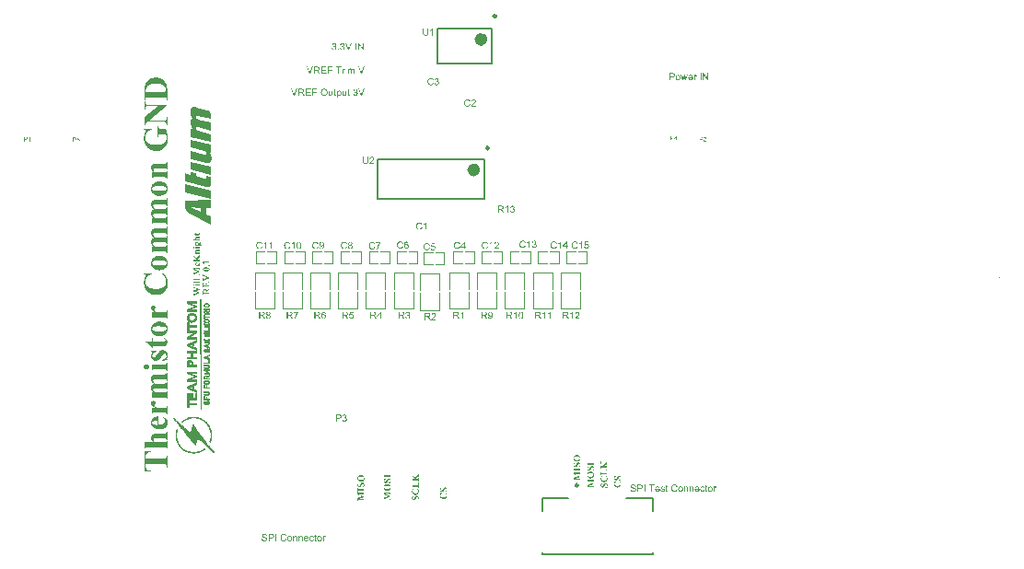
<source format=gto>
G04*
G04 #@! TF.GenerationSoftware,Altium Limited,Altium Designer,19.1.7 (138)*
G04*
G04 Layer_Color=65535*
%FSLAX25Y25*%
%MOIN*%
G70*
G01*
G75*
%ADD10C,0.02362*%
%ADD11C,0.00984*%
%ADD12C,0.00787*%
%ADD13C,0.00492*%
G36*
X277888Y71248D02*
X277914Y71244D01*
X277943Y71241D01*
X278012Y71222D01*
X278089Y71193D01*
X278132Y71175D01*
X278176Y71153D01*
X278220Y71128D01*
X278260Y71095D01*
X278303Y71059D01*
X278344Y71019D01*
X278347Y71015D01*
X278351Y71008D01*
X278362Y70997D01*
X278376Y70978D01*
X278391Y70953D01*
X278409Y70928D01*
X278431Y70895D01*
X278449Y70858D01*
X278467Y70818D01*
X278489Y70775D01*
X278507Y70727D01*
X278522Y70676D01*
X278536Y70622D01*
X278544Y70564D01*
X278551Y70502D01*
X278555Y70436D01*
Y70396D01*
X278551Y70367D01*
X278547Y70334D01*
X278544Y70298D01*
X278529Y70225D01*
Y70221D01*
X278525Y70207D01*
X278518Y70185D01*
X278511Y70156D01*
X278500Y70123D01*
X278485Y70079D01*
X278471Y70032D01*
X278449Y69977D01*
Y69974D01*
X278442Y69963D01*
X278438Y69948D01*
X278431Y69930D01*
X278420Y69883D01*
X278413Y69839D01*
Y69832D01*
X278416Y69810D01*
X278427Y69781D01*
X278449Y69745D01*
Y69741D01*
X278456Y69737D01*
X278474Y69715D01*
X278507Y69690D01*
X278555Y69665D01*
Y69603D01*
X277666D01*
Y69665D01*
X277670D01*
X277681Y69668D01*
X277703Y69672D01*
X277728Y69679D01*
X277761Y69690D01*
X277794Y69701D01*
X277834Y69715D01*
X277878Y69730D01*
X277972Y69770D01*
X278067Y69821D01*
X278158Y69883D01*
X278198Y69916D01*
X278238Y69956D01*
X278242Y69959D01*
X278245Y69967D01*
X278256Y69977D01*
X278267Y69996D01*
X278282Y70014D01*
X278300Y70039D01*
X278336Y70098D01*
X278373Y70167D01*
X278405Y70247D01*
X278427Y70334D01*
X278431Y70382D01*
X278434Y70429D01*
Y70462D01*
X278427Y70494D01*
X278420Y70542D01*
X278409Y70589D01*
X278391Y70640D01*
X278365Y70691D01*
X278329Y70738D01*
X278325Y70742D01*
X278311Y70757D01*
X278289Y70775D01*
X278260Y70797D01*
X278223Y70818D01*
X278180Y70837D01*
X278136Y70851D01*
X278085Y70855D01*
X278081D01*
X278070D01*
X278056Y70851D01*
X278034Y70847D01*
X277983Y70837D01*
X277954Y70822D01*
X277925Y70807D01*
X277921Y70804D01*
X277910Y70800D01*
X277896Y70789D01*
X277878Y70775D01*
X277852Y70757D01*
X277827Y70731D01*
X277801Y70705D01*
X277776Y70673D01*
X277772Y70669D01*
X277761Y70655D01*
X277747Y70633D01*
X277725Y70600D01*
X277699Y70556D01*
X277666Y70498D01*
X277630Y70433D01*
X277590Y70352D01*
X277586Y70349D01*
X277583Y70338D01*
X277575Y70323D01*
X277565Y70302D01*
X277550Y70272D01*
X277535Y70243D01*
X277499Y70174D01*
X277455Y70098D01*
X277412Y70021D01*
X277368Y69948D01*
X277346Y69919D01*
X277324Y69890D01*
X277321Y69883D01*
X277306Y69868D01*
X277281Y69843D01*
X277252Y69810D01*
X277215Y69777D01*
X277171Y69741D01*
X277128Y69708D01*
X277077Y69675D01*
X277069Y69672D01*
X277051Y69665D01*
X277026Y69654D01*
X276986Y69639D01*
X276942Y69624D01*
X276887Y69613D01*
X276833Y69606D01*
X276771Y69603D01*
X276767D01*
X276760D01*
X276746D01*
X276724Y69606D01*
X276698Y69610D01*
X276673Y69613D01*
X276607Y69628D01*
X276531Y69654D01*
X276451Y69690D01*
X276411Y69712D01*
X276371Y69741D01*
X276331Y69770D01*
X276294Y69806D01*
X276290Y69810D01*
X276287Y69817D01*
X276276Y69828D01*
X276261Y69843D01*
X276247Y69865D01*
X276232Y69890D01*
X276214Y69919D01*
X276192Y69948D01*
X276174Y69985D01*
X276156Y70025D01*
X276127Y70116D01*
X276101Y70218D01*
X276098Y70272D01*
X276094Y70331D01*
Y70371D01*
X276098Y70400D01*
X276101Y70436D01*
X276105Y70473D01*
X276123Y70553D01*
Y70556D01*
X276127Y70567D01*
X276134Y70585D01*
X276141Y70607D01*
X276152Y70636D01*
X276163Y70669D01*
X276181Y70709D01*
X276200Y70749D01*
X276203Y70753D01*
X276207Y70767D01*
X276218Y70789D01*
X276225Y70815D01*
X276247Y70869D01*
X276251Y70895D01*
X276254Y70917D01*
Y70924D01*
X276251Y70942D01*
X276243Y70964D01*
X276229Y70986D01*
X276221Y70989D01*
X276214Y70997D01*
X276200Y71000D01*
X276181Y71011D01*
X276160Y71019D01*
X276130Y71026D01*
X276094Y71037D01*
Y71088D01*
X276877Y71106D01*
Y71033D01*
X276873D01*
X276862Y71030D01*
X276847Y71026D01*
X276829Y71022D01*
X276804Y71015D01*
X276775Y71008D01*
X276709Y70982D01*
X276633Y70949D01*
X276556Y70906D01*
X276480Y70851D01*
X276407Y70782D01*
X276403Y70778D01*
X276400Y70775D01*
X276389Y70764D01*
X276378Y70749D01*
X276363Y70731D01*
X276349Y70709D01*
X276316Y70655D01*
X276283Y70593D01*
X276254Y70520D01*
X276232Y70440D01*
X276229Y70400D01*
X276225Y70356D01*
Y70327D01*
X276229Y70294D01*
X276236Y70254D01*
X276247Y70210D01*
X276265Y70163D01*
X276287Y70116D01*
X276320Y70076D01*
X276323Y70072D01*
X276338Y70061D01*
X276356Y70043D01*
X276381Y70025D01*
X276414Y70007D01*
X276451Y69988D01*
X276494Y69977D01*
X276538Y69974D01*
X276542D01*
X276553D01*
X276567Y69977D01*
X276585D01*
X276629Y69988D01*
X276676Y70010D01*
X276680Y70014D01*
X276691Y70021D01*
X276706Y70032D01*
X276727Y70047D01*
X276753Y70069D01*
X276782Y70098D01*
X276811Y70130D01*
X276840Y70170D01*
X276844Y70174D01*
X276851Y70189D01*
X276866Y70214D01*
X276884Y70250D01*
X276898Y70272D01*
X276913Y70302D01*
X276927Y70331D01*
X276946Y70367D01*
X276968Y70403D01*
X276989Y70447D01*
X277015Y70498D01*
X277040Y70549D01*
X277044Y70553D01*
X277048Y70567D01*
X277059Y70589D01*
X277073Y70614D01*
X277091Y70651D01*
X277113Y70687D01*
X277139Y70731D01*
X277164Y70775D01*
X277222Y70869D01*
X277288Y70960D01*
X277324Y71004D01*
X277357Y71044D01*
X277393Y71080D01*
X277426Y71110D01*
X277430D01*
X277433Y71117D01*
X277444Y71124D01*
X277459Y71131D01*
X277495Y71153D01*
X277543Y71182D01*
X277605Y71208D01*
X277674Y71230D01*
X277754Y71244D01*
X277837Y71251D01*
X277841D01*
X277852D01*
X277867D01*
X277888Y71248D01*
D02*
G37*
G36*
X276909Y69159D02*
X276906D01*
X276895Y69155D01*
X276880Y69151D01*
X276855Y69144D01*
X276829Y69133D01*
X276800Y69122D01*
X276727Y69093D01*
X276647Y69057D01*
X276567Y69006D01*
X276487Y68947D01*
X276418Y68875D01*
X276414Y68871D01*
X276411Y68864D01*
X276403Y68853D01*
X276392Y68838D01*
X276378Y68820D01*
X276363Y68795D01*
X276331Y68740D01*
X276301Y68667D01*
X276272Y68591D01*
X276254Y68500D01*
X276247Y68452D01*
Y68383D01*
X276251Y68369D01*
Y68347D01*
X276254Y68325D01*
X276261Y68270D01*
X276280Y68208D01*
X276301Y68139D01*
X276331Y68070D01*
X276374Y68001D01*
Y67997D01*
X276381Y67994D01*
X276396Y67972D01*
X276425Y67939D01*
X276465Y67899D01*
X276513Y67855D01*
X276571Y67812D01*
X276636Y67768D01*
X276709Y67732D01*
X276713D01*
X276720Y67728D01*
X276735Y67721D01*
X276756Y67717D01*
X276778Y67706D01*
X276807Y67699D01*
X276844Y67688D01*
X276880Y67681D01*
X276920Y67670D01*
X276968Y67659D01*
X277066Y67644D01*
X277175Y67630D01*
X277291Y67626D01*
X277295D01*
X277306D01*
X277321D01*
X277346D01*
X277372Y67630D01*
X277404D01*
X277441Y67633D01*
X277481Y67637D01*
X277572Y67644D01*
X277666Y67659D01*
X277768Y67677D01*
X277867Y67703D01*
X277870D01*
X277878Y67706D01*
X277892Y67710D01*
X277910Y67717D01*
X277932Y67728D01*
X277954Y67735D01*
X278012Y67764D01*
X278078Y67797D01*
X278140Y67841D01*
X278205Y67892D01*
X278260Y67950D01*
Y67954D01*
X278267Y67957D01*
X278271Y67968D01*
X278282Y67983D01*
X278300Y68019D01*
X278325Y68070D01*
X278351Y68132D01*
X278369Y68208D01*
X278383Y68296D01*
X278391Y68391D01*
Y68427D01*
X278387Y68449D01*
Y68471D01*
X278380Y68525D01*
X278369Y68587D01*
X278351Y68656D01*
X278329Y68725D01*
X278296Y68795D01*
Y68798D01*
X278292Y68802D01*
X278285Y68813D01*
X278278Y68827D01*
X278253Y68864D01*
X278216Y68915D01*
X278172Y68973D01*
X278114Y69038D01*
X278045Y69111D01*
X277961Y69188D01*
X278162D01*
X278165Y69184D01*
X278169Y69180D01*
X278180Y69169D01*
X278194Y69155D01*
X278231Y69115D01*
X278278Y69060D01*
X278325Y68998D01*
X278376Y68929D01*
X278424Y68853D01*
X278464Y68773D01*
Y68769D01*
X278467Y68762D01*
X278471Y68751D01*
X278478Y68736D01*
X278485Y68714D01*
X278493Y68693D01*
X278500Y68664D01*
X278507Y68631D01*
X278525Y68558D01*
X278540Y68474D01*
X278551Y68380D01*
X278555Y68274D01*
Y68238D01*
X278551Y68212D01*
Y68179D01*
X278547Y68139D01*
X278544Y68096D01*
X278536Y68052D01*
X278518Y67946D01*
X278493Y67834D01*
X278456Y67721D01*
X278405Y67608D01*
X278402Y67604D01*
X278398Y67597D01*
X278391Y67579D01*
X278376Y67561D01*
X278362Y67535D01*
X278344Y67506D01*
X278296Y67444D01*
X278234Y67371D01*
X278158Y67295D01*
X278070Y67222D01*
X277972Y67156D01*
X277969D01*
X277958Y67149D01*
X277943Y67142D01*
X277921Y67131D01*
X277896Y67120D01*
X277867Y67106D01*
X277830Y67095D01*
X277790Y67080D01*
X277747Y67066D01*
X277699Y67051D01*
X277597Y67026D01*
X277484Y67007D01*
X277426Y67004D01*
X277368Y67000D01*
X277364D01*
X277353D01*
X277335D01*
X277310Y67004D01*
X277281D01*
X277244Y67011D01*
X277208Y67015D01*
X277164Y67022D01*
X277066Y67044D01*
X276957Y67073D01*
X276844Y67116D01*
X276789Y67146D01*
X276731Y67175D01*
X276727Y67178D01*
X276716Y67182D01*
X276702Y67193D01*
X276680Y67207D01*
X276655Y67226D01*
X276625Y67247D01*
X276593Y67269D01*
X276560Y67299D01*
X276483Y67368D01*
X276407Y67448D01*
X276331Y67542D01*
X276261Y67648D01*
X276258Y67652D01*
X276254Y67663D01*
X276247Y67677D01*
X276236Y67699D01*
X276221Y67728D01*
X276207Y67761D01*
X276192Y67797D01*
X276178Y67841D01*
X276163Y67884D01*
X276149Y67936D01*
X276119Y68041D01*
X276101Y68158D01*
X276094Y68219D01*
Y68325D01*
X276098Y68347D01*
X276101Y68376D01*
Y68405D01*
X276109Y68441D01*
X276119Y68518D01*
X276141Y68605D01*
X276167Y68704D01*
X276203Y68805D01*
Y68809D01*
X276207Y68813D01*
X276214Y68831D01*
X276221Y68860D01*
X276232Y68893D01*
X276247Y68926D01*
X276254Y68958D01*
X276261Y68987D01*
X276265Y69009D01*
Y69020D01*
X276261Y69042D01*
X276247Y69071D01*
X276240Y69089D01*
X276225Y69104D01*
X276221Y69108D01*
X276218Y69111D01*
X276207Y69118D01*
X276192Y69126D01*
X276174Y69137D01*
X276152Y69144D01*
X276127Y69151D01*
X276094Y69159D01*
Y69228D01*
X276909D01*
Y69159D01*
D02*
G37*
G36*
X273600Y75296D02*
X273538D01*
Y75314D01*
X273534Y75336D01*
X273531Y75357D01*
X273520Y75408D01*
X273513Y75430D01*
X273505Y75445D01*
X273502Y75448D01*
X273487Y75463D01*
X273465Y75474D01*
X273440Y75478D01*
X273436D01*
X273425Y75474D01*
X273407Y75470D01*
X273378Y75459D01*
X273342Y75437D01*
X273291Y75408D01*
X273232Y75372D01*
X273200Y75346D01*
X273163Y75317D01*
X272486Y74782D01*
X272559Y74695D01*
X273200D01*
X273203D01*
X273207D01*
X273229D01*
X273261D01*
X273298Y74699D01*
X273338D01*
X273374Y74702D01*
X273407Y74706D01*
X273433Y74713D01*
X273436D01*
X273440Y74717D01*
X273458Y74731D01*
X273483Y74757D01*
X273509Y74793D01*
Y74797D01*
X273513Y74804D01*
X273516Y74819D01*
X273524Y74841D01*
X273527Y74866D01*
X273534Y74902D01*
X273538Y74939D01*
Y74986D01*
X273600D01*
Y73800D01*
X273538D01*
Y73894D01*
X273534Y73912D01*
Y73934D01*
X273524Y73989D01*
X273513Y74014D01*
X273502Y74040D01*
Y74043D01*
X273498Y74047D01*
X273483Y74065D01*
X273458Y74091D01*
X273422Y74109D01*
X273418D01*
X273411Y74113D01*
X273400Y74116D01*
X273378Y74120D01*
X273349Y74124D01*
X273309Y74127D01*
X273261Y74131D01*
X273200D01*
X271649D01*
X271645D01*
X271642D01*
X271620D01*
X271591D01*
X271554Y74127D01*
X271518D01*
X271481Y74124D01*
X271449Y74116D01*
X271427Y74109D01*
X271423D01*
X271420Y74105D01*
X271398Y74094D01*
X271372Y74069D01*
X271358Y74054D01*
X271347Y74032D01*
Y74029D01*
X271340Y74022D01*
X271336Y74011D01*
X271329Y73992D01*
X271321Y73971D01*
X271318Y73941D01*
X271310Y73912D01*
Y73800D01*
X271249D01*
Y74968D01*
X271310D01*
Y74928D01*
X271314Y74899D01*
X271325Y74841D01*
X271336Y74811D01*
X271347Y74786D01*
Y74782D01*
X271351Y74779D01*
X271365Y74761D01*
X271391Y74735D01*
X271427Y74713D01*
X271431D01*
X271438Y74709D01*
X271449Y74706D01*
X271471D01*
X271500Y74702D01*
X271540Y74699D01*
X271587Y74695D01*
X271649D01*
X272384D01*
X271682Y75565D01*
Y75569D01*
X271674Y75572D01*
X271656Y75594D01*
X271631Y75623D01*
X271594Y75656D01*
X271558Y75689D01*
X271518Y75718D01*
X271478Y75740D01*
X271460Y75743D01*
X271442Y75747D01*
X271438D01*
X271431D01*
X271420Y75743D01*
X271405Y75740D01*
X271387Y75729D01*
X271369Y75718D01*
X271351Y75700D01*
X271336Y75674D01*
Y75670D01*
X271332Y75667D01*
X271329Y75652D01*
X271325Y75634D01*
X271321Y75612D01*
X271318Y75576D01*
X271314Y75536D01*
X271310Y75485D01*
X271249D01*
Y76398D01*
X271310D01*
Y76395D01*
X271314Y76377D01*
Y76355D01*
X271321Y76329D01*
X271336Y76264D01*
X271347Y76235D01*
X271358Y76206D01*
X271361Y76202D01*
X271365Y76191D01*
X271380Y76169D01*
X271401Y76140D01*
X271431Y76096D01*
X271452Y76071D01*
X271474Y76038D01*
X271500Y76005D01*
X271529Y75969D01*
X271562Y75929D01*
X271598Y75882D01*
X272151Y75197D01*
X273189Y76020D01*
X273192Y76024D01*
X273200Y76027D01*
X273211Y76038D01*
X273225Y76049D01*
X273261Y76082D01*
X273309Y76122D01*
X273356Y76169D01*
X273403Y76220D01*
X273447Y76271D01*
X273483Y76322D01*
X273487Y76326D01*
X273491Y76337D01*
X273502Y76355D01*
X273509Y76380D01*
X273520Y76409D01*
X273531Y76442D01*
X273534Y76479D01*
X273538Y76515D01*
X273600D01*
Y75296D01*
D02*
G37*
G36*
Y73508D02*
Y71423D01*
X273538D01*
Y71517D01*
X273534Y71535D01*
Y71557D01*
X273524Y71612D01*
X273513Y71637D01*
X273502Y71663D01*
Y71667D01*
X273498Y71670D01*
X273483Y71688D01*
X273458Y71714D01*
X273422Y71732D01*
X273418D01*
X273411Y71736D01*
X273400Y71739D01*
X273378Y71743D01*
X273349Y71747D01*
X273309Y71750D01*
X273261Y71754D01*
X273200D01*
X271649D01*
X271645D01*
X271642D01*
X271620D01*
X271591D01*
X271554Y71750D01*
X271518D01*
X271481Y71747D01*
X271449Y71739D01*
X271427Y71732D01*
X271423D01*
X271420Y71728D01*
X271398Y71717D01*
X271372Y71692D01*
X271358Y71677D01*
X271347Y71656D01*
Y71652D01*
X271340Y71645D01*
X271336Y71634D01*
X271329Y71615D01*
X271321Y71594D01*
X271318Y71565D01*
X271310Y71535D01*
Y71423D01*
X271249D01*
Y72675D01*
X271310D01*
Y72551D01*
X271314Y72533D01*
Y72511D01*
X271329Y72456D01*
X271336Y72431D01*
X271351Y72405D01*
X271354Y72398D01*
X271369Y72380D01*
X271394Y72358D01*
X271431Y72336D01*
X271434D01*
X271442Y72333D01*
X271452Y72329D01*
X271474D01*
X271503Y72325D01*
X271540Y72322D01*
X271591Y72318D01*
X271649D01*
X273152D01*
X273156D01*
X273160D01*
X273181D01*
X273211D01*
X273247Y72322D01*
X273287D01*
X273323Y72325D01*
X273356Y72329D01*
X273382Y72336D01*
X273385D01*
X273389Y72340D01*
X273411Y72354D01*
X273433Y72380D01*
X273444Y72398D01*
X273454Y72420D01*
Y72424D01*
X273458Y72427D01*
Y72442D01*
X273462Y72460D01*
X273465Y72489D01*
Y72526D01*
X273469Y72569D01*
Y72857D01*
X273465Y72890D01*
X273462Y72933D01*
X273454Y72980D01*
X273440Y73032D01*
X273425Y73086D01*
X273403Y73133D01*
X273400Y73141D01*
X273393Y73155D01*
X273374Y73177D01*
X273353Y73206D01*
X273323Y73239D01*
X273287Y73275D01*
X273247Y73312D01*
X273196Y73348D01*
X273189Y73352D01*
X273170Y73363D01*
X273138Y73381D01*
X273090Y73403D01*
X273032Y73432D01*
X272959Y73461D01*
X272876Y73490D01*
X272777Y73523D01*
Y73596D01*
X273600Y73508D01*
D02*
G37*
G36*
X272009Y71091D02*
X272006D01*
X271995Y71088D01*
X271980Y71084D01*
X271955Y71077D01*
X271929Y71066D01*
X271900Y71055D01*
X271827Y71026D01*
X271747Y70989D01*
X271667Y70938D01*
X271587Y70880D01*
X271518Y70807D01*
X271514Y70804D01*
X271511Y70797D01*
X271503Y70786D01*
X271492Y70771D01*
X271478Y70753D01*
X271463Y70727D01*
X271431Y70673D01*
X271401Y70600D01*
X271372Y70524D01*
X271354Y70433D01*
X271347Y70385D01*
Y70316D01*
X271351Y70302D01*
Y70280D01*
X271354Y70258D01*
X271361Y70203D01*
X271380Y70141D01*
X271401Y70072D01*
X271431Y70003D01*
X271474Y69934D01*
Y69930D01*
X271481Y69927D01*
X271496Y69905D01*
X271525Y69872D01*
X271565Y69832D01*
X271613Y69788D01*
X271671Y69745D01*
X271736Y69701D01*
X271809Y69665D01*
X271813D01*
X271820Y69661D01*
X271835Y69654D01*
X271856Y69650D01*
X271878Y69639D01*
X271907Y69632D01*
X271944Y69621D01*
X271980Y69613D01*
X272020Y69603D01*
X272068Y69592D01*
X272166Y69577D01*
X272275Y69563D01*
X272392Y69559D01*
X272395D01*
X272406D01*
X272421D01*
X272446D01*
X272472Y69563D01*
X272504D01*
X272541Y69566D01*
X272581Y69570D01*
X272672Y69577D01*
X272766Y69592D01*
X272868Y69610D01*
X272967Y69635D01*
X272970D01*
X272978Y69639D01*
X272992Y69643D01*
X273010Y69650D01*
X273032Y69661D01*
X273054Y69668D01*
X273112Y69697D01*
X273178Y69730D01*
X273240Y69774D01*
X273305Y69825D01*
X273360Y69883D01*
Y69886D01*
X273367Y69890D01*
X273371Y69901D01*
X273382Y69916D01*
X273400Y69952D01*
X273425Y70003D01*
X273451Y70065D01*
X273469Y70141D01*
X273483Y70229D01*
X273491Y70323D01*
Y70360D01*
X273487Y70382D01*
Y70403D01*
X273480Y70458D01*
X273469Y70520D01*
X273451Y70589D01*
X273429Y70658D01*
X273396Y70727D01*
Y70731D01*
X273393Y70735D01*
X273385Y70746D01*
X273378Y70760D01*
X273353Y70797D01*
X273316Y70847D01*
X273272Y70906D01*
X273214Y70971D01*
X273145Y71044D01*
X273061Y71121D01*
X273261D01*
X273265Y71117D01*
X273269Y71113D01*
X273280Y71102D01*
X273294Y71088D01*
X273331Y71048D01*
X273378Y70993D01*
X273425Y70931D01*
X273476Y70862D01*
X273524Y70786D01*
X273564Y70705D01*
Y70702D01*
X273567Y70695D01*
X273571Y70684D01*
X273578Y70669D01*
X273585Y70647D01*
X273593Y70625D01*
X273600Y70596D01*
X273607Y70564D01*
X273625Y70491D01*
X273640Y70407D01*
X273651Y70312D01*
X273655Y70207D01*
Y70170D01*
X273651Y70145D01*
Y70112D01*
X273647Y70072D01*
X273644Y70029D01*
X273636Y69985D01*
X273618Y69879D01*
X273593Y69766D01*
X273556Y69654D01*
X273505Y69541D01*
X273502Y69537D01*
X273498Y69530D01*
X273491Y69512D01*
X273476Y69493D01*
X273462Y69468D01*
X273444Y69439D01*
X273396Y69377D01*
X273334Y69304D01*
X273258Y69228D01*
X273170Y69155D01*
X273072Y69089D01*
X273069D01*
X273058Y69082D01*
X273043Y69075D01*
X273021Y69064D01*
X272996Y69053D01*
X272967Y69038D01*
X272930Y69028D01*
X272890Y69013D01*
X272847Y68998D01*
X272799Y68984D01*
X272697Y68958D01*
X272584Y68940D01*
X272526Y68937D01*
X272468Y68933D01*
X272464D01*
X272453D01*
X272435D01*
X272410Y68937D01*
X272381D01*
X272344Y68944D01*
X272308Y68947D01*
X272264Y68955D01*
X272166Y68976D01*
X272057Y69006D01*
X271944Y69049D01*
X271889Y69078D01*
X271831Y69108D01*
X271827Y69111D01*
X271816Y69115D01*
X271802Y69126D01*
X271780Y69140D01*
X271755Y69159D01*
X271725Y69180D01*
X271693Y69202D01*
X271660Y69231D01*
X271583Y69301D01*
X271507Y69381D01*
X271431Y69475D01*
X271361Y69581D01*
X271358Y69584D01*
X271354Y69595D01*
X271347Y69610D01*
X271336Y69632D01*
X271321Y69661D01*
X271307Y69694D01*
X271292Y69730D01*
X271278Y69774D01*
X271263Y69817D01*
X271249Y69868D01*
X271219Y69974D01*
X271201Y70090D01*
X271194Y70152D01*
Y70258D01*
X271198Y70280D01*
X271201Y70309D01*
Y70338D01*
X271209Y70374D01*
X271219Y70451D01*
X271241Y70538D01*
X271267Y70636D01*
X271303Y70738D01*
Y70742D01*
X271307Y70746D01*
X271314Y70764D01*
X271321Y70793D01*
X271332Y70826D01*
X271347Y70858D01*
X271354Y70891D01*
X271361Y70920D01*
X271365Y70942D01*
Y70953D01*
X271361Y70975D01*
X271347Y71004D01*
X271340Y71022D01*
X271325Y71037D01*
X271321Y71040D01*
X271318Y71044D01*
X271307Y71051D01*
X271292Y71059D01*
X271274Y71070D01*
X271252Y71077D01*
X271227Y71084D01*
X271194Y71091D01*
Y71161D01*
X272009D01*
Y71091D01*
D02*
G37*
G36*
X272989Y68645D02*
X273014Y68642D01*
X273043Y68638D01*
X273112Y68620D01*
X273189Y68591D01*
X273232Y68572D01*
X273276Y68551D01*
X273320Y68525D01*
X273360Y68492D01*
X273403Y68456D01*
X273444Y68416D01*
X273447Y68412D01*
X273451Y68405D01*
X273462Y68394D01*
X273476Y68376D01*
X273491Y68350D01*
X273509Y68325D01*
X273531Y68292D01*
X273549Y68256D01*
X273567Y68216D01*
X273589Y68172D01*
X273607Y68125D01*
X273622Y68074D01*
X273636Y68019D01*
X273644Y67961D01*
X273651Y67899D01*
X273655Y67834D01*
Y67794D01*
X273651Y67764D01*
X273647Y67732D01*
X273644Y67695D01*
X273629Y67622D01*
Y67619D01*
X273625Y67604D01*
X273618Y67582D01*
X273611Y67553D01*
X273600Y67520D01*
X273585Y67477D01*
X273571Y67430D01*
X273549Y67375D01*
Y67371D01*
X273542Y67360D01*
X273538Y67346D01*
X273531Y67328D01*
X273520Y67280D01*
X273513Y67237D01*
Y67229D01*
X273516Y67207D01*
X273527Y67178D01*
X273549Y67142D01*
Y67138D01*
X273556Y67135D01*
X273574Y67113D01*
X273607Y67087D01*
X273655Y67062D01*
Y67000D01*
X272766D01*
Y67062D01*
X272770D01*
X272781Y67066D01*
X272803Y67069D01*
X272828Y67076D01*
X272861Y67087D01*
X272894Y67098D01*
X272934Y67113D01*
X272978Y67127D01*
X273072Y67167D01*
X273167Y67218D01*
X273258Y67280D01*
X273298Y67313D01*
X273338Y67353D01*
X273342Y67357D01*
X273345Y67364D01*
X273356Y67375D01*
X273367Y67393D01*
X273382Y67411D01*
X273400Y67437D01*
X273436Y67495D01*
X273473Y67564D01*
X273505Y67644D01*
X273527Y67732D01*
X273531Y67779D01*
X273534Y67826D01*
Y67859D01*
X273527Y67892D01*
X273520Y67939D01*
X273509Y67986D01*
X273491Y68037D01*
X273465Y68088D01*
X273429Y68136D01*
X273425Y68139D01*
X273411Y68154D01*
X273389Y68172D01*
X273360Y68194D01*
X273323Y68216D01*
X273280Y68234D01*
X273236Y68248D01*
X273185Y68252D01*
X273181D01*
X273170D01*
X273156Y68248D01*
X273134Y68245D01*
X273083Y68234D01*
X273054Y68219D01*
X273025Y68205D01*
X273021Y68201D01*
X273010Y68198D01*
X272996Y68187D01*
X272978Y68172D01*
X272952Y68154D01*
X272927Y68128D01*
X272901Y68103D01*
X272876Y68070D01*
X272872Y68067D01*
X272861Y68052D01*
X272847Y68030D01*
X272825Y67997D01*
X272799Y67954D01*
X272766Y67895D01*
X272730Y67830D01*
X272690Y67750D01*
X272686Y67746D01*
X272683Y67735D01*
X272675Y67721D01*
X272664Y67699D01*
X272650Y67670D01*
X272635Y67641D01*
X272599Y67572D01*
X272555Y67495D01*
X272512Y67419D01*
X272468Y67346D01*
X272446Y67317D01*
X272424Y67288D01*
X272421Y67280D01*
X272406Y67266D01*
X272381Y67240D01*
X272352Y67207D01*
X272315Y67175D01*
X272271Y67138D01*
X272228Y67106D01*
X272177Y67073D01*
X272169Y67069D01*
X272151Y67062D01*
X272126Y67051D01*
X272086Y67036D01*
X272042Y67022D01*
X271988Y67011D01*
X271933Y67004D01*
X271871Y67000D01*
X271867D01*
X271860D01*
X271846D01*
X271824Y67004D01*
X271798Y67007D01*
X271773Y67011D01*
X271707Y67026D01*
X271631Y67051D01*
X271551Y67087D01*
X271511Y67109D01*
X271471Y67138D01*
X271431Y67167D01*
X271394Y67204D01*
X271391Y67207D01*
X271387Y67215D01*
X271376Y67226D01*
X271361Y67240D01*
X271347Y67262D01*
X271332Y67288D01*
X271314Y67317D01*
X271292Y67346D01*
X271274Y67382D01*
X271256Y67422D01*
X271227Y67513D01*
X271201Y67615D01*
X271198Y67670D01*
X271194Y67728D01*
Y67768D01*
X271198Y67797D01*
X271201Y67834D01*
X271205Y67870D01*
X271223Y67950D01*
Y67954D01*
X271227Y67965D01*
X271234Y67983D01*
X271241Y68005D01*
X271252Y68034D01*
X271263Y68067D01*
X271281Y68107D01*
X271300Y68147D01*
X271303Y68150D01*
X271307Y68165D01*
X271318Y68187D01*
X271325Y68212D01*
X271347Y68267D01*
X271351Y68292D01*
X271354Y68314D01*
Y68321D01*
X271351Y68340D01*
X271343Y68361D01*
X271329Y68383D01*
X271321Y68387D01*
X271314Y68394D01*
X271300Y68398D01*
X271281Y68409D01*
X271259Y68416D01*
X271230Y68423D01*
X271194Y68434D01*
Y68485D01*
X271977Y68503D01*
Y68431D01*
X271973D01*
X271962Y68427D01*
X271947Y68423D01*
X271929Y68420D01*
X271904Y68412D01*
X271875Y68405D01*
X271809Y68380D01*
X271733Y68347D01*
X271656Y68303D01*
X271580Y68248D01*
X271507Y68179D01*
X271503Y68176D01*
X271500Y68172D01*
X271489Y68161D01*
X271478Y68147D01*
X271463Y68128D01*
X271449Y68107D01*
X271416Y68052D01*
X271383Y67990D01*
X271354Y67917D01*
X271332Y67837D01*
X271329Y67797D01*
X271325Y67753D01*
Y67724D01*
X271329Y67692D01*
X271336Y67652D01*
X271347Y67608D01*
X271365Y67561D01*
X271387Y67513D01*
X271420Y67473D01*
X271423Y67470D01*
X271438Y67459D01*
X271456Y67440D01*
X271481Y67422D01*
X271514Y67404D01*
X271551Y67386D01*
X271594Y67375D01*
X271638Y67371D01*
X271642D01*
X271653D01*
X271667Y67375D01*
X271685D01*
X271729Y67386D01*
X271776Y67408D01*
X271780Y67411D01*
X271791Y67419D01*
X271806Y67430D01*
X271827Y67444D01*
X271853Y67466D01*
X271882Y67495D01*
X271911Y67528D01*
X271940Y67568D01*
X271944Y67572D01*
X271951Y67586D01*
X271966Y67611D01*
X271984Y67648D01*
X271998Y67670D01*
X272013Y67699D01*
X272027Y67728D01*
X272046Y67764D01*
X272068Y67801D01*
X272089Y67844D01*
X272115Y67895D01*
X272140Y67946D01*
X272144Y67950D01*
X272148Y67965D01*
X272159Y67986D01*
X272173Y68012D01*
X272191Y68048D01*
X272213Y68085D01*
X272239Y68128D01*
X272264Y68172D01*
X272322Y68267D01*
X272388Y68358D01*
X272424Y68401D01*
X272457Y68441D01*
X272493Y68478D01*
X272526Y68507D01*
X272530D01*
X272533Y68514D01*
X272544Y68521D01*
X272559Y68529D01*
X272595Y68551D01*
X272643Y68580D01*
X272705Y68605D01*
X272774Y68627D01*
X272854Y68642D01*
X272937Y68649D01*
X272941D01*
X272952D01*
X272967D01*
X272989Y68645D01*
D02*
G37*
G36*
X268700Y74981D02*
X268638D01*
Y75075D01*
X268635Y75094D01*
Y75116D01*
X268624Y75170D01*
X268613Y75196D01*
X268602Y75221D01*
Y75225D01*
X268598Y75228D01*
X268583Y75247D01*
X268558Y75272D01*
X268522Y75290D01*
X268518D01*
X268511Y75294D01*
X268500Y75297D01*
X268478Y75301D01*
X268449Y75305D01*
X268409Y75308D01*
X268361Y75312D01*
X268300D01*
X266749D01*
X266745D01*
X266742D01*
X266720D01*
X266691D01*
X266654Y75308D01*
X266618D01*
X266582Y75305D01*
X266549Y75297D01*
X266527Y75290D01*
X266523D01*
X266520Y75287D01*
X266498Y75276D01*
X266472Y75250D01*
X266458Y75236D01*
X266447Y75214D01*
Y75210D01*
X266440Y75203D01*
X266436Y75192D01*
X266429Y75174D01*
X266421Y75152D01*
X266418Y75123D01*
X266410Y75094D01*
Y74981D01*
X266349D01*
Y76208D01*
X266410D01*
Y76109D01*
X266414Y76091D01*
Y76069D01*
X266429Y76015D01*
X266436Y75989D01*
X266451Y75964D01*
X266454Y75956D01*
X266469Y75938D01*
X266494Y75916D01*
X266531Y75894D01*
X266534D01*
X266542Y75891D01*
X266552Y75887D01*
X266574D01*
X266603Y75884D01*
X266640Y75880D01*
X266691Y75876D01*
X266749D01*
X268300D01*
X268303D01*
X268307D01*
X268329D01*
X268358D01*
X268398Y75880D01*
X268434D01*
X268474Y75884D01*
X268507Y75887D01*
X268529Y75894D01*
X268533D01*
X268536Y75898D01*
X268554Y75913D01*
X268580Y75934D01*
X268591Y75953D01*
X268605Y75971D01*
Y75975D01*
X268609Y75982D01*
X268616Y75996D01*
X268620Y76011D01*
X268627Y76036D01*
X268635Y76062D01*
X268638Y76091D01*
Y76208D01*
X268700D01*
Y74981D01*
D02*
G37*
G36*
X268089Y74766D02*
X268114Y74762D01*
X268143Y74759D01*
X268212Y74741D01*
X268289Y74711D01*
X268332Y74693D01*
X268376Y74671D01*
X268420Y74646D01*
X268460Y74613D01*
X268503Y74577D01*
X268544Y74537D01*
X268547Y74533D01*
X268551Y74526D01*
X268562Y74515D01*
X268576Y74497D01*
X268591Y74471D01*
X268609Y74446D01*
X268631Y74413D01*
X268649Y74377D01*
X268667Y74336D01*
X268689Y74293D01*
X268707Y74246D01*
X268722Y74195D01*
X268736Y74140D01*
X268744Y74082D01*
X268751Y74020D01*
X268755Y73954D01*
Y73914D01*
X268751Y73885D01*
X268747Y73852D01*
X268744Y73816D01*
X268729Y73743D01*
Y73740D01*
X268725Y73725D01*
X268718Y73703D01*
X268711Y73674D01*
X268700Y73641D01*
X268685Y73598D01*
X268671Y73550D01*
X268649Y73496D01*
Y73492D01*
X268642Y73481D01*
X268638Y73467D01*
X268631Y73448D01*
X268620Y73401D01*
X268613Y73357D01*
Y73350D01*
X268616Y73328D01*
X268627Y73299D01*
X268649Y73263D01*
Y73259D01*
X268656Y73255D01*
X268674Y73234D01*
X268707Y73208D01*
X268755Y73183D01*
Y73121D01*
X267866D01*
Y73183D01*
X267870D01*
X267881Y73186D01*
X267903Y73190D01*
X267928Y73197D01*
X267961Y73208D01*
X267994Y73219D01*
X268034Y73234D01*
X268078Y73248D01*
X268172Y73288D01*
X268267Y73339D01*
X268358Y73401D01*
X268398Y73434D01*
X268438Y73474D01*
X268442Y73478D01*
X268445Y73485D01*
X268456Y73496D01*
X268467Y73514D01*
X268482Y73532D01*
X268500Y73558D01*
X268536Y73616D01*
X268573Y73685D01*
X268605Y73765D01*
X268627Y73852D01*
X268631Y73900D01*
X268635Y73947D01*
Y73980D01*
X268627Y74013D01*
X268620Y74060D01*
X268609Y74107D01*
X268591Y74158D01*
X268565Y74209D01*
X268529Y74256D01*
X268525Y74260D01*
X268511Y74275D01*
X268489Y74293D01*
X268460Y74315D01*
X268423Y74336D01*
X268380Y74355D01*
X268336Y74369D01*
X268285Y74373D01*
X268281D01*
X268270D01*
X268256Y74369D01*
X268234Y74366D01*
X268183Y74355D01*
X268154Y74340D01*
X268125Y74326D01*
X268121Y74322D01*
X268110Y74318D01*
X268096Y74307D01*
X268078Y74293D01*
X268052Y74275D01*
X268027Y74249D01*
X268001Y74224D01*
X267976Y74191D01*
X267972Y74187D01*
X267961Y74173D01*
X267947Y74151D01*
X267925Y74118D01*
X267899Y74074D01*
X267866Y74016D01*
X267830Y73951D01*
X267790Y73871D01*
X267786Y73867D01*
X267783Y73856D01*
X267775Y73842D01*
X267764Y73820D01*
X267750Y73791D01*
X267735Y73761D01*
X267699Y73692D01*
X267655Y73616D01*
X267612Y73539D01*
X267568Y73467D01*
X267546Y73437D01*
X267524Y73408D01*
X267521Y73401D01*
X267506Y73387D01*
X267481Y73361D01*
X267452Y73328D01*
X267415Y73295D01*
X267371Y73259D01*
X267328Y73226D01*
X267277Y73194D01*
X267269Y73190D01*
X267251Y73183D01*
X267226Y73172D01*
X267186Y73157D01*
X267142Y73143D01*
X267088Y73132D01*
X267033Y73124D01*
X266971Y73121D01*
X266967D01*
X266960D01*
X266946D01*
X266924Y73124D01*
X266898Y73128D01*
X266873Y73132D01*
X266807Y73146D01*
X266731Y73172D01*
X266651Y73208D01*
X266611Y73230D01*
X266571Y73259D01*
X266531Y73288D01*
X266494Y73325D01*
X266491Y73328D01*
X266487Y73335D01*
X266476Y73346D01*
X266461Y73361D01*
X266447Y73383D01*
X266432Y73408D01*
X266414Y73437D01*
X266392Y73467D01*
X266374Y73503D01*
X266356Y73543D01*
X266327Y73634D01*
X266301Y73736D01*
X266298Y73791D01*
X266294Y73849D01*
Y73889D01*
X266298Y73918D01*
X266301Y73954D01*
X266305Y73991D01*
X266323Y74071D01*
Y74074D01*
X266327Y74085D01*
X266334Y74104D01*
X266341Y74125D01*
X266352Y74155D01*
X266363Y74187D01*
X266381Y74227D01*
X266400Y74267D01*
X266403Y74271D01*
X266407Y74286D01*
X266418Y74307D01*
X266425Y74333D01*
X266447Y74388D01*
X266451Y74413D01*
X266454Y74435D01*
Y74442D01*
X266451Y74460D01*
X266443Y74482D01*
X266429Y74504D01*
X266421Y74508D01*
X266414Y74515D01*
X266400Y74519D01*
X266381Y74529D01*
X266359Y74537D01*
X266330Y74544D01*
X266294Y74555D01*
Y74606D01*
X267077Y74624D01*
Y74551D01*
X267073D01*
X267062Y74548D01*
X267047Y74544D01*
X267029Y74540D01*
X267004Y74533D01*
X266975Y74526D01*
X266909Y74500D01*
X266833Y74468D01*
X266756Y74424D01*
X266680Y74369D01*
X266607Y74300D01*
X266603Y74296D01*
X266600Y74293D01*
X266589Y74282D01*
X266578Y74267D01*
X266563Y74249D01*
X266549Y74227D01*
X266516Y74173D01*
X266483Y74111D01*
X266454Y74038D01*
X266432Y73958D01*
X266429Y73918D01*
X266425Y73874D01*
Y73845D01*
X266429Y73812D01*
X266436Y73772D01*
X266447Y73729D01*
X266465Y73681D01*
X266487Y73634D01*
X266520Y73594D01*
X266523Y73590D01*
X266538Y73579D01*
X266556Y73561D01*
X266582Y73543D01*
X266614Y73525D01*
X266651Y73507D01*
X266694Y73496D01*
X266738Y73492D01*
X266742D01*
X266753D01*
X266767Y73496D01*
X266785D01*
X266829Y73507D01*
X266876Y73528D01*
X266880Y73532D01*
X266891Y73539D01*
X266905Y73550D01*
X266927Y73565D01*
X266953Y73587D01*
X266982Y73616D01*
X267011Y73649D01*
X267040Y73689D01*
X267044Y73692D01*
X267051Y73707D01*
X267066Y73732D01*
X267084Y73769D01*
X267098Y73791D01*
X267113Y73820D01*
X267127Y73849D01*
X267146Y73885D01*
X267168Y73922D01*
X267189Y73965D01*
X267215Y74016D01*
X267240Y74067D01*
X267244Y74071D01*
X267248Y74085D01*
X267259Y74107D01*
X267273Y74133D01*
X267291Y74169D01*
X267313Y74205D01*
X267339Y74249D01*
X267364Y74293D01*
X267422Y74388D01*
X267488Y74479D01*
X267524Y74522D01*
X267557Y74562D01*
X267593Y74599D01*
X267626Y74628D01*
X267630D01*
X267634Y74635D01*
X267644Y74642D01*
X267659Y74650D01*
X267695Y74671D01*
X267743Y74700D01*
X267805Y74726D01*
X267874Y74748D01*
X267954Y74762D01*
X268038Y74770D01*
X268041D01*
X268052D01*
X268067D01*
X268089Y74766D01*
D02*
G37*
G36*
X267593Y72808D02*
X267630Y72804D01*
X267677Y72797D01*
X267728Y72790D01*
X267783Y72779D01*
X267845Y72764D01*
X267906Y72746D01*
X267972Y72728D01*
X268038Y72702D01*
X268107Y72669D01*
X268176Y72637D01*
X268241Y72597D01*
X268307Y72549D01*
X268310Y72546D01*
X268325Y72535D01*
X268347Y72513D01*
X268376Y72484D01*
X268409Y72447D01*
X268449Y72404D01*
X268489Y72353D01*
X268529Y72294D01*
X268573Y72229D01*
X268613Y72156D01*
X268649Y72076D01*
X268685Y71989D01*
X268715Y71894D01*
X268736Y71792D01*
X268751Y71683D01*
X268755Y71566D01*
Y71537D01*
X268751Y71505D01*
X268747Y71461D01*
X268740Y71410D01*
X268733Y71348D01*
X268718Y71279D01*
X268700Y71206D01*
X268678Y71130D01*
X268649Y71050D01*
X268616Y70969D01*
X268573Y70886D01*
X268525Y70806D01*
X268467Y70729D01*
X268402Y70657D01*
X268325Y70587D01*
X268321Y70584D01*
X268310Y70576D01*
X268292Y70562D01*
X268263Y70544D01*
X268230Y70525D01*
X268194Y70500D01*
X268147Y70478D01*
X268096Y70453D01*
X268041Y70427D01*
X267979Y70402D01*
X267914Y70376D01*
X267841Y70358D01*
X267768Y70340D01*
X267688Y70325D01*
X267608Y70318D01*
X267521Y70314D01*
X267513D01*
X267499D01*
X267470Y70318D01*
X267433Y70322D01*
X267390Y70325D01*
X267335Y70332D01*
X267277Y70343D01*
X267215Y70358D01*
X267146Y70376D01*
X267077Y70402D01*
X267004Y70431D01*
X266931Y70464D01*
X266858Y70504D01*
X266785Y70551D01*
X266713Y70605D01*
X266647Y70667D01*
X266643Y70671D01*
X266633Y70686D01*
X266614Y70704D01*
X266592Y70733D01*
X266567Y70766D01*
X266538Y70809D01*
X266505Y70857D01*
X266476Y70911D01*
X266443Y70973D01*
X266414Y71039D01*
X266385Y71112D01*
X266359Y71188D01*
X266341Y71272D01*
X266323Y71359D01*
X266316Y71450D01*
Y71599D01*
X266319Y71639D01*
X266323Y71687D01*
X266327Y71741D01*
X266338Y71803D01*
X266349Y71872D01*
X266367Y71941D01*
X266389Y72014D01*
X266414Y72091D01*
X266447Y72167D01*
X266487Y72243D01*
X266531Y72320D01*
X266585Y72389D01*
X266647Y72458D01*
X266651Y72462D01*
X266662Y72473D01*
X266683Y72491D01*
X266709Y72513D01*
X266742Y72542D01*
X266785Y72571D01*
X266833Y72600D01*
X266884Y72637D01*
X266946Y72669D01*
X267011Y72698D01*
X267084Y72731D01*
X267160Y72757D01*
X267240Y72779D01*
X267328Y72797D01*
X267422Y72808D01*
X267517Y72811D01*
X267521D01*
X267535D01*
X267561D01*
X267593Y72808D01*
D02*
G37*
G36*
X268700Y68887D02*
X268638D01*
Y68978D01*
X268635Y68997D01*
Y69022D01*
X268624Y69077D01*
X268613Y69102D01*
X268602Y69128D01*
Y69131D01*
X268598Y69135D01*
X268583Y69153D01*
X268558Y69175D01*
X268522Y69197D01*
X268518D01*
X268511Y69200D01*
X268500Y69204D01*
X268478Y69208D01*
X268449Y69211D01*
X268409Y69215D01*
X268361Y69219D01*
X268300D01*
X266560D01*
X268700Y68316D01*
Y68276D01*
X266574Y67359D01*
X268227D01*
X268230D01*
X268234D01*
X268256D01*
X268285D01*
X268318D01*
X268354Y67362D01*
X268391D01*
X268420Y67366D01*
X268442Y67370D01*
X268445D01*
X268456Y67373D01*
X268471Y67380D01*
X268493Y67391D01*
X268514Y67402D01*
X268540Y67421D01*
X268562Y67439D01*
X268583Y67464D01*
X268587Y67468D01*
X268591Y67479D01*
X268602Y67497D01*
X268609Y67522D01*
X268620Y67555D01*
X268631Y67595D01*
X268635Y67646D01*
X268638Y67701D01*
X268700D01*
Y66896D01*
X268638D01*
Y66969D01*
X268631Y67017D01*
X268616Y67067D01*
Y67071D01*
X268613Y67078D01*
X268605Y67093D01*
X268594Y67107D01*
X268573Y67140D01*
X268544Y67169D01*
X268540D01*
X268536Y67177D01*
X268525Y67180D01*
X268511Y67191D01*
X268493Y67198D01*
X268471Y67209D01*
X268416Y67224D01*
X268409D01*
X268402D01*
X268383Y67228D01*
X268361D01*
X268329D01*
X268289D01*
X268234D01*
X266749D01*
X266745D01*
X266742D01*
X266720D01*
X266691D01*
X266654Y67224D01*
X266618D01*
X266582Y67220D01*
X266549Y67217D01*
X266527Y67209D01*
X266523D01*
X266520Y67206D01*
X266498Y67191D01*
X266472Y67169D01*
X266458Y67151D01*
X266447Y67129D01*
Y67126D01*
X266440Y67118D01*
X266436Y67107D01*
X266429Y67089D01*
X266421Y67067D01*
X266418Y67038D01*
X266410Y67009D01*
Y66896D01*
X266349D01*
Y67857D01*
X267899Y68520D01*
X266349Y69157D01*
Y70114D01*
X266410D01*
Y70020D01*
X266414Y70001D01*
Y69976D01*
X266429Y69921D01*
X266436Y69896D01*
X266451Y69870D01*
X266454Y69863D01*
X266469Y69845D01*
X266494Y69823D01*
X266531Y69801D01*
X266534D01*
X266542Y69797D01*
X266552Y69794D01*
X266574D01*
X266603Y69790D01*
X266640Y69787D01*
X266691Y69783D01*
X266749D01*
X268300D01*
X268303D01*
X268307D01*
X268329D01*
X268358D01*
X268398Y69787D01*
X268434D01*
X268474Y69790D01*
X268507Y69794D01*
X268529Y69801D01*
X268533D01*
X268536Y69805D01*
X268554Y69819D01*
X268580Y69841D01*
X268591Y69859D01*
X268605Y69877D01*
Y69881D01*
X268609Y69888D01*
X268616Y69903D01*
X268620Y69921D01*
X268627Y69943D01*
X268635Y69968D01*
X268638Y70001D01*
Y70114D01*
X268700D01*
Y68887D01*
D02*
G37*
G36*
X262693Y78860D02*
X262730Y78856D01*
X262777Y78849D01*
X262828Y78842D01*
X262883Y78831D01*
X262945Y78816D01*
X263006Y78798D01*
X263072Y78780D01*
X263138Y78755D01*
X263207Y78722D01*
X263276Y78689D01*
X263341Y78649D01*
X263407Y78602D01*
X263410Y78598D01*
X263425Y78587D01*
X263447Y78565D01*
X263476Y78536D01*
X263509Y78500D01*
X263549Y78456D01*
X263589Y78405D01*
X263629Y78347D01*
X263673Y78281D01*
X263713Y78209D01*
X263749Y78128D01*
X263785Y78041D01*
X263815Y77947D01*
X263836Y77845D01*
X263851Y77735D01*
X263855Y77619D01*
Y77590D01*
X263851Y77557D01*
X263847Y77513D01*
X263840Y77462D01*
X263833Y77400D01*
X263818Y77331D01*
X263800Y77259D01*
X263778Y77182D01*
X263749Y77102D01*
X263716Y77022D01*
X263673Y76938D01*
X263625Y76858D01*
X263567Y76782D01*
X263502Y76709D01*
X263425Y76640D01*
X263421Y76636D01*
X263410Y76629D01*
X263392Y76614D01*
X263363Y76596D01*
X263330Y76578D01*
X263294Y76552D01*
X263247Y76531D01*
X263196Y76505D01*
X263141Y76480D01*
X263079Y76454D01*
X263014Y76429D01*
X262941Y76410D01*
X262868Y76392D01*
X262788Y76378D01*
X262708Y76370D01*
X262621Y76367D01*
X262613D01*
X262599D01*
X262570Y76370D01*
X262533Y76374D01*
X262490Y76378D01*
X262435Y76385D01*
X262377Y76396D01*
X262315Y76410D01*
X262246Y76429D01*
X262177Y76454D01*
X262104Y76483D01*
X262031Y76516D01*
X261958Y76556D01*
X261885Y76603D01*
X261813Y76658D01*
X261747Y76720D01*
X261743Y76723D01*
X261733Y76738D01*
X261714Y76756D01*
X261692Y76785D01*
X261667Y76818D01*
X261638Y76862D01*
X261605Y76909D01*
X261576Y76964D01*
X261543Y77026D01*
X261514Y77091D01*
X261485Y77164D01*
X261459Y77240D01*
X261441Y77324D01*
X261423Y77411D01*
X261416Y77502D01*
Y77652D01*
X261419Y77692D01*
X261423Y77739D01*
X261427Y77794D01*
X261438Y77855D01*
X261449Y77925D01*
X261467Y77994D01*
X261489Y78067D01*
X261514Y78143D01*
X261547Y78219D01*
X261587Y78296D01*
X261631Y78372D01*
X261685Y78442D01*
X261747Y78511D01*
X261751Y78514D01*
X261762Y78525D01*
X261783Y78544D01*
X261809Y78565D01*
X261842Y78594D01*
X261885Y78624D01*
X261933Y78653D01*
X261984Y78689D01*
X262046Y78722D01*
X262111Y78751D01*
X262184Y78784D01*
X262260Y78809D01*
X262340Y78831D01*
X262428Y78849D01*
X262522Y78860D01*
X262617Y78864D01*
X262621D01*
X262635D01*
X262661D01*
X262693Y78860D01*
D02*
G37*
G36*
X263189Y76086D02*
X263214Y76083D01*
X263243Y76079D01*
X263312Y76061D01*
X263389Y76032D01*
X263432Y76014D01*
X263476Y75992D01*
X263520Y75966D01*
X263560Y75934D01*
X263603Y75897D01*
X263644Y75857D01*
X263647Y75854D01*
X263651Y75846D01*
X263662Y75835D01*
X263676Y75817D01*
X263691Y75792D01*
X263709Y75766D01*
X263731Y75733D01*
X263749Y75697D01*
X263767Y75657D01*
X263789Y75613D01*
X263807Y75566D01*
X263822Y75515D01*
X263836Y75460D01*
X263844Y75402D01*
X263851Y75340D01*
X263855Y75275D01*
Y75235D01*
X263851Y75206D01*
X263847Y75173D01*
X263844Y75136D01*
X263829Y75064D01*
Y75060D01*
X263825Y75045D01*
X263818Y75024D01*
X263811Y74994D01*
X263800Y74962D01*
X263785Y74918D01*
X263771Y74871D01*
X263749Y74816D01*
Y74813D01*
X263742Y74802D01*
X263738Y74787D01*
X263731Y74769D01*
X263720Y74721D01*
X263713Y74678D01*
Y74670D01*
X263716Y74649D01*
X263727Y74620D01*
X263749Y74583D01*
Y74580D01*
X263756Y74576D01*
X263774Y74554D01*
X263807Y74529D01*
X263855Y74503D01*
Y74441D01*
X262966D01*
Y74503D01*
X262970D01*
X262981Y74507D01*
X263003Y74510D01*
X263028Y74518D01*
X263061Y74529D01*
X263094Y74540D01*
X263134Y74554D01*
X263178Y74569D01*
X263272Y74609D01*
X263367Y74660D01*
X263458Y74721D01*
X263498Y74754D01*
X263538Y74794D01*
X263542Y74798D01*
X263545Y74805D01*
X263556Y74816D01*
X263567Y74834D01*
X263582Y74853D01*
X263600Y74878D01*
X263636Y74936D01*
X263673Y75005D01*
X263705Y75086D01*
X263727Y75173D01*
X263731Y75220D01*
X263735Y75267D01*
Y75300D01*
X263727Y75333D01*
X263720Y75380D01*
X263709Y75428D01*
X263691Y75479D01*
X263665Y75530D01*
X263629Y75577D01*
X263625Y75581D01*
X263611Y75595D01*
X263589Y75613D01*
X263560Y75635D01*
X263523Y75657D01*
X263480Y75675D01*
X263436Y75690D01*
X263385Y75693D01*
X263381D01*
X263370D01*
X263356Y75690D01*
X263334Y75686D01*
X263283Y75675D01*
X263254Y75661D01*
X263225Y75646D01*
X263221Y75642D01*
X263210Y75639D01*
X263196Y75628D01*
X263178Y75613D01*
X263152Y75595D01*
X263127Y75570D01*
X263101Y75544D01*
X263076Y75511D01*
X263072Y75508D01*
X263061Y75493D01*
X263047Y75471D01*
X263025Y75439D01*
X262999Y75395D01*
X262966Y75337D01*
X262930Y75271D01*
X262890Y75191D01*
X262886Y75187D01*
X262883Y75177D01*
X262875Y75162D01*
X262864Y75140D01*
X262850Y75111D01*
X262835Y75082D01*
X262799Y75013D01*
X262755Y74936D01*
X262712Y74860D01*
X262668Y74787D01*
X262646Y74758D01*
X262624Y74729D01*
X262621Y74721D01*
X262606Y74707D01*
X262581Y74681D01*
X262551Y74649D01*
X262515Y74616D01*
X262471Y74580D01*
X262428Y74547D01*
X262377Y74514D01*
X262369Y74510D01*
X262351Y74503D01*
X262326Y74492D01*
X262286Y74478D01*
X262242Y74463D01*
X262188Y74452D01*
X262133Y74445D01*
X262071Y74441D01*
X262067D01*
X262060D01*
X262046D01*
X262024Y74445D01*
X261998Y74449D01*
X261973Y74452D01*
X261907Y74467D01*
X261831Y74492D01*
X261751Y74529D01*
X261711Y74550D01*
X261671Y74580D01*
X261631Y74609D01*
X261594Y74645D01*
X261591Y74649D01*
X261587Y74656D01*
X261576Y74667D01*
X261561Y74681D01*
X261547Y74703D01*
X261532Y74729D01*
X261514Y74758D01*
X261492Y74787D01*
X261474Y74823D01*
X261456Y74863D01*
X261427Y74954D01*
X261401Y75056D01*
X261398Y75111D01*
X261394Y75169D01*
Y75209D01*
X261398Y75238D01*
X261401Y75275D01*
X261405Y75311D01*
X261423Y75391D01*
Y75395D01*
X261427Y75406D01*
X261434Y75424D01*
X261441Y75446D01*
X261452Y75475D01*
X261463Y75508D01*
X261481Y75548D01*
X261500Y75588D01*
X261503Y75591D01*
X261507Y75606D01*
X261518Y75628D01*
X261525Y75653D01*
X261547Y75708D01*
X261550Y75733D01*
X261554Y75755D01*
Y75762D01*
X261550Y75781D01*
X261543Y75803D01*
X261529Y75824D01*
X261521Y75828D01*
X261514Y75835D01*
X261500Y75839D01*
X261481Y75850D01*
X261459Y75857D01*
X261430Y75864D01*
X261394Y75875D01*
Y75926D01*
X262177Y75945D01*
Y75872D01*
X262173D01*
X262162Y75868D01*
X262147Y75864D01*
X262129Y75861D01*
X262104Y75854D01*
X262075Y75846D01*
X262009Y75821D01*
X261933Y75788D01*
X261856Y75744D01*
X261780Y75690D01*
X261707Y75621D01*
X261703Y75617D01*
X261700Y75613D01*
X261689Y75602D01*
X261678Y75588D01*
X261663Y75570D01*
X261649Y75548D01*
X261616Y75493D01*
X261583Y75431D01*
X261554Y75358D01*
X261532Y75278D01*
X261529Y75238D01*
X261525Y75195D01*
Y75166D01*
X261529Y75133D01*
X261536Y75093D01*
X261547Y75049D01*
X261565Y75002D01*
X261587Y74954D01*
X261620Y74914D01*
X261623Y74911D01*
X261638Y74900D01*
X261656Y74882D01*
X261682Y74863D01*
X261714Y74845D01*
X261751Y74827D01*
X261794Y74816D01*
X261838Y74813D01*
X261842D01*
X261853D01*
X261867Y74816D01*
X261885D01*
X261929Y74827D01*
X261976Y74849D01*
X261980Y74853D01*
X261991Y74860D01*
X262005Y74871D01*
X262027Y74885D01*
X262053Y74907D01*
X262082Y74936D01*
X262111Y74969D01*
X262140Y75009D01*
X262144Y75013D01*
X262151Y75027D01*
X262166Y75053D01*
X262184Y75089D01*
X262198Y75111D01*
X262213Y75140D01*
X262228Y75169D01*
X262246Y75206D01*
X262268Y75242D01*
X262289Y75286D01*
X262315Y75337D01*
X262340Y75388D01*
X262344Y75391D01*
X262348Y75406D01*
X262359Y75428D01*
X262373Y75453D01*
X262391Y75489D01*
X262413Y75526D01*
X262439Y75570D01*
X262464Y75613D01*
X262522Y75708D01*
X262588Y75799D01*
X262624Y75843D01*
X262657Y75883D01*
X262693Y75919D01*
X262726Y75948D01*
X262730D01*
X262734Y75955D01*
X262744Y75963D01*
X262759Y75970D01*
X262795Y75992D01*
X262843Y76021D01*
X262905Y76046D01*
X262974Y76068D01*
X263054Y76083D01*
X263138Y76090D01*
X263141D01*
X263152D01*
X263167D01*
X263189Y76086D01*
D02*
G37*
G36*
X263800Y72949D02*
X263738D01*
Y73043D01*
X263735Y73062D01*
Y73084D01*
X263724Y73138D01*
X263713Y73164D01*
X263702Y73189D01*
Y73193D01*
X263698Y73196D01*
X263684Y73215D01*
X263658Y73240D01*
X263622Y73258D01*
X263618D01*
X263611Y73262D01*
X263600Y73265D01*
X263578Y73269D01*
X263549Y73273D01*
X263509Y73276D01*
X263461Y73280D01*
X263400D01*
X261849D01*
X261845D01*
X261842D01*
X261820D01*
X261791D01*
X261754Y73276D01*
X261718D01*
X261682Y73273D01*
X261649Y73265D01*
X261627Y73258D01*
X261623D01*
X261620Y73255D01*
X261598Y73244D01*
X261572Y73218D01*
X261558Y73204D01*
X261547Y73182D01*
Y73178D01*
X261540Y73171D01*
X261536Y73160D01*
X261529Y73142D01*
X261521Y73120D01*
X261518Y73091D01*
X261510Y73062D01*
Y72949D01*
X261449D01*
Y74176D01*
X261510D01*
Y74077D01*
X261514Y74059D01*
Y74037D01*
X261529Y73983D01*
X261536Y73957D01*
X261550Y73932D01*
X261554Y73924D01*
X261569Y73906D01*
X261594Y73884D01*
X261631Y73862D01*
X261634D01*
X261642Y73859D01*
X261652Y73855D01*
X261674D01*
X261703Y73852D01*
X261740Y73848D01*
X261791Y73844D01*
X261849D01*
X263400D01*
X263403D01*
X263407D01*
X263429D01*
X263458D01*
X263498Y73848D01*
X263534D01*
X263574Y73852D01*
X263607Y73855D01*
X263629Y73862D01*
X263633D01*
X263636Y73866D01*
X263654Y73881D01*
X263680Y73902D01*
X263691Y73921D01*
X263705Y73939D01*
Y73943D01*
X263709Y73950D01*
X263716Y73964D01*
X263720Y73979D01*
X263727Y74004D01*
X263735Y74030D01*
X263738Y74059D01*
Y74176D01*
X263800D01*
Y72949D01*
D02*
G37*
G36*
Y71587D02*
X263738D01*
Y71678D01*
X263735Y71697D01*
Y71722D01*
X263724Y71777D01*
X263713Y71802D01*
X263702Y71828D01*
Y71831D01*
X263698Y71835D01*
X263684Y71853D01*
X263658Y71875D01*
X263622Y71897D01*
X263618D01*
X263611Y71900D01*
X263600Y71904D01*
X263578Y71908D01*
X263549Y71911D01*
X263509Y71915D01*
X263461Y71919D01*
X263400D01*
X261660D01*
X263800Y71016D01*
Y70976D01*
X261674Y70059D01*
X263327D01*
X263330D01*
X263334D01*
X263356D01*
X263385D01*
X263418D01*
X263454Y70062D01*
X263491D01*
X263520Y70066D01*
X263542Y70070D01*
X263545D01*
X263556Y70073D01*
X263571Y70081D01*
X263593Y70091D01*
X263614Y70102D01*
X263640Y70121D01*
X263662Y70139D01*
X263684Y70164D01*
X263687Y70168D01*
X263691Y70179D01*
X263702Y70197D01*
X263709Y70222D01*
X263720Y70255D01*
X263731Y70295D01*
X263735Y70346D01*
X263738Y70401D01*
X263800D01*
Y69596D01*
X263738D01*
Y69669D01*
X263731Y69717D01*
X263716Y69767D01*
Y69771D01*
X263713Y69778D01*
X263705Y69793D01*
X263694Y69807D01*
X263673Y69840D01*
X263644Y69869D01*
X263640D01*
X263636Y69877D01*
X263625Y69880D01*
X263611Y69891D01*
X263593Y69898D01*
X263571Y69909D01*
X263516Y69924D01*
X263509D01*
X263502D01*
X263483Y69928D01*
X263461D01*
X263429D01*
X263389D01*
X263334D01*
X261849D01*
X261845D01*
X261842D01*
X261820D01*
X261791D01*
X261754Y69924D01*
X261718D01*
X261682Y69920D01*
X261649Y69917D01*
X261627Y69909D01*
X261623D01*
X261620Y69906D01*
X261598Y69891D01*
X261572Y69869D01*
X261558Y69851D01*
X261547Y69829D01*
Y69826D01*
X261540Y69818D01*
X261536Y69807D01*
X261529Y69789D01*
X261521Y69767D01*
X261518Y69738D01*
X261510Y69709D01*
Y69596D01*
X261449D01*
Y70557D01*
X262999Y71220D01*
X261449Y71857D01*
Y72814D01*
X261510D01*
Y72720D01*
X261514Y72701D01*
Y72676D01*
X261529Y72621D01*
X261536Y72596D01*
X261550Y72570D01*
X261554Y72563D01*
X261569Y72545D01*
X261594Y72523D01*
X261631Y72501D01*
X261634D01*
X261642Y72497D01*
X261652Y72494D01*
X261674D01*
X261703Y72490D01*
X261740Y72487D01*
X261791Y72483D01*
X261849D01*
X263400D01*
X263403D01*
X263407D01*
X263429D01*
X263458D01*
X263498Y72487D01*
X263534D01*
X263574Y72490D01*
X263607Y72494D01*
X263629Y72501D01*
X263633D01*
X263636Y72505D01*
X263654Y72519D01*
X263680Y72541D01*
X263691Y72559D01*
X263705Y72578D01*
Y72581D01*
X263709Y72588D01*
X263716Y72603D01*
X263720Y72621D01*
X263727Y72643D01*
X263735Y72668D01*
X263738Y72701D01*
Y72814D01*
X263800D01*
Y71587D01*
D02*
G37*
G36*
X184493Y71560D02*
X184530Y71557D01*
X184577Y71549D01*
X184628Y71542D01*
X184683Y71531D01*
X184745Y71517D01*
X184807Y71498D01*
X184872Y71480D01*
X184938Y71455D01*
X185007Y71422D01*
X185076Y71389D01*
X185141Y71349D01*
X185207Y71302D01*
X185211Y71298D01*
X185225Y71287D01*
X185247Y71265D01*
X185276Y71236D01*
X185309Y71200D01*
X185349Y71156D01*
X185389Y71105D01*
X185429Y71047D01*
X185473Y70981D01*
X185513Y70909D01*
X185549Y70828D01*
X185585Y70741D01*
X185615Y70647D01*
X185636Y70545D01*
X185651Y70435D01*
X185655Y70319D01*
Y70290D01*
X185651Y70257D01*
X185647Y70213D01*
X185640Y70162D01*
X185633Y70100D01*
X185618Y70031D01*
X185600Y69959D01*
X185578Y69882D01*
X185549Y69802D01*
X185516Y69722D01*
X185473Y69638D01*
X185425Y69558D01*
X185367Y69482D01*
X185301Y69409D01*
X185225Y69340D01*
X185221Y69336D01*
X185211Y69329D01*
X185192Y69314D01*
X185163Y69296D01*
X185130Y69278D01*
X185094Y69252D01*
X185047Y69231D01*
X184996Y69205D01*
X184941Y69180D01*
X184879Y69154D01*
X184814Y69129D01*
X184741Y69110D01*
X184668Y69092D01*
X184588Y69078D01*
X184508Y69070D01*
X184421Y69067D01*
X184413D01*
X184399D01*
X184370Y69070D01*
X184333Y69074D01*
X184290Y69078D01*
X184235Y69085D01*
X184177Y69096D01*
X184115Y69110D01*
X184046Y69129D01*
X183977Y69154D01*
X183904Y69183D01*
X183831Y69216D01*
X183758Y69256D01*
X183685Y69303D01*
X183613Y69358D01*
X183547Y69420D01*
X183543Y69424D01*
X183533Y69438D01*
X183514Y69456D01*
X183492Y69485D01*
X183467Y69518D01*
X183438Y69562D01*
X183405Y69609D01*
X183376Y69664D01*
X183343Y69726D01*
X183314Y69791D01*
X183285Y69864D01*
X183259Y69940D01*
X183241Y70024D01*
X183223Y70111D01*
X183216Y70202D01*
Y70352D01*
X183219Y70392D01*
X183223Y70439D01*
X183227Y70494D01*
X183238Y70556D01*
X183249Y70625D01*
X183267Y70694D01*
X183289Y70767D01*
X183314Y70843D01*
X183347Y70920D01*
X183387Y70996D01*
X183431Y71072D01*
X183485Y71142D01*
X183547Y71211D01*
X183551Y71214D01*
X183562Y71225D01*
X183583Y71244D01*
X183609Y71265D01*
X183642Y71294D01*
X183685Y71324D01*
X183733Y71353D01*
X183784Y71389D01*
X183845Y71422D01*
X183911Y71451D01*
X183984Y71484D01*
X184060Y71509D01*
X184140Y71531D01*
X184228Y71549D01*
X184322Y71560D01*
X184417Y71564D01*
X184421D01*
X184435D01*
X184461D01*
X184493Y71560D01*
D02*
G37*
G36*
X184988Y68787D02*
X185014Y68783D01*
X185043Y68779D01*
X185112Y68761D01*
X185189Y68732D01*
X185232Y68714D01*
X185276Y68692D01*
X185320Y68666D01*
X185360Y68634D01*
X185403Y68597D01*
X185443Y68557D01*
X185447Y68554D01*
X185451Y68546D01*
X185462Y68535D01*
X185476Y68517D01*
X185491Y68492D01*
X185509Y68466D01*
X185531Y68433D01*
X185549Y68397D01*
X185567Y68357D01*
X185589Y68313D01*
X185607Y68266D01*
X185622Y68215D01*
X185636Y68160D01*
X185644Y68102D01*
X185651Y68040D01*
X185655Y67975D01*
Y67935D01*
X185651Y67906D01*
X185647Y67873D01*
X185644Y67836D01*
X185629Y67764D01*
Y67760D01*
X185626Y67745D01*
X185618Y67724D01*
X185611Y67694D01*
X185600Y67662D01*
X185585Y67618D01*
X185571Y67571D01*
X185549Y67516D01*
Y67513D01*
X185542Y67502D01*
X185538Y67487D01*
X185531Y67469D01*
X185520Y67422D01*
X185513Y67378D01*
Y67370D01*
X185516Y67349D01*
X185527Y67320D01*
X185549Y67283D01*
Y67279D01*
X185556Y67276D01*
X185574Y67254D01*
X185607Y67229D01*
X185655Y67203D01*
Y67141D01*
X184766D01*
Y67203D01*
X184770D01*
X184781Y67207D01*
X184803Y67210D01*
X184828Y67218D01*
X184861Y67229D01*
X184894Y67239D01*
X184934Y67254D01*
X184978Y67269D01*
X185072Y67309D01*
X185167Y67360D01*
X185258Y67422D01*
X185298Y67454D01*
X185338Y67494D01*
X185342Y67498D01*
X185345Y67505D01*
X185356Y67516D01*
X185367Y67534D01*
X185382Y67553D01*
X185400Y67578D01*
X185436Y67636D01*
X185473Y67705D01*
X185505Y67786D01*
X185527Y67873D01*
X185531Y67920D01*
X185535Y67967D01*
Y68000D01*
X185527Y68033D01*
X185520Y68080D01*
X185509Y68128D01*
X185491Y68179D01*
X185465Y68230D01*
X185429Y68277D01*
X185425Y68281D01*
X185411Y68295D01*
X185389Y68313D01*
X185360Y68335D01*
X185323Y68357D01*
X185280Y68375D01*
X185236Y68390D01*
X185185Y68393D01*
X185181D01*
X185170D01*
X185156Y68390D01*
X185134Y68386D01*
X185083Y68375D01*
X185054Y68361D01*
X185025Y68346D01*
X185021Y68342D01*
X185010Y68339D01*
X184996Y68328D01*
X184978Y68313D01*
X184952Y68295D01*
X184927Y68270D01*
X184901Y68244D01*
X184876Y68211D01*
X184872Y68208D01*
X184861Y68193D01*
X184846Y68171D01*
X184825Y68139D01*
X184799Y68095D01*
X184766Y68037D01*
X184730Y67971D01*
X184690Y67891D01*
X184686Y67887D01*
X184683Y67876D01*
X184675Y67862D01*
X184664Y67840D01*
X184650Y67811D01*
X184635Y67782D01*
X184599Y67713D01*
X184555Y67636D01*
X184512Y67560D01*
X184468Y67487D01*
X184446Y67458D01*
X184424Y67429D01*
X184421Y67422D01*
X184406Y67407D01*
X184381Y67381D01*
X184352Y67349D01*
X184315Y67316D01*
X184271Y67279D01*
X184228Y67247D01*
X184177Y67214D01*
X184169Y67210D01*
X184151Y67203D01*
X184126Y67192D01*
X184086Y67178D01*
X184042Y67163D01*
X183987Y67152D01*
X183933Y67145D01*
X183871Y67141D01*
X183867D01*
X183860D01*
X183845D01*
X183824Y67145D01*
X183798Y67149D01*
X183773Y67152D01*
X183707Y67167D01*
X183631Y67192D01*
X183551Y67229D01*
X183511Y67250D01*
X183471Y67279D01*
X183431Y67309D01*
X183394Y67345D01*
X183390Y67349D01*
X183387Y67356D01*
X183376Y67367D01*
X183361Y67381D01*
X183347Y67403D01*
X183332Y67429D01*
X183314Y67458D01*
X183292Y67487D01*
X183274Y67523D01*
X183256Y67563D01*
X183227Y67654D01*
X183201Y67756D01*
X183198Y67811D01*
X183194Y67869D01*
Y67909D01*
X183198Y67938D01*
X183201Y67975D01*
X183205Y68011D01*
X183223Y68091D01*
Y68095D01*
X183227Y68106D01*
X183234Y68124D01*
X183241Y68146D01*
X183252Y68175D01*
X183263Y68208D01*
X183281Y68248D01*
X183300Y68288D01*
X183303Y68291D01*
X183307Y68306D01*
X183318Y68328D01*
X183325Y68353D01*
X183347Y68408D01*
X183351Y68433D01*
X183354Y68455D01*
Y68463D01*
X183351Y68481D01*
X183343Y68503D01*
X183329Y68524D01*
X183321Y68528D01*
X183314Y68535D01*
X183300Y68539D01*
X183281Y68550D01*
X183259Y68557D01*
X183230Y68564D01*
X183194Y68575D01*
Y68626D01*
X183977Y68644D01*
Y68572D01*
X183973D01*
X183962Y68568D01*
X183947Y68564D01*
X183929Y68561D01*
X183904Y68554D01*
X183875Y68546D01*
X183809Y68521D01*
X183733Y68488D01*
X183656Y68444D01*
X183580Y68390D01*
X183507Y68321D01*
X183503Y68317D01*
X183500Y68313D01*
X183489Y68302D01*
X183478Y68288D01*
X183463Y68270D01*
X183449Y68248D01*
X183416Y68193D01*
X183383Y68131D01*
X183354Y68059D01*
X183332Y67978D01*
X183329Y67938D01*
X183325Y67895D01*
Y67866D01*
X183329Y67833D01*
X183336Y67793D01*
X183347Y67749D01*
X183365Y67702D01*
X183387Y67654D01*
X183420Y67614D01*
X183423Y67611D01*
X183438Y67600D01*
X183456Y67582D01*
X183482Y67563D01*
X183514Y67545D01*
X183551Y67527D01*
X183594Y67516D01*
X183638Y67513D01*
X183642D01*
X183653D01*
X183667Y67516D01*
X183685D01*
X183729Y67527D01*
X183776Y67549D01*
X183780Y67553D01*
X183791Y67560D01*
X183806Y67571D01*
X183827Y67585D01*
X183853Y67607D01*
X183882Y67636D01*
X183911Y67669D01*
X183940Y67709D01*
X183944Y67713D01*
X183951Y67727D01*
X183966Y67753D01*
X183984Y67789D01*
X183998Y67811D01*
X184013Y67840D01*
X184028Y67869D01*
X184046Y67906D01*
X184068Y67942D01*
X184089Y67986D01*
X184115Y68037D01*
X184140Y68088D01*
X184144Y68091D01*
X184148Y68106D01*
X184159Y68128D01*
X184173Y68153D01*
X184191Y68190D01*
X184213Y68226D01*
X184239Y68270D01*
X184264Y68313D01*
X184322Y68408D01*
X184388Y68499D01*
X184424Y68543D01*
X184457Y68583D01*
X184493Y68619D01*
X184526Y68648D01*
X184530D01*
X184534Y68655D01*
X184544Y68663D01*
X184559Y68670D01*
X184595Y68692D01*
X184643Y68721D01*
X184705Y68746D01*
X184774Y68768D01*
X184854Y68783D01*
X184938Y68790D01*
X184941D01*
X184952D01*
X184967D01*
X184988Y68787D01*
D02*
G37*
G36*
X185600Y65649D02*
X185538D01*
Y65743D01*
X185535Y65762D01*
Y65784D01*
X185524Y65838D01*
X185513Y65864D01*
X185502Y65889D01*
Y65893D01*
X185498Y65896D01*
X185484Y65914D01*
X185458Y65940D01*
X185422Y65958D01*
X185418D01*
X185411Y65962D01*
X185400Y65965D01*
X185378Y65969D01*
X185349Y65973D01*
X185309Y65976D01*
X185261Y65980D01*
X185200D01*
X183649D01*
X183645D01*
X183642D01*
X183620D01*
X183591D01*
X183554Y65976D01*
X183518D01*
X183482Y65973D01*
X183449Y65965D01*
X183427Y65958D01*
X183423D01*
X183420Y65955D01*
X183398Y65944D01*
X183372Y65918D01*
X183358Y65904D01*
X183347Y65882D01*
Y65878D01*
X183340Y65871D01*
X183336Y65860D01*
X183329Y65842D01*
X183321Y65820D01*
X183318Y65791D01*
X183310Y65762D01*
Y65649D01*
X183249D01*
Y66875D01*
X183310D01*
Y66777D01*
X183314Y66759D01*
Y66737D01*
X183329Y66683D01*
X183336Y66657D01*
X183351Y66632D01*
X183354Y66624D01*
X183369Y66606D01*
X183394Y66584D01*
X183431Y66562D01*
X183434D01*
X183441Y66559D01*
X183452Y66555D01*
X183474D01*
X183503Y66552D01*
X183540Y66548D01*
X183591Y66544D01*
X183649D01*
X185200D01*
X185203D01*
X185207D01*
X185229D01*
X185258D01*
X185298Y66548D01*
X185334D01*
X185374Y66552D01*
X185407Y66555D01*
X185429Y66562D01*
X185433D01*
X185436Y66566D01*
X185454Y66581D01*
X185480Y66602D01*
X185491Y66621D01*
X185505Y66639D01*
Y66642D01*
X185509Y66650D01*
X185516Y66664D01*
X185520Y66679D01*
X185527Y66704D01*
X185535Y66730D01*
X185538Y66759D01*
Y66875D01*
X185600D01*
Y65649D01*
D02*
G37*
G36*
Y64287D02*
X185538D01*
Y64378D01*
X185535Y64397D01*
Y64422D01*
X185524Y64477D01*
X185513Y64502D01*
X185502Y64528D01*
Y64531D01*
X185498Y64535D01*
X185484Y64553D01*
X185458Y64575D01*
X185422Y64597D01*
X185418D01*
X185411Y64600D01*
X185400Y64604D01*
X185378Y64608D01*
X185349Y64611D01*
X185309Y64615D01*
X185261Y64619D01*
X185200D01*
X183460D01*
X185600Y63716D01*
Y63676D01*
X183474Y62759D01*
X185127D01*
X185130D01*
X185134D01*
X185156D01*
X185185D01*
X185218D01*
X185254Y62762D01*
X185291D01*
X185320Y62766D01*
X185342Y62770D01*
X185345D01*
X185356Y62773D01*
X185371Y62780D01*
X185392Y62791D01*
X185414Y62802D01*
X185440Y62821D01*
X185462Y62839D01*
X185484Y62864D01*
X185487Y62868D01*
X185491Y62879D01*
X185502Y62897D01*
X185509Y62922D01*
X185520Y62955D01*
X185531Y62995D01*
X185535Y63046D01*
X185538Y63101D01*
X185600D01*
Y62296D01*
X185538D01*
Y62369D01*
X185531Y62416D01*
X185516Y62467D01*
Y62471D01*
X185513Y62478D01*
X185505Y62493D01*
X185494Y62507D01*
X185473Y62540D01*
X185443Y62569D01*
X185440D01*
X185436Y62577D01*
X185425Y62580D01*
X185411Y62591D01*
X185392Y62599D01*
X185371Y62609D01*
X185316Y62624D01*
X185309D01*
X185301D01*
X185283Y62628D01*
X185261D01*
X185229D01*
X185189D01*
X185134D01*
X183649D01*
X183645D01*
X183642D01*
X183620D01*
X183591D01*
X183554Y62624D01*
X183518D01*
X183482Y62620D01*
X183449Y62617D01*
X183427Y62609D01*
X183423D01*
X183420Y62606D01*
X183398Y62591D01*
X183372Y62569D01*
X183358Y62551D01*
X183347Y62529D01*
Y62526D01*
X183340Y62518D01*
X183336Y62507D01*
X183329Y62489D01*
X183321Y62467D01*
X183318Y62438D01*
X183310Y62409D01*
Y62296D01*
X183249D01*
Y63257D01*
X184799Y63920D01*
X183249Y64557D01*
Y65514D01*
X183310D01*
Y65420D01*
X183314Y65401D01*
Y65376D01*
X183329Y65321D01*
X183336Y65296D01*
X183351Y65270D01*
X183354Y65263D01*
X183369Y65245D01*
X183394Y65223D01*
X183431Y65201D01*
X183434D01*
X183441Y65197D01*
X183452Y65194D01*
X183474D01*
X183503Y65190D01*
X183540Y65187D01*
X183591Y65183D01*
X183649D01*
X185200D01*
X185203D01*
X185207D01*
X185229D01*
X185258D01*
X185298Y65187D01*
X185334D01*
X185374Y65190D01*
X185407Y65194D01*
X185429Y65201D01*
X185433D01*
X185436Y65205D01*
X185454Y65219D01*
X185480Y65241D01*
X185491Y65259D01*
X185505Y65277D01*
Y65281D01*
X185509Y65288D01*
X185516Y65303D01*
X185520Y65321D01*
X185527Y65343D01*
X185535Y65368D01*
X185538Y65401D01*
Y65514D01*
X185600D01*
Y64287D01*
D02*
G37*
G36*
X195100Y70481D02*
X195038D01*
Y70575D01*
X195035Y70594D01*
Y70616D01*
X195024Y70670D01*
X195013Y70696D01*
X195002Y70721D01*
Y70725D01*
X194998Y70728D01*
X194983Y70746D01*
X194958Y70772D01*
X194922Y70790D01*
X194918D01*
X194911Y70794D01*
X194900Y70797D01*
X194878Y70801D01*
X194849Y70805D01*
X194809Y70808D01*
X194762Y70812D01*
X194700D01*
X193149D01*
X193145D01*
X193142D01*
X193120D01*
X193091D01*
X193054Y70808D01*
X193018D01*
X192982Y70805D01*
X192949Y70797D01*
X192927Y70790D01*
X192923D01*
X192920Y70787D01*
X192898Y70776D01*
X192872Y70750D01*
X192858Y70736D01*
X192847Y70714D01*
Y70710D01*
X192840Y70703D01*
X192836Y70692D01*
X192829Y70674D01*
X192821Y70652D01*
X192818Y70623D01*
X192810Y70594D01*
Y70481D01*
X192749D01*
Y71707D01*
X192810D01*
Y71609D01*
X192814Y71591D01*
Y71569D01*
X192829Y71515D01*
X192836Y71489D01*
X192850Y71464D01*
X192854Y71456D01*
X192869Y71438D01*
X192894Y71416D01*
X192931Y71394D01*
X192934D01*
X192941Y71391D01*
X192952Y71387D01*
X192974D01*
X193003Y71384D01*
X193040Y71380D01*
X193091Y71376D01*
X193149D01*
X194700D01*
X194703D01*
X194707D01*
X194729D01*
X194758D01*
X194798Y71380D01*
X194834D01*
X194874Y71384D01*
X194907Y71387D01*
X194929Y71394D01*
X194933D01*
X194936Y71398D01*
X194954Y71413D01*
X194980Y71434D01*
X194991Y71453D01*
X195005Y71471D01*
Y71474D01*
X195009Y71482D01*
X195016Y71496D01*
X195020Y71511D01*
X195027Y71536D01*
X195035Y71562D01*
X195038Y71591D01*
Y71707D01*
X195100D01*
Y70481D01*
D02*
G37*
G36*
X194489Y70266D02*
X194514Y70262D01*
X194543Y70259D01*
X194612Y70241D01*
X194689Y70211D01*
X194732Y70193D01*
X194776Y70171D01*
X194820Y70146D01*
X194860Y70113D01*
X194903Y70077D01*
X194943Y70037D01*
X194947Y70033D01*
X194951Y70026D01*
X194962Y70015D01*
X194976Y69997D01*
X194991Y69971D01*
X195009Y69946D01*
X195031Y69913D01*
X195049Y69877D01*
X195067Y69836D01*
X195089Y69793D01*
X195107Y69745D01*
X195122Y69695D01*
X195136Y69640D01*
X195144Y69582D01*
X195151Y69520D01*
X195155Y69454D01*
Y69414D01*
X195151Y69385D01*
X195147Y69352D01*
X195144Y69316D01*
X195129Y69243D01*
Y69240D01*
X195125Y69225D01*
X195118Y69203D01*
X195111Y69174D01*
X195100Y69141D01*
X195085Y69098D01*
X195071Y69050D01*
X195049Y68996D01*
Y68992D01*
X195042Y68981D01*
X195038Y68967D01*
X195031Y68948D01*
X195020Y68901D01*
X195013Y68857D01*
Y68850D01*
X195016Y68828D01*
X195027Y68799D01*
X195049Y68763D01*
Y68759D01*
X195056Y68755D01*
X195074Y68734D01*
X195107Y68708D01*
X195155Y68683D01*
Y68621D01*
X194266D01*
Y68683D01*
X194270D01*
X194281Y68686D01*
X194303Y68690D01*
X194328Y68697D01*
X194361Y68708D01*
X194394Y68719D01*
X194434Y68734D01*
X194478Y68748D01*
X194572Y68788D01*
X194667Y68839D01*
X194758Y68901D01*
X194798Y68934D01*
X194838Y68974D01*
X194842Y68977D01*
X194845Y68985D01*
X194856Y68996D01*
X194867Y69014D01*
X194882Y69032D01*
X194900Y69058D01*
X194936Y69116D01*
X194973Y69185D01*
X195005Y69265D01*
X195027Y69352D01*
X195031Y69400D01*
X195035Y69447D01*
Y69480D01*
X195027Y69513D01*
X195020Y69560D01*
X195009Y69607D01*
X194991Y69658D01*
X194965Y69709D01*
X194929Y69756D01*
X194925Y69760D01*
X194911Y69775D01*
X194889Y69793D01*
X194860Y69815D01*
X194823Y69836D01*
X194780Y69855D01*
X194736Y69869D01*
X194685Y69873D01*
X194681D01*
X194670D01*
X194656Y69869D01*
X194634Y69866D01*
X194583Y69855D01*
X194554Y69840D01*
X194525Y69826D01*
X194521Y69822D01*
X194510Y69818D01*
X194496Y69807D01*
X194478Y69793D01*
X194452Y69775D01*
X194427Y69749D01*
X194401Y69724D01*
X194376Y69691D01*
X194372Y69687D01*
X194361Y69673D01*
X194346Y69651D01*
X194325Y69618D01*
X194299Y69574D01*
X194266Y69516D01*
X194230Y69451D01*
X194190Y69371D01*
X194186Y69367D01*
X194183Y69356D01*
X194175Y69341D01*
X194165Y69320D01*
X194150Y69291D01*
X194135Y69261D01*
X194099Y69192D01*
X194055Y69116D01*
X194012Y69039D01*
X193968Y68967D01*
X193946Y68937D01*
X193924Y68908D01*
X193921Y68901D01*
X193906Y68887D01*
X193881Y68861D01*
X193851Y68828D01*
X193815Y68796D01*
X193771Y68759D01*
X193728Y68726D01*
X193677Y68694D01*
X193669Y68690D01*
X193651Y68683D01*
X193626Y68672D01*
X193586Y68657D01*
X193542Y68643D01*
X193488Y68632D01*
X193433Y68624D01*
X193371Y68621D01*
X193367D01*
X193360D01*
X193345D01*
X193324Y68624D01*
X193298Y68628D01*
X193273Y68632D01*
X193207Y68646D01*
X193131Y68672D01*
X193051Y68708D01*
X193011Y68730D01*
X192971Y68759D01*
X192931Y68788D01*
X192894Y68825D01*
X192891Y68828D01*
X192887Y68836D01*
X192876Y68846D01*
X192861Y68861D01*
X192847Y68883D01*
X192832Y68908D01*
X192814Y68937D01*
X192792Y68967D01*
X192774Y69003D01*
X192756Y69043D01*
X192727Y69134D01*
X192701Y69236D01*
X192698Y69291D01*
X192694Y69349D01*
Y69389D01*
X192698Y69418D01*
X192701Y69454D01*
X192705Y69491D01*
X192723Y69571D01*
Y69574D01*
X192727Y69585D01*
X192734Y69604D01*
X192741Y69625D01*
X192752Y69655D01*
X192763Y69687D01*
X192781Y69727D01*
X192799Y69767D01*
X192803Y69771D01*
X192807Y69786D01*
X192818Y69807D01*
X192825Y69833D01*
X192847Y69888D01*
X192850Y69913D01*
X192854Y69935D01*
Y69942D01*
X192850Y69960D01*
X192843Y69982D01*
X192829Y70004D01*
X192821Y70008D01*
X192814Y70015D01*
X192799Y70019D01*
X192781Y70029D01*
X192760Y70037D01*
X192730Y70044D01*
X192694Y70055D01*
Y70106D01*
X193477Y70124D01*
Y70051D01*
X193473D01*
X193462Y70048D01*
X193447Y70044D01*
X193429Y70040D01*
X193404Y70033D01*
X193375Y70026D01*
X193309Y70000D01*
X193233Y69968D01*
X193156Y69924D01*
X193080Y69869D01*
X193007Y69800D01*
X193003Y69797D01*
X193000Y69793D01*
X192989Y69782D01*
X192978Y69767D01*
X192963Y69749D01*
X192949Y69727D01*
X192916Y69673D01*
X192883Y69611D01*
X192854Y69538D01*
X192832Y69458D01*
X192829Y69418D01*
X192825Y69374D01*
Y69345D01*
X192829Y69312D01*
X192836Y69272D01*
X192847Y69229D01*
X192865Y69181D01*
X192887Y69134D01*
X192920Y69094D01*
X192923Y69090D01*
X192938Y69079D01*
X192956Y69061D01*
X192982Y69043D01*
X193014Y69025D01*
X193051Y69007D01*
X193094Y68996D01*
X193138Y68992D01*
X193142D01*
X193153D01*
X193167Y68996D01*
X193185D01*
X193229Y69007D01*
X193276Y69028D01*
X193280Y69032D01*
X193291Y69039D01*
X193306Y69050D01*
X193327Y69065D01*
X193353Y69087D01*
X193382Y69116D01*
X193411Y69149D01*
X193440Y69189D01*
X193444Y69192D01*
X193451Y69207D01*
X193466Y69232D01*
X193484Y69269D01*
X193498Y69291D01*
X193513Y69320D01*
X193527Y69349D01*
X193546Y69385D01*
X193568Y69422D01*
X193589Y69465D01*
X193615Y69516D01*
X193640Y69567D01*
X193644Y69571D01*
X193648Y69585D01*
X193659Y69607D01*
X193673Y69633D01*
X193691Y69669D01*
X193713Y69705D01*
X193739Y69749D01*
X193764Y69793D01*
X193822Y69888D01*
X193888Y69978D01*
X193924Y70022D01*
X193957Y70062D01*
X193993Y70099D01*
X194026Y70128D01*
X194030D01*
X194034Y70135D01*
X194044Y70142D01*
X194059Y70150D01*
X194095Y70171D01*
X194143Y70201D01*
X194205Y70226D01*
X194274Y70248D01*
X194354Y70262D01*
X194438Y70270D01*
X194441D01*
X194452D01*
X194467D01*
X194489Y70266D01*
D02*
G37*
G36*
X193993Y68308D02*
X194030Y68304D01*
X194077Y68297D01*
X194128Y68290D01*
X194183Y68279D01*
X194245Y68264D01*
X194307Y68246D01*
X194372Y68228D01*
X194438Y68202D01*
X194507Y68169D01*
X194576Y68137D01*
X194641Y68097D01*
X194707Y68049D01*
X194711Y68046D01*
X194725Y68035D01*
X194747Y68013D01*
X194776Y67984D01*
X194809Y67947D01*
X194849Y67904D01*
X194889Y67853D01*
X194929Y67795D01*
X194973Y67729D01*
X195013Y67656D01*
X195049Y67576D01*
X195085Y67489D01*
X195115Y67394D01*
X195136Y67292D01*
X195151Y67183D01*
X195155Y67067D01*
Y67037D01*
X195151Y67005D01*
X195147Y66961D01*
X195140Y66910D01*
X195133Y66848D01*
X195118Y66779D01*
X195100Y66706D01*
X195078Y66630D01*
X195049Y66550D01*
X195016Y66470D01*
X194973Y66386D01*
X194925Y66306D01*
X194867Y66229D01*
X194801Y66157D01*
X194725Y66087D01*
X194721Y66084D01*
X194711Y66076D01*
X194692Y66062D01*
X194663Y66044D01*
X194630Y66025D01*
X194594Y66000D01*
X194547Y65978D01*
X194496Y65953D01*
X194441Y65927D01*
X194379Y65902D01*
X194314Y65876D01*
X194241Y65858D01*
X194168Y65840D01*
X194088Y65825D01*
X194008Y65818D01*
X193921Y65814D01*
X193913D01*
X193899D01*
X193870Y65818D01*
X193833Y65822D01*
X193790Y65825D01*
X193735Y65833D01*
X193677Y65843D01*
X193615Y65858D01*
X193546Y65876D01*
X193477Y65902D01*
X193404Y65931D01*
X193331Y65964D01*
X193258Y66004D01*
X193185Y66051D01*
X193113Y66106D01*
X193047Y66167D01*
X193043Y66171D01*
X193033Y66186D01*
X193014Y66204D01*
X192992Y66233D01*
X192967Y66266D01*
X192938Y66309D01*
X192905Y66357D01*
X192876Y66411D01*
X192843Y66473D01*
X192814Y66539D01*
X192785Y66611D01*
X192760Y66688D01*
X192741Y66772D01*
X192723Y66859D01*
X192716Y66950D01*
Y67099D01*
X192719Y67139D01*
X192723Y67187D01*
X192727Y67241D01*
X192738Y67303D01*
X192749Y67372D01*
X192767Y67441D01*
X192789Y67514D01*
X192814Y67591D01*
X192847Y67667D01*
X192887Y67743D01*
X192931Y67820D01*
X192985Y67889D01*
X193047Y67958D01*
X193051Y67962D01*
X193062Y67973D01*
X193083Y67991D01*
X193109Y68013D01*
X193142Y68042D01*
X193185Y68071D01*
X193233Y68100D01*
X193284Y68137D01*
X193345Y68169D01*
X193411Y68199D01*
X193484Y68231D01*
X193560Y68257D01*
X193640Y68279D01*
X193728Y68297D01*
X193822Y68308D01*
X193917Y68311D01*
X193921D01*
X193935D01*
X193961D01*
X193993Y68308D01*
D02*
G37*
G36*
X195100Y64387D02*
X195038D01*
Y64478D01*
X195035Y64497D01*
Y64522D01*
X195024Y64577D01*
X195013Y64602D01*
X195002Y64628D01*
Y64631D01*
X194998Y64635D01*
X194983Y64653D01*
X194958Y64675D01*
X194922Y64697D01*
X194918D01*
X194911Y64701D01*
X194900Y64704D01*
X194878Y64708D01*
X194849Y64711D01*
X194809Y64715D01*
X194762Y64719D01*
X194700D01*
X192960D01*
X195100Y63816D01*
Y63776D01*
X192974Y62859D01*
X194627D01*
X194630D01*
X194634D01*
X194656D01*
X194685D01*
X194718D01*
X194754Y62862D01*
X194791D01*
X194820Y62866D01*
X194842Y62870D01*
X194845D01*
X194856Y62873D01*
X194871Y62880D01*
X194893Y62891D01*
X194914Y62902D01*
X194940Y62920D01*
X194962Y62939D01*
X194983Y62964D01*
X194987Y62968D01*
X194991Y62979D01*
X195002Y62997D01*
X195009Y63022D01*
X195020Y63055D01*
X195031Y63095D01*
X195035Y63146D01*
X195038Y63201D01*
X195100D01*
Y62396D01*
X195038D01*
Y62469D01*
X195031Y62516D01*
X195016Y62567D01*
Y62571D01*
X195013Y62578D01*
X195005Y62593D01*
X194994Y62608D01*
X194973Y62640D01*
X194943Y62669D01*
X194940D01*
X194936Y62677D01*
X194925Y62680D01*
X194911Y62691D01*
X194893Y62699D01*
X194871Y62709D01*
X194816Y62724D01*
X194809D01*
X194801D01*
X194783Y62728D01*
X194762D01*
X194729D01*
X194689D01*
X194634D01*
X193149D01*
X193145D01*
X193142D01*
X193120D01*
X193091D01*
X193054Y62724D01*
X193018D01*
X192982Y62720D01*
X192949Y62717D01*
X192927Y62709D01*
X192923D01*
X192920Y62706D01*
X192898Y62691D01*
X192872Y62669D01*
X192858Y62651D01*
X192847Y62629D01*
Y62626D01*
X192840Y62618D01*
X192836Y62608D01*
X192829Y62589D01*
X192821Y62567D01*
X192818Y62538D01*
X192810Y62509D01*
Y62396D01*
X192749D01*
Y63357D01*
X194299Y64020D01*
X192749Y64657D01*
Y65614D01*
X192810D01*
Y65519D01*
X192814Y65501D01*
Y65476D01*
X192829Y65421D01*
X192836Y65396D01*
X192850Y65370D01*
X192854Y65363D01*
X192869Y65345D01*
X192894Y65323D01*
X192931Y65301D01*
X192934D01*
X192941Y65297D01*
X192952Y65294D01*
X192974D01*
X193003Y65290D01*
X193040Y65286D01*
X193091Y65283D01*
X193149D01*
X194700D01*
X194703D01*
X194707D01*
X194729D01*
X194758D01*
X194798Y65286D01*
X194834D01*
X194874Y65290D01*
X194907Y65294D01*
X194929Y65301D01*
X194933D01*
X194936Y65305D01*
X194954Y65319D01*
X194980Y65341D01*
X194991Y65359D01*
X195005Y65377D01*
Y65381D01*
X195009Y65388D01*
X195016Y65403D01*
X195020Y65421D01*
X195027Y65443D01*
X195035Y65469D01*
X195038Y65501D01*
Y65614D01*
X195100D01*
Y64387D01*
D02*
G37*
G36*
X205300Y70696D02*
X205238D01*
Y70714D01*
X205235Y70736D01*
X205231Y70757D01*
X205220Y70808D01*
X205213Y70830D01*
X205205Y70845D01*
X205202Y70848D01*
X205187Y70863D01*
X205165Y70874D01*
X205140Y70878D01*
X205136D01*
X205125Y70874D01*
X205107Y70870D01*
X205078Y70859D01*
X205042Y70837D01*
X204991Y70808D01*
X204932Y70772D01*
X204900Y70746D01*
X204863Y70717D01*
X204186Y70182D01*
X204259Y70095D01*
X204900D01*
X204903D01*
X204907D01*
X204929D01*
X204961D01*
X204998Y70099D01*
X205038D01*
X205074Y70102D01*
X205107Y70106D01*
X205133Y70113D01*
X205136D01*
X205140Y70117D01*
X205158Y70131D01*
X205184Y70157D01*
X205209Y70193D01*
Y70197D01*
X205213Y70204D01*
X205216Y70219D01*
X205224Y70241D01*
X205227Y70266D01*
X205235Y70302D01*
X205238Y70339D01*
Y70386D01*
X205300D01*
Y69200D01*
X205238D01*
Y69294D01*
X205235Y69312D01*
Y69334D01*
X205224Y69389D01*
X205213Y69414D01*
X205202Y69440D01*
Y69443D01*
X205198Y69447D01*
X205184Y69465D01*
X205158Y69491D01*
X205122Y69509D01*
X205118D01*
X205111Y69513D01*
X205100Y69516D01*
X205078Y69520D01*
X205049Y69524D01*
X205009Y69527D01*
X204961Y69531D01*
X204900D01*
X203349D01*
X203345D01*
X203342D01*
X203320D01*
X203291D01*
X203254Y69527D01*
X203218D01*
X203182Y69524D01*
X203149Y69516D01*
X203127Y69509D01*
X203123D01*
X203120Y69505D01*
X203098Y69494D01*
X203072Y69469D01*
X203058Y69454D01*
X203047Y69432D01*
Y69429D01*
X203040Y69422D01*
X203036Y69411D01*
X203029Y69392D01*
X203021Y69371D01*
X203018Y69341D01*
X203010Y69312D01*
Y69200D01*
X202949D01*
Y70368D01*
X203010D01*
Y70328D01*
X203014Y70299D01*
X203025Y70241D01*
X203036Y70211D01*
X203047Y70186D01*
Y70182D01*
X203050Y70179D01*
X203065Y70161D01*
X203091Y70135D01*
X203127Y70113D01*
X203131D01*
X203138Y70109D01*
X203149Y70106D01*
X203171D01*
X203200Y70102D01*
X203240Y70099D01*
X203287Y70095D01*
X203349D01*
X204084D01*
X203382Y70965D01*
Y70969D01*
X203374Y70972D01*
X203356Y70994D01*
X203331Y71023D01*
X203294Y71056D01*
X203258Y71089D01*
X203218Y71118D01*
X203178Y71140D01*
X203160Y71143D01*
X203141Y71147D01*
X203138D01*
X203131D01*
X203120Y71143D01*
X203105Y71140D01*
X203087Y71129D01*
X203069Y71118D01*
X203050Y71100D01*
X203036Y71074D01*
Y71070D01*
X203032Y71067D01*
X203029Y71052D01*
X203025Y71034D01*
X203021Y71012D01*
X203018Y70976D01*
X203014Y70936D01*
X203010Y70885D01*
X202949D01*
Y71798D01*
X203010D01*
Y71795D01*
X203014Y71777D01*
Y71755D01*
X203021Y71729D01*
X203036Y71664D01*
X203047Y71635D01*
X203058Y71606D01*
X203061Y71602D01*
X203065Y71591D01*
X203080Y71569D01*
X203101Y71540D01*
X203131Y71496D01*
X203152Y71471D01*
X203174Y71438D01*
X203200Y71405D01*
X203229Y71369D01*
X203262Y71329D01*
X203298Y71282D01*
X203851Y70597D01*
X204889Y71420D01*
X204892Y71424D01*
X204900Y71427D01*
X204910Y71438D01*
X204925Y71449D01*
X204961Y71482D01*
X205009Y71522D01*
X205056Y71569D01*
X205103Y71620D01*
X205147Y71671D01*
X205184Y71722D01*
X205187Y71726D01*
X205191Y71737D01*
X205202Y71755D01*
X205209Y71780D01*
X205220Y71809D01*
X205231Y71842D01*
X205235Y71879D01*
X205238Y71915D01*
X205300D01*
Y70696D01*
D02*
G37*
G36*
Y68908D02*
Y66823D01*
X205238D01*
Y66917D01*
X205235Y66935D01*
Y66957D01*
X205224Y67012D01*
X205213Y67037D01*
X205202Y67063D01*
Y67067D01*
X205198Y67070D01*
X205184Y67088D01*
X205158Y67114D01*
X205122Y67132D01*
X205118D01*
X205111Y67136D01*
X205100Y67139D01*
X205078Y67143D01*
X205049Y67147D01*
X205009Y67150D01*
X204961Y67154D01*
X204900D01*
X203349D01*
X203345D01*
X203342D01*
X203320D01*
X203291D01*
X203254Y67150D01*
X203218D01*
X203182Y67147D01*
X203149Y67139D01*
X203127Y67132D01*
X203123D01*
X203120Y67128D01*
X203098Y67117D01*
X203072Y67092D01*
X203058Y67077D01*
X203047Y67056D01*
Y67052D01*
X203040Y67045D01*
X203036Y67034D01*
X203029Y67015D01*
X203021Y66994D01*
X203018Y66965D01*
X203010Y66935D01*
Y66823D01*
X202949D01*
Y68075D01*
X203010D01*
Y67951D01*
X203014Y67933D01*
Y67911D01*
X203029Y67856D01*
X203036Y67831D01*
X203050Y67805D01*
X203054Y67798D01*
X203069Y67780D01*
X203094Y67758D01*
X203131Y67736D01*
X203134D01*
X203141Y67733D01*
X203152Y67729D01*
X203174D01*
X203203Y67725D01*
X203240Y67722D01*
X203291Y67718D01*
X203349D01*
X204852D01*
X204856D01*
X204860D01*
X204881D01*
X204910D01*
X204947Y67722D01*
X204987D01*
X205023Y67725D01*
X205056Y67729D01*
X205082Y67736D01*
X205085D01*
X205089Y67740D01*
X205111Y67754D01*
X205133Y67780D01*
X205143Y67798D01*
X205154Y67820D01*
Y67824D01*
X205158Y67827D01*
Y67842D01*
X205162Y67860D01*
X205165Y67889D01*
Y67926D01*
X205169Y67969D01*
Y68257D01*
X205165Y68290D01*
X205162Y68333D01*
X205154Y68380D01*
X205140Y68432D01*
X205125Y68486D01*
X205103Y68533D01*
X205100Y68541D01*
X205093Y68555D01*
X205074Y68577D01*
X205052Y68606D01*
X205023Y68639D01*
X204987Y68675D01*
X204947Y68712D01*
X204896Y68748D01*
X204889Y68752D01*
X204871Y68763D01*
X204838Y68781D01*
X204790Y68803D01*
X204732Y68832D01*
X204659Y68861D01*
X204576Y68890D01*
X204477Y68923D01*
Y68996D01*
X205300Y68908D01*
D02*
G37*
G36*
X203709Y66491D02*
X203706D01*
X203695Y66488D01*
X203680Y66484D01*
X203655Y66477D01*
X203629Y66466D01*
X203600Y66455D01*
X203527Y66426D01*
X203447Y66389D01*
X203367Y66338D01*
X203287Y66280D01*
X203218Y66207D01*
X203214Y66204D01*
X203211Y66197D01*
X203203Y66186D01*
X203192Y66171D01*
X203178Y66153D01*
X203163Y66127D01*
X203131Y66073D01*
X203101Y66000D01*
X203072Y65924D01*
X203054Y65833D01*
X203047Y65785D01*
Y65716D01*
X203050Y65702D01*
Y65680D01*
X203054Y65658D01*
X203061Y65603D01*
X203080Y65541D01*
X203101Y65472D01*
X203131Y65403D01*
X203174Y65334D01*
Y65330D01*
X203182Y65327D01*
X203196Y65305D01*
X203225Y65272D01*
X203265Y65232D01*
X203313Y65188D01*
X203371Y65145D01*
X203436Y65101D01*
X203509Y65065D01*
X203513D01*
X203520Y65061D01*
X203535Y65054D01*
X203556Y65050D01*
X203578Y65039D01*
X203607Y65032D01*
X203644Y65021D01*
X203680Y65013D01*
X203720Y65003D01*
X203768Y64992D01*
X203866Y64977D01*
X203975Y64963D01*
X204092Y64959D01*
X204095D01*
X204106D01*
X204121D01*
X204146D01*
X204172Y64963D01*
X204204D01*
X204241Y64966D01*
X204281Y64970D01*
X204372Y64977D01*
X204466Y64992D01*
X204568Y65010D01*
X204667Y65035D01*
X204670D01*
X204678Y65039D01*
X204692Y65043D01*
X204710Y65050D01*
X204732Y65061D01*
X204754Y65068D01*
X204812Y65097D01*
X204878Y65130D01*
X204940Y65174D01*
X205005Y65225D01*
X205060Y65283D01*
Y65286D01*
X205067Y65290D01*
X205071Y65301D01*
X205082Y65316D01*
X205100Y65352D01*
X205125Y65403D01*
X205151Y65465D01*
X205169Y65541D01*
X205184Y65629D01*
X205191Y65723D01*
Y65760D01*
X205187Y65782D01*
Y65803D01*
X205180Y65858D01*
X205169Y65920D01*
X205151Y65989D01*
X205129Y66058D01*
X205096Y66127D01*
Y66131D01*
X205093Y66135D01*
X205085Y66146D01*
X205078Y66160D01*
X205052Y66197D01*
X205016Y66247D01*
X204972Y66306D01*
X204914Y66371D01*
X204845Y66444D01*
X204761Y66521D01*
X204961D01*
X204965Y66517D01*
X204969Y66513D01*
X204980Y66502D01*
X204994Y66488D01*
X205031Y66448D01*
X205078Y66393D01*
X205125Y66331D01*
X205176Y66262D01*
X205224Y66186D01*
X205264Y66106D01*
Y66102D01*
X205267Y66095D01*
X205271Y66084D01*
X205278Y66069D01*
X205285Y66047D01*
X205293Y66025D01*
X205300Y65996D01*
X205307Y65964D01*
X205326Y65891D01*
X205340Y65807D01*
X205351Y65712D01*
X205355Y65607D01*
Y65570D01*
X205351Y65545D01*
Y65512D01*
X205347Y65472D01*
X205344Y65429D01*
X205336Y65385D01*
X205318Y65279D01*
X205293Y65166D01*
X205256Y65054D01*
X205205Y64941D01*
X205202Y64937D01*
X205198Y64930D01*
X205191Y64912D01*
X205176Y64893D01*
X205162Y64868D01*
X205143Y64839D01*
X205096Y64777D01*
X205034Y64704D01*
X204958Y64628D01*
X204871Y64555D01*
X204772Y64489D01*
X204769D01*
X204758Y64482D01*
X204743Y64475D01*
X204721Y64464D01*
X204696Y64453D01*
X204667Y64438D01*
X204630Y64428D01*
X204590Y64413D01*
X204546Y64398D01*
X204499Y64384D01*
X204397Y64358D01*
X204284Y64340D01*
X204226Y64337D01*
X204168Y64333D01*
X204164D01*
X204153D01*
X204135D01*
X204110Y64337D01*
X204081D01*
X204044Y64344D01*
X204008Y64347D01*
X203964Y64355D01*
X203866Y64376D01*
X203757Y64406D01*
X203644Y64449D01*
X203589Y64478D01*
X203531Y64508D01*
X203527Y64511D01*
X203516Y64515D01*
X203502Y64526D01*
X203480Y64540D01*
X203454Y64559D01*
X203425Y64580D01*
X203393Y64602D01*
X203360Y64631D01*
X203283Y64701D01*
X203207Y64781D01*
X203131Y64875D01*
X203061Y64981D01*
X203058Y64984D01*
X203054Y64995D01*
X203047Y65010D01*
X203036Y65032D01*
X203021Y65061D01*
X203007Y65094D01*
X202992Y65130D01*
X202978Y65174D01*
X202963Y65217D01*
X202949Y65268D01*
X202919Y65374D01*
X202901Y65490D01*
X202894Y65552D01*
Y65658D01*
X202898Y65680D01*
X202901Y65709D01*
Y65738D01*
X202908Y65774D01*
X202919Y65851D01*
X202941Y65938D01*
X202967Y66036D01*
X203003Y66138D01*
Y66142D01*
X203007Y66146D01*
X203014Y66164D01*
X203021Y66193D01*
X203032Y66226D01*
X203047Y66258D01*
X203054Y66291D01*
X203061Y66320D01*
X203065Y66342D01*
Y66353D01*
X203061Y66375D01*
X203047Y66404D01*
X203040Y66422D01*
X203025Y66437D01*
X203021Y66440D01*
X203018Y66444D01*
X203007Y66451D01*
X202992Y66459D01*
X202974Y66470D01*
X202952Y66477D01*
X202927Y66484D01*
X202894Y66491D01*
Y66561D01*
X203709D01*
Y66491D01*
D02*
G37*
G36*
X204689Y64045D02*
X204714Y64042D01*
X204743Y64038D01*
X204812Y64020D01*
X204889Y63991D01*
X204932Y63973D01*
X204976Y63951D01*
X205020Y63925D01*
X205060Y63892D01*
X205103Y63856D01*
X205143Y63816D01*
X205147Y63812D01*
X205151Y63805D01*
X205162Y63794D01*
X205176Y63776D01*
X205191Y63750D01*
X205209Y63725D01*
X205231Y63692D01*
X205249Y63656D01*
X205267Y63616D01*
X205289Y63572D01*
X205307Y63525D01*
X205322Y63474D01*
X205336Y63419D01*
X205344Y63361D01*
X205351Y63299D01*
X205355Y63234D01*
Y63194D01*
X205351Y63164D01*
X205347Y63132D01*
X205344Y63095D01*
X205329Y63022D01*
Y63019D01*
X205326Y63004D01*
X205318Y62982D01*
X205311Y62953D01*
X205300Y62920D01*
X205285Y62877D01*
X205271Y62830D01*
X205249Y62775D01*
Y62771D01*
X205242Y62760D01*
X205238Y62746D01*
X205231Y62728D01*
X205220Y62680D01*
X205213Y62637D01*
Y62629D01*
X205216Y62608D01*
X205227Y62578D01*
X205249Y62542D01*
Y62538D01*
X205256Y62535D01*
X205275Y62513D01*
X205307Y62487D01*
X205355Y62462D01*
Y62400D01*
X204466D01*
Y62462D01*
X204470D01*
X204481Y62466D01*
X204503Y62469D01*
X204528Y62476D01*
X204561Y62487D01*
X204594Y62498D01*
X204634Y62513D01*
X204678Y62527D01*
X204772Y62567D01*
X204867Y62618D01*
X204958Y62680D01*
X204998Y62713D01*
X205038Y62753D01*
X205042Y62757D01*
X205045Y62764D01*
X205056Y62775D01*
X205067Y62793D01*
X205082Y62811D01*
X205100Y62837D01*
X205136Y62895D01*
X205173Y62964D01*
X205205Y63044D01*
X205227Y63132D01*
X205231Y63179D01*
X205235Y63226D01*
Y63259D01*
X205227Y63292D01*
X205220Y63339D01*
X205209Y63386D01*
X205191Y63437D01*
X205165Y63488D01*
X205129Y63536D01*
X205125Y63539D01*
X205111Y63554D01*
X205089Y63572D01*
X205060Y63594D01*
X205023Y63616D01*
X204980Y63634D01*
X204936Y63648D01*
X204885Y63652D01*
X204881D01*
X204871D01*
X204856Y63648D01*
X204834Y63645D01*
X204783Y63634D01*
X204754Y63619D01*
X204725Y63605D01*
X204721Y63601D01*
X204710Y63598D01*
X204696Y63587D01*
X204678Y63572D01*
X204652Y63554D01*
X204627Y63528D01*
X204601Y63503D01*
X204576Y63470D01*
X204572Y63467D01*
X204561Y63452D01*
X204546Y63430D01*
X204525Y63397D01*
X204499Y63354D01*
X204466Y63295D01*
X204430Y63230D01*
X204390Y63150D01*
X204386Y63146D01*
X204383Y63135D01*
X204375Y63121D01*
X204364Y63099D01*
X204350Y63070D01*
X204335Y63041D01*
X204299Y62972D01*
X204255Y62895D01*
X204212Y62819D01*
X204168Y62746D01*
X204146Y62717D01*
X204124Y62688D01*
X204121Y62680D01*
X204106Y62666D01*
X204081Y62640D01*
X204051Y62608D01*
X204015Y62575D01*
X203971Y62538D01*
X203928Y62506D01*
X203877Y62473D01*
X203870Y62469D01*
X203851Y62462D01*
X203826Y62451D01*
X203786Y62436D01*
X203742Y62422D01*
X203688Y62411D01*
X203633Y62404D01*
X203571Y62400D01*
X203567D01*
X203560D01*
X203545D01*
X203524Y62404D01*
X203498Y62407D01*
X203473Y62411D01*
X203407Y62426D01*
X203331Y62451D01*
X203251Y62487D01*
X203211Y62509D01*
X203171Y62538D01*
X203131Y62567D01*
X203094Y62604D01*
X203091Y62608D01*
X203087Y62615D01*
X203076Y62626D01*
X203061Y62640D01*
X203047Y62662D01*
X203032Y62688D01*
X203014Y62717D01*
X202992Y62746D01*
X202974Y62782D01*
X202956Y62822D01*
X202927Y62913D01*
X202901Y63015D01*
X202898Y63070D01*
X202894Y63128D01*
Y63168D01*
X202898Y63197D01*
X202901Y63234D01*
X202905Y63270D01*
X202923Y63350D01*
Y63354D01*
X202927Y63365D01*
X202934Y63383D01*
X202941Y63405D01*
X202952Y63434D01*
X202963Y63467D01*
X202981Y63507D01*
X202999Y63547D01*
X203003Y63550D01*
X203007Y63565D01*
X203018Y63587D01*
X203025Y63612D01*
X203047Y63667D01*
X203050Y63692D01*
X203054Y63714D01*
Y63721D01*
X203050Y63740D01*
X203043Y63761D01*
X203029Y63783D01*
X203021Y63787D01*
X203014Y63794D01*
X202999Y63798D01*
X202981Y63809D01*
X202959Y63816D01*
X202930Y63823D01*
X202894Y63834D01*
Y63885D01*
X203677Y63903D01*
Y63831D01*
X203673D01*
X203662Y63827D01*
X203647Y63823D01*
X203629Y63820D01*
X203604Y63812D01*
X203575Y63805D01*
X203509Y63780D01*
X203433Y63747D01*
X203356Y63703D01*
X203280Y63648D01*
X203207Y63579D01*
X203203Y63576D01*
X203200Y63572D01*
X203189Y63561D01*
X203178Y63547D01*
X203163Y63528D01*
X203149Y63507D01*
X203116Y63452D01*
X203083Y63390D01*
X203054Y63317D01*
X203032Y63237D01*
X203029Y63197D01*
X203025Y63153D01*
Y63124D01*
X203029Y63092D01*
X203036Y63052D01*
X203047Y63008D01*
X203065Y62961D01*
X203087Y62913D01*
X203120Y62873D01*
X203123Y62870D01*
X203138Y62859D01*
X203156Y62840D01*
X203182Y62822D01*
X203214Y62804D01*
X203251Y62786D01*
X203294Y62775D01*
X203338Y62771D01*
X203342D01*
X203353D01*
X203367Y62775D01*
X203385D01*
X203429Y62786D01*
X203476Y62808D01*
X203480Y62811D01*
X203491Y62819D01*
X203505Y62830D01*
X203527Y62844D01*
X203553Y62866D01*
X203582Y62895D01*
X203611Y62928D01*
X203640Y62968D01*
X203644Y62972D01*
X203651Y62986D01*
X203666Y63011D01*
X203684Y63048D01*
X203698Y63070D01*
X203713Y63099D01*
X203728Y63128D01*
X203746Y63164D01*
X203768Y63201D01*
X203789Y63244D01*
X203815Y63295D01*
X203840Y63346D01*
X203844Y63350D01*
X203848Y63365D01*
X203859Y63386D01*
X203873Y63412D01*
X203891Y63448D01*
X203913Y63485D01*
X203939Y63528D01*
X203964Y63572D01*
X204022Y63667D01*
X204088Y63758D01*
X204124Y63801D01*
X204157Y63841D01*
X204193Y63878D01*
X204226Y63907D01*
X204230D01*
X204234Y63914D01*
X204244Y63921D01*
X204259Y63929D01*
X204295Y63951D01*
X204343Y63980D01*
X204405Y64005D01*
X204474Y64027D01*
X204554Y64042D01*
X204638Y64049D01*
X204641D01*
X204652D01*
X204667D01*
X204689Y64045D01*
D02*
G37*
G36*
X214889Y67048D02*
X214914Y67044D01*
X214943Y67041D01*
X215012Y67022D01*
X215089Y66993D01*
X215132Y66975D01*
X215176Y66953D01*
X215220Y66928D01*
X215260Y66895D01*
X215303Y66859D01*
X215343Y66819D01*
X215347Y66815D01*
X215351Y66808D01*
X215362Y66797D01*
X215376Y66778D01*
X215391Y66753D01*
X215409Y66728D01*
X215431Y66695D01*
X215449Y66658D01*
X215467Y66618D01*
X215489Y66575D01*
X215507Y66527D01*
X215522Y66476D01*
X215536Y66422D01*
X215544Y66364D01*
X215551Y66302D01*
X215555Y66236D01*
Y66196D01*
X215551Y66167D01*
X215547Y66134D01*
X215544Y66098D01*
X215529Y66025D01*
Y66021D01*
X215526Y66007D01*
X215518Y65985D01*
X215511Y65956D01*
X215500Y65923D01*
X215485Y65879D01*
X215471Y65832D01*
X215449Y65777D01*
Y65774D01*
X215442Y65763D01*
X215438Y65748D01*
X215431Y65730D01*
X215420Y65683D01*
X215413Y65639D01*
Y65632D01*
X215416Y65610D01*
X215427Y65581D01*
X215449Y65545D01*
Y65541D01*
X215456Y65537D01*
X215475Y65515D01*
X215507Y65490D01*
X215555Y65465D01*
Y65403D01*
X214666D01*
Y65465D01*
X214670D01*
X214681Y65468D01*
X214703Y65472D01*
X214728Y65479D01*
X214761Y65490D01*
X214794Y65501D01*
X214834Y65515D01*
X214878Y65530D01*
X214972Y65570D01*
X215067Y65621D01*
X215158Y65683D01*
X215198Y65716D01*
X215238Y65756D01*
X215242Y65759D01*
X215245Y65767D01*
X215256Y65777D01*
X215267Y65796D01*
X215282Y65814D01*
X215300Y65839D01*
X215336Y65898D01*
X215373Y65967D01*
X215405Y66047D01*
X215427Y66134D01*
X215431Y66182D01*
X215435Y66229D01*
Y66262D01*
X215427Y66294D01*
X215420Y66342D01*
X215409Y66389D01*
X215391Y66440D01*
X215365Y66491D01*
X215329Y66538D01*
X215325Y66542D01*
X215311Y66557D01*
X215289Y66575D01*
X215260Y66597D01*
X215223Y66618D01*
X215180Y66637D01*
X215136Y66651D01*
X215085Y66655D01*
X215081D01*
X215071D01*
X215056Y66651D01*
X215034Y66647D01*
X214983Y66637D01*
X214954Y66622D01*
X214925Y66607D01*
X214921Y66604D01*
X214910Y66600D01*
X214896Y66589D01*
X214878Y66575D01*
X214852Y66557D01*
X214827Y66531D01*
X214801Y66505D01*
X214776Y66473D01*
X214772Y66469D01*
X214761Y66455D01*
X214746Y66433D01*
X214725Y66400D01*
X214699Y66356D01*
X214666Y66298D01*
X214630Y66233D01*
X214590Y66152D01*
X214586Y66149D01*
X214583Y66138D01*
X214575Y66123D01*
X214564Y66101D01*
X214550Y66072D01*
X214535Y66043D01*
X214499Y65974D01*
X214455Y65898D01*
X214412Y65821D01*
X214368Y65748D01*
X214346Y65719D01*
X214324Y65690D01*
X214321Y65683D01*
X214306Y65668D01*
X214281Y65643D01*
X214251Y65610D01*
X214215Y65577D01*
X214171Y65541D01*
X214128Y65508D01*
X214077Y65475D01*
X214070Y65472D01*
X214051Y65465D01*
X214026Y65454D01*
X213986Y65439D01*
X213942Y65424D01*
X213888Y65413D01*
X213833Y65406D01*
X213771Y65403D01*
X213767D01*
X213760D01*
X213745D01*
X213724Y65406D01*
X213698Y65410D01*
X213673Y65413D01*
X213607Y65428D01*
X213531Y65454D01*
X213451Y65490D01*
X213411Y65512D01*
X213371Y65541D01*
X213331Y65570D01*
X213294Y65606D01*
X213291Y65610D01*
X213287Y65617D01*
X213276Y65628D01*
X213261Y65643D01*
X213247Y65665D01*
X213232Y65690D01*
X213214Y65719D01*
X213192Y65748D01*
X213174Y65785D01*
X213156Y65825D01*
X213127Y65916D01*
X213101Y66018D01*
X213098Y66072D01*
X213094Y66131D01*
Y66171D01*
X213098Y66200D01*
X213101Y66236D01*
X213105Y66273D01*
X213123Y66353D01*
Y66356D01*
X213127Y66367D01*
X213134Y66385D01*
X213141Y66407D01*
X213152Y66436D01*
X213163Y66469D01*
X213181Y66509D01*
X213199Y66549D01*
X213203Y66553D01*
X213207Y66567D01*
X213218Y66589D01*
X213225Y66615D01*
X213247Y66669D01*
X213250Y66695D01*
X213254Y66717D01*
Y66724D01*
X213250Y66742D01*
X213243Y66764D01*
X213229Y66786D01*
X213221Y66789D01*
X213214Y66797D01*
X213199Y66800D01*
X213181Y66811D01*
X213159Y66819D01*
X213130Y66826D01*
X213094Y66837D01*
Y66888D01*
X213877Y66906D01*
Y66833D01*
X213873D01*
X213862Y66830D01*
X213847Y66826D01*
X213829Y66822D01*
X213804Y66815D01*
X213775Y66808D01*
X213709Y66782D01*
X213633Y66749D01*
X213556Y66706D01*
X213480Y66651D01*
X213407Y66582D01*
X213403Y66578D01*
X213400Y66575D01*
X213389Y66564D01*
X213378Y66549D01*
X213363Y66531D01*
X213349Y66509D01*
X213316Y66455D01*
X213283Y66393D01*
X213254Y66320D01*
X213232Y66240D01*
X213229Y66200D01*
X213225Y66156D01*
Y66127D01*
X213229Y66094D01*
X213236Y66054D01*
X213247Y66010D01*
X213265Y65963D01*
X213287Y65916D01*
X213320Y65876D01*
X213323Y65872D01*
X213338Y65861D01*
X213356Y65843D01*
X213382Y65825D01*
X213414Y65807D01*
X213451Y65788D01*
X213494Y65777D01*
X213538Y65774D01*
X213542D01*
X213553D01*
X213567Y65777D01*
X213585D01*
X213629Y65788D01*
X213676Y65810D01*
X213680Y65814D01*
X213691Y65821D01*
X213705Y65832D01*
X213727Y65847D01*
X213753Y65869D01*
X213782Y65898D01*
X213811Y65930D01*
X213840Y65970D01*
X213844Y65974D01*
X213851Y65989D01*
X213866Y66014D01*
X213884Y66050D01*
X213898Y66072D01*
X213913Y66101D01*
X213928Y66131D01*
X213946Y66167D01*
X213968Y66203D01*
X213989Y66247D01*
X214015Y66298D01*
X214040Y66349D01*
X214044Y66353D01*
X214048Y66367D01*
X214059Y66389D01*
X214073Y66414D01*
X214091Y66451D01*
X214113Y66487D01*
X214139Y66531D01*
X214164Y66575D01*
X214222Y66669D01*
X214288Y66760D01*
X214324Y66804D01*
X214357Y66844D01*
X214393Y66880D01*
X214426Y66910D01*
X214430D01*
X214434Y66917D01*
X214444Y66924D01*
X214459Y66931D01*
X214495Y66953D01*
X214543Y66982D01*
X214605Y67008D01*
X214674Y67030D01*
X214754Y67044D01*
X214838Y67052D01*
X214841D01*
X214852D01*
X214867D01*
X214889Y67048D01*
D02*
G37*
G36*
X213909Y64959D02*
X213906D01*
X213895Y64955D01*
X213880Y64951D01*
X213855Y64944D01*
X213829Y64933D01*
X213800Y64922D01*
X213727Y64893D01*
X213647Y64857D01*
X213567Y64806D01*
X213487Y64747D01*
X213418Y64675D01*
X213414Y64671D01*
X213411Y64664D01*
X213403Y64653D01*
X213392Y64638D01*
X213378Y64620D01*
X213363Y64595D01*
X213331Y64540D01*
X213301Y64467D01*
X213272Y64391D01*
X213254Y64300D01*
X213247Y64252D01*
Y64183D01*
X213250Y64169D01*
Y64147D01*
X213254Y64125D01*
X213261Y64070D01*
X213280Y64008D01*
X213301Y63939D01*
X213331Y63870D01*
X213374Y63801D01*
Y63797D01*
X213382Y63794D01*
X213396Y63772D01*
X213425Y63739D01*
X213465Y63699D01*
X213513Y63655D01*
X213571Y63612D01*
X213636Y63568D01*
X213709Y63532D01*
X213713D01*
X213720Y63528D01*
X213735Y63521D01*
X213756Y63517D01*
X213778Y63506D01*
X213807Y63499D01*
X213844Y63488D01*
X213880Y63481D01*
X213920Y63470D01*
X213968Y63459D01*
X214066Y63444D01*
X214175Y63430D01*
X214292Y63426D01*
X214295D01*
X214306D01*
X214321D01*
X214346D01*
X214372Y63430D01*
X214404D01*
X214441Y63433D01*
X214481Y63437D01*
X214572Y63444D01*
X214666Y63459D01*
X214768Y63477D01*
X214867Y63503D01*
X214870D01*
X214878Y63506D01*
X214892Y63510D01*
X214910Y63517D01*
X214932Y63528D01*
X214954Y63535D01*
X215012Y63564D01*
X215078Y63597D01*
X215140Y63641D01*
X215205Y63692D01*
X215260Y63750D01*
Y63754D01*
X215267Y63757D01*
X215271Y63768D01*
X215282Y63783D01*
X215300Y63819D01*
X215325Y63870D01*
X215351Y63932D01*
X215369Y64008D01*
X215384Y64096D01*
X215391Y64191D01*
Y64227D01*
X215387Y64249D01*
Y64271D01*
X215380Y64325D01*
X215369Y64387D01*
X215351Y64456D01*
X215329Y64525D01*
X215296Y64595D01*
Y64598D01*
X215293Y64602D01*
X215285Y64613D01*
X215278Y64627D01*
X215252Y64664D01*
X215216Y64715D01*
X215172Y64773D01*
X215114Y64838D01*
X215045Y64911D01*
X214961Y64988D01*
X215161D01*
X215165Y64984D01*
X215169Y64980D01*
X215180Y64969D01*
X215194Y64955D01*
X215231Y64915D01*
X215278Y64860D01*
X215325Y64798D01*
X215376Y64729D01*
X215424Y64653D01*
X215464Y64573D01*
Y64569D01*
X215467Y64562D01*
X215471Y64551D01*
X215478Y64536D01*
X215485Y64514D01*
X215493Y64493D01*
X215500Y64464D01*
X215507Y64431D01*
X215526Y64358D01*
X215540Y64274D01*
X215551Y64180D01*
X215555Y64074D01*
Y64038D01*
X215551Y64012D01*
Y63979D01*
X215547Y63939D01*
X215544Y63896D01*
X215536Y63852D01*
X215518Y63746D01*
X215493Y63634D01*
X215456Y63521D01*
X215405Y63408D01*
X215402Y63404D01*
X215398Y63397D01*
X215391Y63379D01*
X215376Y63361D01*
X215362Y63335D01*
X215343Y63306D01*
X215296Y63244D01*
X215234Y63171D01*
X215158Y63095D01*
X215071Y63022D01*
X214972Y62957D01*
X214969D01*
X214958Y62949D01*
X214943Y62942D01*
X214921Y62931D01*
X214896Y62920D01*
X214867Y62906D01*
X214830Y62895D01*
X214790Y62880D01*
X214746Y62866D01*
X214699Y62851D01*
X214597Y62826D01*
X214484Y62807D01*
X214426Y62804D01*
X214368Y62800D01*
X214364D01*
X214353D01*
X214335D01*
X214310Y62804D01*
X214281D01*
X214244Y62811D01*
X214208Y62815D01*
X214164Y62822D01*
X214066Y62844D01*
X213957Y62873D01*
X213844Y62916D01*
X213789Y62946D01*
X213731Y62975D01*
X213727Y62978D01*
X213716Y62982D01*
X213702Y62993D01*
X213680Y63007D01*
X213654Y63026D01*
X213625Y63047D01*
X213593Y63069D01*
X213560Y63099D01*
X213483Y63168D01*
X213407Y63248D01*
X213331Y63342D01*
X213261Y63448D01*
X213258Y63452D01*
X213254Y63463D01*
X213247Y63477D01*
X213236Y63499D01*
X213221Y63528D01*
X213207Y63561D01*
X213192Y63597D01*
X213178Y63641D01*
X213163Y63684D01*
X213149Y63736D01*
X213119Y63841D01*
X213101Y63958D01*
X213094Y64019D01*
Y64125D01*
X213098Y64147D01*
X213101Y64176D01*
Y64205D01*
X213108Y64241D01*
X213119Y64318D01*
X213141Y64405D01*
X213167Y64504D01*
X213203Y64605D01*
Y64609D01*
X213207Y64613D01*
X213214Y64631D01*
X213221Y64660D01*
X213232Y64693D01*
X213247Y64726D01*
X213254Y64758D01*
X213261Y64787D01*
X213265Y64809D01*
Y64820D01*
X213261Y64842D01*
X213247Y64871D01*
X213240Y64889D01*
X213225Y64904D01*
X213221Y64908D01*
X213218Y64911D01*
X213207Y64919D01*
X213192Y64926D01*
X213174Y64937D01*
X213152Y64944D01*
X213127Y64951D01*
X213094Y64959D01*
Y65028D01*
X213909D01*
Y64959D01*
D02*
G37*
G36*
X125806Y159198D02*
X125821Y159191D01*
X125842Y159180D01*
X125868Y159161D01*
X125897Y159143D01*
X125926Y159121D01*
X125955Y159096D01*
X125988Y159063D01*
X126017Y159030D01*
X126046Y158994D01*
X126072Y158950D01*
X126093Y158907D01*
X126108Y158856D01*
X126119Y158805D01*
X126123Y158747D01*
Y158721D01*
X126119Y158692D01*
X126112Y158656D01*
X126101Y158616D01*
X126086Y158572D01*
X126068Y158528D01*
X126039Y158484D01*
X126035Y158481D01*
X126024Y158466D01*
X126006Y158448D01*
X125981Y158430D01*
X125952Y158404D01*
X125919Y158382D01*
X125886Y158364D01*
X125846Y158350D01*
X125842D01*
X125831Y158346D01*
X125813D01*
X125784Y158343D01*
X125744Y158339D01*
X125719D01*
X125689D01*
X125653Y158335D01*
X125617D01*
X125577D01*
X125529D01*
X124652D01*
Y158124D01*
X124594D01*
X124590Y158128D01*
X124586Y158135D01*
X124579Y158146D01*
X124568Y158160D01*
X124536Y158201D01*
X124495Y158252D01*
X124445Y158310D01*
X124390Y158372D01*
X124328Y158433D01*
X124266Y158492D01*
X124263Y158495D01*
X124259Y158499D01*
X124237Y158517D01*
X124201Y158546D01*
X124153Y158583D01*
X124099Y158626D01*
X124033Y158670D01*
X123960Y158717D01*
X123884Y158761D01*
Y158819D01*
X124481D01*
Y159205D01*
X124652D01*
Y158819D01*
X125653D01*
X125660D01*
X125675D01*
X125700D01*
X125726D01*
X125788Y158823D01*
X125813Y158827D01*
X125835Y158830D01*
X125842Y158834D01*
X125857Y158841D01*
X125879Y158856D01*
X125901Y158878D01*
X125904Y158885D01*
X125911Y158896D01*
X125919Y158918D01*
X125922Y158936D01*
Y158939D01*
X125919Y158954D01*
X125911Y158979D01*
X125901Y159005D01*
X125879Y159038D01*
X125850Y159074D01*
X125806Y159114D01*
X125780Y159132D01*
X125751Y159151D01*
X125791Y159205D01*
X125795D01*
X125806Y159198D01*
D02*
G37*
G36*
X126101Y157138D02*
X126039D01*
Y157141D01*
X126035Y157152D01*
X126032Y157167D01*
X126024Y157185D01*
X126006Y157229D01*
X125988Y157247D01*
X125970Y157265D01*
X125966D01*
X125959Y157269D01*
X125948Y157276D01*
X125926Y157283D01*
X125897Y157287D01*
X125857Y157294D01*
X125810Y157298D01*
X125748D01*
X125027D01*
X125023D01*
X125020D01*
X125009D01*
X124994D01*
X124961D01*
X124921Y157294D01*
X124878D01*
X124838Y157290D01*
X124801Y157287D01*
X124776Y157280D01*
X124772D01*
X124768Y157276D01*
X124747Y157269D01*
X124721Y157250D01*
X124696Y157225D01*
X124692Y157218D01*
X124681Y157200D01*
X124670Y157174D01*
X124667Y157141D01*
Y157130D01*
X124670Y157116D01*
X124674Y157098D01*
X124688Y157054D01*
X124699Y157032D01*
X124718Y157007D01*
X124721Y157003D01*
X124725Y156996D01*
X124739Y156981D01*
X124754Y156963D01*
X124779Y156945D01*
X124805Y156919D01*
X124841Y156894D01*
X124881Y156865D01*
X125748D01*
X125751D01*
X125755D01*
X125777D01*
X125806D01*
X125839Y156868D01*
X125879Y156872D01*
X125915Y156876D01*
X125944Y156883D01*
X125966Y156890D01*
X125970D01*
X125977Y156897D01*
X125988Y156905D01*
X125999Y156919D01*
X126010Y156937D01*
X126024Y156959D01*
X126032Y156988D01*
X126039Y157025D01*
X126101D01*
Y156206D01*
X126039D01*
Y156209D01*
X126035Y156224D01*
X126032Y156239D01*
X126028Y156260D01*
X126021Y156286D01*
X126010Y156308D01*
X125992Y156330D01*
X125973Y156348D01*
X125970D01*
X125966Y156351D01*
X125952Y156359D01*
X125930Y156366D01*
X125901Y156370D01*
X125864Y156377D01*
X125813Y156380D01*
X125748D01*
X124102D01*
X124099D01*
X124095D01*
X124073D01*
X124040D01*
X124004Y156377D01*
X123964Y156373D01*
X123928Y156366D01*
X123895Y156355D01*
X123873Y156344D01*
X123870D01*
X123866Y156337D01*
X123858Y156330D01*
X123848Y156315D01*
X123837Y156297D01*
X123826Y156271D01*
X123819Y156242D01*
X123811Y156206D01*
X123749D01*
Y156865D01*
X124692D01*
X124685Y156872D01*
X124670Y156886D01*
X124645Y156912D01*
X124612Y156945D01*
X124579Y156981D01*
X124547Y157021D01*
X124517Y157065D01*
X124492Y157105D01*
X124488Y157108D01*
X124481Y157123D01*
X124474Y157149D01*
X124463Y157178D01*
X124452Y157210D01*
X124441Y157250D01*
X124437Y157294D01*
X124434Y157338D01*
Y157363D01*
X124437Y157392D01*
X124445Y157429D01*
X124455Y157469D01*
X124470Y157513D01*
X124492Y157556D01*
X124521Y157600D01*
X124525Y157604D01*
X124536Y157618D01*
X124554Y157636D01*
X124579Y157658D01*
X124608Y157684D01*
X124645Y157709D01*
X124681Y157727D01*
X124725Y157746D01*
X124729D01*
X124747Y157753D01*
X124776Y157756D01*
X124816Y157764D01*
X124871Y157771D01*
X124940Y157775D01*
X125023Y157782D01*
X125067D01*
X125118D01*
X125748D01*
X125751D01*
X125755D01*
X125777D01*
X125810Y157785D01*
X125850D01*
X125890Y157789D01*
X125926Y157797D01*
X125959Y157804D01*
X125984Y157815D01*
Y157818D01*
X125992Y157822D01*
X125999Y157833D01*
X126006Y157847D01*
X126017Y157866D01*
X126024Y157891D01*
X126032Y157920D01*
X126039Y157957D01*
X126101D01*
Y157138D01*
D02*
G37*
G36*
X126388Y156020D02*
X126425Y156013D01*
X126465Y156002D01*
X126508Y155984D01*
X126556Y155962D01*
X126603Y155933D01*
X126607Y155929D01*
X126621Y155915D01*
X126643Y155896D01*
X126669Y155867D01*
X126698Y155834D01*
X126731Y155795D01*
X126756Y155747D01*
X126781Y155693D01*
Y155689D01*
X126785Y155682D01*
X126789Y155671D01*
X126796Y155652D01*
X126803Y155631D01*
X126811Y155609D01*
X126818Y155580D01*
X126825Y155547D01*
X126840Y155471D01*
X126854Y155383D01*
X126865Y155285D01*
X126869Y155179D01*
Y155143D01*
X126865Y155099D01*
X126862Y155048D01*
X126858Y154986D01*
X126851Y154917D01*
X126840Y154848D01*
X126825Y154779D01*
Y154775D01*
X126821Y154772D01*
X126818Y154750D01*
X126807Y154717D01*
X126792Y154677D01*
X126756Y154593D01*
X126731Y154553D01*
X126705Y154520D01*
X126701Y154517D01*
X126690Y154509D01*
X126676Y154495D01*
X126658Y154484D01*
X126636Y154470D01*
X126607Y154455D01*
X126578Y154448D01*
X126549Y154444D01*
X126545D01*
X126534D01*
X126519Y154448D01*
X126501Y154451D01*
X126479Y154459D01*
X126454Y154470D01*
X126428Y154484D01*
X126403Y154502D01*
X126399Y154506D01*
X126392Y154513D01*
X126381Y154528D01*
X126366Y154553D01*
X126348Y154582D01*
X126334Y154622D01*
X126315Y154666D01*
X126297Y154724D01*
Y154721D01*
X126294Y154713D01*
X126286Y154702D01*
X126276Y154692D01*
X126254Y154655D01*
X126217Y154615D01*
X126174Y154571D01*
X126123Y154539D01*
X126093Y154524D01*
X126061Y154513D01*
X126028Y154506D01*
X125992Y154502D01*
X125984D01*
X125970D01*
X125948Y154506D01*
X125919Y154513D01*
X125882Y154524D01*
X125842Y154542D01*
X125802Y154564D01*
X125762Y154593D01*
X125759Y154597D01*
X125744Y154612D01*
X125722Y154633D01*
X125697Y154662D01*
X125664Y154706D01*
X125631Y154753D01*
X125599Y154815D01*
X125566Y154885D01*
Y154881D01*
X125562Y154874D01*
X125558Y154863D01*
X125551Y154848D01*
X125529Y154804D01*
X125504Y154753D01*
X125471Y154699D01*
X125435Y154644D01*
X125391Y154590D01*
X125340Y154546D01*
X125333Y154542D01*
X125314Y154531D01*
X125285Y154513D01*
X125249Y154495D01*
X125202Y154477D01*
X125147Y154459D01*
X125085Y154448D01*
X125020Y154444D01*
X125016D01*
X125009D01*
X124998D01*
X124980Y154448D01*
X124958Y154451D01*
X124936Y154455D01*
X124878Y154470D01*
X124816Y154491D01*
X124747Y154524D01*
X124710Y154546D01*
X124678Y154575D01*
X124641Y154604D01*
X124608Y154637D01*
X124605Y154641D01*
X124601Y154644D01*
X124594Y154655D01*
X124579Y154673D01*
X124568Y154692D01*
X124554Y154713D01*
X124536Y154743D01*
X124521Y154772D01*
X124488Y154844D01*
X124459Y154928D01*
X124441Y155023D01*
X124437Y155077D01*
X124434Y155132D01*
Y155161D01*
X124437Y155194D01*
X124441Y155234D01*
X124452Y155285D01*
X124463Y155343D01*
X124481Y155405D01*
X124503Y155467D01*
Y156013D01*
X124692D01*
Y155703D01*
X124696Y155707D01*
X124707Y155718D01*
X124725Y155733D01*
X124743Y155751D01*
X124794Y155787D01*
X124823Y155805D01*
X124849Y155820D01*
X124852Y155824D01*
X124863Y155827D01*
X124881Y155834D01*
X124907Y155842D01*
X124936Y155849D01*
X124969Y155856D01*
X125005Y155864D01*
X125045D01*
X125049D01*
X125052D01*
X125074D01*
X125107Y155860D01*
X125147Y155853D01*
X125194Y155838D01*
X125242Y155824D01*
X125293Y155798D01*
X125344Y155765D01*
X125351Y155762D01*
X125365Y155747D01*
X125387Y155725D01*
X125417Y155696D01*
X125449Y155660D01*
X125482Y155616D01*
X125515Y155561D01*
X125544Y155503D01*
X125548Y155496D01*
X125555Y155474D01*
X125566Y155445D01*
X125577Y155405D01*
X125591Y155361D01*
X125602Y155310D01*
X125609Y155263D01*
X125613Y155212D01*
Y155183D01*
X125609Y155157D01*
Y155070D01*
X125606Y155041D01*
Y154994D01*
X125609Y154979D01*
X125613Y154961D01*
X125628Y154917D01*
X125638Y154895D01*
X125657Y154874D01*
X125660Y154870D01*
X125664Y154866D01*
X125675Y154859D01*
X125689Y154848D01*
X125730Y154830D01*
X125755Y154826D01*
X125780Y154823D01*
X125784D01*
X125791D01*
X125802Y154826D01*
X125817Y154830D01*
X125850Y154844D01*
X125868Y154855D01*
X125882Y154870D01*
Y154874D01*
X125890Y154881D01*
X125893Y154892D01*
X125901Y154906D01*
X125908Y154928D01*
X125911Y154954D01*
X125919Y154986D01*
Y155023D01*
X125915Y155325D01*
Y155383D01*
X125919Y155412D01*
Y155449D01*
X125926Y155525D01*
X125933Y155609D01*
X125948Y155689D01*
X125970Y155765D01*
X125981Y155798D01*
X125995Y155827D01*
Y155831D01*
X125999Y155834D01*
X126017Y155856D01*
X126042Y155889D01*
X126079Y155926D01*
X126126Y155962D01*
X126184Y155995D01*
X126254Y156017D01*
X126294Y156020D01*
X126334Y156024D01*
X126341D01*
X126359D01*
X126388Y156020D01*
D02*
G37*
G36*
X124004Y154095D02*
X124030Y154087D01*
X124059Y154080D01*
X124091Y154066D01*
X124124Y154044D01*
X124153Y154018D01*
X124157Y154015D01*
X124164Y154004D01*
X124179Y153985D01*
X124190Y153964D01*
X124204Y153938D01*
X124219Y153905D01*
X124226Y153869D01*
X124230Y153829D01*
Y153811D01*
X124226Y153789D01*
X124219Y153763D01*
X124212Y153734D01*
X124197Y153701D01*
X124179Y153669D01*
X124153Y153640D01*
X124150Y153636D01*
X124139Y153629D01*
X124124Y153614D01*
X124102Y153603D01*
X124073Y153589D01*
X124040Y153574D01*
X124004Y153567D01*
X123964Y153563D01*
X123960D01*
X123946D01*
X123924Y153567D01*
X123899Y153574D01*
X123870Y153581D01*
X123837Y153596D01*
X123808Y153614D01*
X123775Y153640D01*
X123771Y153643D01*
X123764Y153654D01*
X123749Y153669D01*
X123735Y153691D01*
X123720Y153720D01*
X123706Y153752D01*
X123698Y153789D01*
X123695Y153829D01*
Y153847D01*
X123698Y153869D01*
X123706Y153894D01*
X123713Y153923D01*
X123728Y153956D01*
X123749Y153989D01*
X123775Y154018D01*
X123778Y154022D01*
X123789Y154029D01*
X123808Y154044D01*
X123829Y154058D01*
X123855Y154073D01*
X123888Y154087D01*
X123924Y154095D01*
X123964Y154098D01*
X123968D01*
X123982D01*
X124004Y154095D01*
D02*
G37*
G36*
X126101Y153392D02*
X126039D01*
Y153410D01*
X126035Y153428D01*
X126032Y153450D01*
X126024Y153479D01*
X126013Y153505D01*
X125999Y153530D01*
X125977Y153552D01*
X125973D01*
X125970Y153560D01*
X125955Y153563D01*
X125937Y153570D01*
X125908Y153578D01*
X125872Y153581D01*
X125824Y153589D01*
X125766D01*
X124820D01*
X124816D01*
X124812D01*
X124790D01*
X124761Y153585D01*
X124729D01*
X124692Y153578D01*
X124656Y153570D01*
X124623Y153560D01*
X124601Y153545D01*
X124598Y153541D01*
X124594Y153538D01*
X124583Y153527D01*
X124576Y153512D01*
X124565Y153490D01*
X124554Y153465D01*
X124547Y153432D01*
X124543Y153392D01*
X124481D01*
Y154073D01*
X125766D01*
X125773D01*
X125795D01*
X125824Y154076D01*
X125857D01*
X125897Y154080D01*
X125933Y154087D01*
X125962Y154098D01*
X125988Y154109D01*
X125992Y154113D01*
X125995Y154116D01*
X126003Y154127D01*
X126013Y154146D01*
X126021Y154167D01*
X126028Y154193D01*
X126035Y154229D01*
X126039Y154269D01*
X126101D01*
Y153392D01*
D02*
G37*
G36*
Y152398D02*
X126039D01*
Y152402D01*
X126035Y152413D01*
X126032Y152431D01*
X126024Y152449D01*
X126017Y152471D01*
X126003Y152493D01*
X125988Y152511D01*
X125966Y152529D01*
X125962D01*
X125955Y152533D01*
X125944Y152540D01*
X125922Y152544D01*
X125893Y152551D01*
X125857Y152555D01*
X125806Y152559D01*
X125748D01*
X125027D01*
X125023D01*
X125020D01*
X124994D01*
X124961D01*
X124921Y152555D01*
X124881D01*
X124838Y152551D01*
X124805Y152548D01*
X124779Y152540D01*
X124776D01*
X124768Y152537D01*
X124747Y152529D01*
X124721Y152511D01*
X124696Y152486D01*
X124692Y152478D01*
X124681Y152464D01*
X124670Y152438D01*
X124667Y152406D01*
Y152398D01*
X124670Y152380D01*
X124678Y152351D01*
X124692Y152315D01*
X124718Y152271D01*
X124736Y152249D01*
X124758Y152227D01*
X124783Y152202D01*
X124809Y152176D01*
X124845Y152155D01*
X124881Y152129D01*
X125748D01*
X125751D01*
X125755D01*
X125777D01*
X125810Y152133D01*
X125846D01*
X125886Y152136D01*
X125922Y152144D01*
X125955Y152151D01*
X125981Y152162D01*
X125984D01*
X125988Y152169D01*
X125995Y152176D01*
X126006Y152191D01*
X126017Y152209D01*
X126024Y152231D01*
X126032Y152256D01*
X126039Y152289D01*
X126101D01*
Y151470D01*
X126039D01*
Y151474D01*
X126035Y151488D01*
X126032Y151503D01*
X126028Y151525D01*
X126021Y151550D01*
X126010Y151572D01*
X125992Y151594D01*
X125973Y151612D01*
X125970D01*
X125966Y151616D01*
X125952Y151623D01*
X125930Y151630D01*
X125901Y151634D01*
X125864Y151641D01*
X125813Y151645D01*
X125748D01*
X124834D01*
X124830D01*
X124827D01*
X124805D01*
X124772D01*
X124736Y151641D01*
X124696Y151638D01*
X124659Y151630D01*
X124627Y151619D01*
X124605Y151609D01*
X124601D01*
X124598Y151601D01*
X124590Y151594D01*
X124579Y151579D01*
X124568Y151561D01*
X124557Y151536D01*
X124550Y151506D01*
X124543Y151470D01*
X124481D01*
Y152129D01*
X124692D01*
X124685Y152136D01*
X124670Y152151D01*
X124645Y152173D01*
X124616Y152205D01*
X124586Y152242D01*
X124554Y152282D01*
X124521Y152322D01*
X124495Y152366D01*
X124492Y152369D01*
X124485Y152387D01*
X124477Y152409D01*
X124463Y152442D01*
X124452Y152478D01*
X124445Y152518D01*
X124437Y152566D01*
X124434Y152613D01*
Y152639D01*
X124437Y152668D01*
X124445Y152704D01*
X124455Y152744D01*
X124474Y152788D01*
X124495Y152831D01*
X124525Y152872D01*
X124528Y152875D01*
X124539Y152890D01*
X124557Y152908D01*
X124583Y152930D01*
X124616Y152952D01*
X124652Y152977D01*
X124692Y152995D01*
X124739Y153014D01*
X124743D01*
X124758Y153017D01*
X124787Y153024D01*
X124823Y153028D01*
X124874Y153035D01*
X124907D01*
X124940Y153039D01*
X124980D01*
X125020Y153043D01*
X125067D01*
X125118D01*
X125748D01*
X125751D01*
X125755D01*
X125777D01*
X125810Y153046D01*
X125850D01*
X125890Y153050D01*
X125926Y153057D01*
X125959Y153065D01*
X125984Y153075D01*
X125992Y153083D01*
X125999Y153090D01*
X126006Y153104D01*
X126017Y153126D01*
X126024Y153148D01*
X126032Y153181D01*
X126039Y153217D01*
X126101D01*
Y152398D01*
D02*
G37*
G36*
Y150167D02*
X126039D01*
Y150185D01*
X126035Y150207D01*
X126032Y150229D01*
X126021Y150280D01*
X126013Y150302D01*
X126006Y150316D01*
X126003Y150320D01*
X125988Y150335D01*
X125966Y150345D01*
X125941Y150349D01*
X125937D01*
X125926Y150345D01*
X125908Y150342D01*
X125879Y150331D01*
X125842Y150309D01*
X125791Y150280D01*
X125733Y150243D01*
X125700Y150218D01*
X125664Y150189D01*
X124987Y149654D01*
X125060Y149566D01*
X125700D01*
X125704D01*
X125708D01*
X125730D01*
X125762D01*
X125799Y149570D01*
X125839D01*
X125875Y149574D01*
X125908Y149577D01*
X125933Y149585D01*
X125937D01*
X125941Y149588D01*
X125959Y149603D01*
X125984Y149628D01*
X126010Y149665D01*
Y149668D01*
X126013Y149676D01*
X126017Y149690D01*
X126024Y149712D01*
X126028Y149738D01*
X126035Y149774D01*
X126039Y149810D01*
Y149858D01*
X126101D01*
Y148671D01*
X126039D01*
Y148766D01*
X126035Y148784D01*
Y148806D01*
X126024Y148860D01*
X126013Y148886D01*
X126003Y148911D01*
Y148915D01*
X125999Y148918D01*
X125984Y148937D01*
X125959Y148962D01*
X125922Y148980D01*
X125919D01*
X125911Y148984D01*
X125901Y148988D01*
X125879Y148991D01*
X125850Y148995D01*
X125810Y148999D01*
X125762Y149002D01*
X125700D01*
X124150D01*
X124146D01*
X124143D01*
X124121D01*
X124091D01*
X124055Y148999D01*
X124019D01*
X123982Y148995D01*
X123950Y148988D01*
X123928Y148980D01*
X123924D01*
X123920Y148977D01*
X123899Y148966D01*
X123873Y148940D01*
X123858Y148926D01*
X123848Y148904D01*
Y148900D01*
X123840Y148893D01*
X123837Y148882D01*
X123829Y148864D01*
X123822Y148842D01*
X123819Y148813D01*
X123811Y148784D01*
Y148671D01*
X123749D01*
Y149839D01*
X123811D01*
Y149799D01*
X123815Y149770D01*
X123826Y149712D01*
X123837Y149683D01*
X123848Y149657D01*
Y149654D01*
X123851Y149650D01*
X123866Y149632D01*
X123891Y149607D01*
X123928Y149585D01*
X123931D01*
X123939Y149581D01*
X123950Y149577D01*
X123971D01*
X124001Y149574D01*
X124040Y149570D01*
X124088Y149566D01*
X124150D01*
X124885D01*
X124182Y150436D01*
Y150440D01*
X124175Y150444D01*
X124157Y150466D01*
X124132Y150495D01*
X124095Y150527D01*
X124059Y150560D01*
X124019Y150589D01*
X123979Y150611D01*
X123960Y150615D01*
X123942Y150618D01*
X123939D01*
X123931D01*
X123920Y150615D01*
X123906Y150611D01*
X123888Y150600D01*
X123870Y150589D01*
X123851Y150571D01*
X123837Y150546D01*
Y150542D01*
X123833Y150538D01*
X123829Y150524D01*
X123826Y150505D01*
X123822Y150484D01*
X123819Y150447D01*
X123815Y150407D01*
X123811Y150356D01*
X123749D01*
Y151270D01*
X123811D01*
Y151266D01*
X123815Y151248D01*
Y151226D01*
X123822Y151201D01*
X123837Y151135D01*
X123848Y151106D01*
X123858Y151077D01*
X123862Y151073D01*
X123866Y151063D01*
X123880Y151041D01*
X123902Y151012D01*
X123931Y150968D01*
X123953Y150942D01*
X123975Y150910D01*
X124001Y150877D01*
X124030Y150840D01*
X124062Y150800D01*
X124099Y150753D01*
X124652Y150069D01*
X125689Y150891D01*
X125693Y150895D01*
X125700Y150899D01*
X125711Y150910D01*
X125726Y150920D01*
X125762Y150953D01*
X125810Y150993D01*
X125857Y151041D01*
X125904Y151092D01*
X125948Y151143D01*
X125984Y151193D01*
X125988Y151197D01*
X125992Y151208D01*
X126003Y151226D01*
X126010Y151252D01*
X126021Y151281D01*
X126032Y151314D01*
X126035Y151350D01*
X126039Y151386D01*
X126101D01*
Y150167D01*
D02*
G37*
G36*
X125737Y148503D02*
X125748Y148496D01*
X125762Y148485D01*
X125799Y148460D01*
X125846Y148427D01*
X125897Y148387D01*
X125952Y148336D01*
X126003Y148282D01*
X126046Y148220D01*
Y148216D01*
X126050Y148212D01*
X126061Y148190D01*
X126079Y148154D01*
X126097Y148110D01*
X126115Y148056D01*
X126134Y147994D01*
X126145Y147928D01*
X126148Y147856D01*
Y147823D01*
X126145Y147801D01*
X126141Y147775D01*
X126134Y147743D01*
X126119Y147670D01*
X126090Y147586D01*
X126068Y147543D01*
X126046Y147503D01*
X126017Y147459D01*
X125984Y147415D01*
X125948Y147375D01*
X125904Y147339D01*
X125901Y147335D01*
X125893Y147332D01*
X125879Y147321D01*
X125861Y147310D01*
X125839Y147295D01*
X125810Y147277D01*
X125777Y147259D01*
X125740Y147244D01*
X125697Y147226D01*
X125653Y147208D01*
X125555Y147175D01*
X125442Y147153D01*
X125380Y147150D01*
X125318Y147146D01*
X125314D01*
X125304D01*
X125285D01*
X125264Y147150D01*
X125234D01*
X125202Y147157D01*
X125165Y147160D01*
X125122Y147168D01*
X125034Y147189D01*
X124936Y147219D01*
X124838Y147262D01*
X124787Y147291D01*
X124739Y147321D01*
X124736Y147324D01*
X124725Y147332D01*
X124710Y147342D01*
X124692Y147361D01*
X124667Y147382D01*
X124641Y147408D01*
X124616Y147441D01*
X124586Y147473D01*
X124557Y147513D01*
X124532Y147561D01*
X124503Y147608D01*
X124481Y147659D01*
X124463Y147717D01*
X124448Y147775D01*
X124437Y147841D01*
X124434Y147910D01*
Y147936D01*
X124437Y147950D01*
Y147972D01*
X124441Y147998D01*
X124448Y148056D01*
X124466Y148118D01*
X124488Y148187D01*
X124517Y148252D01*
X124561Y148311D01*
X124568Y148318D01*
X124583Y148333D01*
X124608Y148358D01*
X124645Y148387D01*
X124685Y148413D01*
X124736Y148438D01*
X124787Y148453D01*
X124845Y148460D01*
X124849D01*
X124859D01*
X124878Y148456D01*
X124900Y148453D01*
X124925Y148445D01*
X124951Y148434D01*
X124980Y148420D01*
X125002Y148398D01*
X125005Y148394D01*
X125009Y148387D01*
X125020Y148376D01*
X125031Y148358D01*
X125041Y148336D01*
X125049Y148307D01*
X125056Y148278D01*
X125060Y148241D01*
Y148223D01*
X125056Y148205D01*
X125052Y148183D01*
X125045Y148154D01*
X125031Y148125D01*
X125016Y148100D01*
X124994Y148070D01*
X124991Y148067D01*
X124980Y148059D01*
X124961Y148049D01*
X124936Y148038D01*
X124903Y148023D01*
X124863Y148009D01*
X124812Y147998D01*
X124750Y147990D01*
X124747D01*
X124732Y147987D01*
X124714D01*
X124688Y147979D01*
X124641Y147965D01*
X124616Y147954D01*
X124598Y147939D01*
X124594D01*
X124590Y147932D01*
X124576Y147914D01*
X124561Y147881D01*
X124554Y147863D01*
Y147830D01*
X124557Y147816D01*
X124565Y147797D01*
X124576Y147772D01*
X124594Y147750D01*
X124616Y147725D01*
X124645Y147703D01*
X124652Y147699D01*
X124670Y147688D01*
X124699Y147674D01*
X124743Y147659D01*
X124801Y147644D01*
X124871Y147630D01*
X124954Y147619D01*
X125052Y147615D01*
X125056D01*
X125063D01*
X125074D01*
X125092D01*
X125111Y147619D01*
X125136D01*
X125194Y147623D01*
X125260Y147634D01*
X125333Y147644D01*
X125409Y147663D01*
X125489Y147685D01*
X125493D01*
X125496Y147688D01*
X125507Y147692D01*
X125522Y147699D01*
X125558Y147714D01*
X125606Y147736D01*
X125657Y147765D01*
X125708Y147801D01*
X125755Y147841D01*
X125799Y147885D01*
X125802Y147888D01*
X125810Y147903D01*
X125821Y147921D01*
X125835Y147950D01*
X125850Y147983D01*
X125861Y148019D01*
X125868Y148063D01*
X125872Y148110D01*
Y148125D01*
X125868Y148140D01*
Y148161D01*
X125857Y148212D01*
X125835Y148271D01*
X125831Y148274D01*
X125828Y148285D01*
X125817Y148300D01*
X125802Y148322D01*
X125780Y148347D01*
X125755Y148380D01*
X125722Y148416D01*
X125682Y148453D01*
X125726Y148507D01*
X125730D01*
X125737Y148503D01*
D02*
G37*
G36*
X126101Y145723D02*
X126039D01*
Y145814D01*
X126035Y145832D01*
Y145857D01*
X126024Y145912D01*
X126013Y145937D01*
X126003Y145963D01*
Y145966D01*
X125999Y145970D01*
X125984Y145988D01*
X125959Y146010D01*
X125922Y146032D01*
X125919D01*
X125911Y146036D01*
X125901Y146039D01*
X125879Y146043D01*
X125850Y146047D01*
X125810Y146050D01*
X125762Y146054D01*
X125700D01*
X123960D01*
X126101Y145151D01*
Y145111D01*
X123975Y144194D01*
X125628D01*
X125631D01*
X125635D01*
X125657D01*
X125686D01*
X125719D01*
X125755Y144197D01*
X125791D01*
X125821Y144201D01*
X125842Y144205D01*
X125846D01*
X125857Y144208D01*
X125872Y144216D01*
X125893Y144227D01*
X125915Y144237D01*
X125941Y144256D01*
X125962Y144274D01*
X125984Y144299D01*
X125988Y144303D01*
X125992Y144314D01*
X126003Y144332D01*
X126010Y144358D01*
X126021Y144390D01*
X126032Y144430D01*
X126035Y144481D01*
X126039Y144536D01*
X126101D01*
Y143731D01*
X126039D01*
Y143804D01*
X126032Y143852D01*
X126017Y143903D01*
Y143906D01*
X126013Y143913D01*
X126006Y143928D01*
X125995Y143943D01*
X125973Y143975D01*
X125944Y144004D01*
X125941D01*
X125937Y144012D01*
X125926Y144015D01*
X125911Y144026D01*
X125893Y144034D01*
X125872Y144045D01*
X125817Y144059D01*
X125810D01*
X125802D01*
X125784Y144063D01*
X125762D01*
X125730D01*
X125689D01*
X125635D01*
X124150D01*
X124146D01*
X124143D01*
X124121D01*
X124091D01*
X124055Y144059D01*
X124019D01*
X123982Y144055D01*
X123950Y144052D01*
X123928Y144045D01*
X123924D01*
X123920Y144041D01*
X123899Y144026D01*
X123873Y144004D01*
X123858Y143986D01*
X123848Y143965D01*
Y143961D01*
X123840Y143954D01*
X123837Y143943D01*
X123829Y143924D01*
X123822Y143903D01*
X123819Y143874D01*
X123811Y143844D01*
Y143731D01*
X123749D01*
Y144693D01*
X125300Y145355D01*
X123749Y145992D01*
Y146949D01*
X123811D01*
Y146855D01*
X123815Y146836D01*
Y146811D01*
X123829Y146756D01*
X123837Y146731D01*
X123851Y146705D01*
X123855Y146698D01*
X123870Y146680D01*
X123895Y146658D01*
X123931Y146636D01*
X123935D01*
X123942Y146633D01*
X123953Y146629D01*
X123975D01*
X124004Y146625D01*
X124040Y146622D01*
X124091Y146618D01*
X124150D01*
X125700D01*
X125704D01*
X125708D01*
X125730D01*
X125759D01*
X125799Y146622D01*
X125835D01*
X125875Y146625D01*
X125908Y146629D01*
X125930Y146636D01*
X125933D01*
X125937Y146640D01*
X125955Y146654D01*
X125981Y146676D01*
X125992Y146695D01*
X126006Y146713D01*
Y146716D01*
X126010Y146724D01*
X126017Y146738D01*
X126021Y146756D01*
X126028Y146778D01*
X126035Y146804D01*
X126039Y146836D01*
Y146949D01*
X126101D01*
Y145723D01*
D02*
G37*
G36*
Y141864D02*
X126039D01*
Y141882D01*
X126035Y141901D01*
X126032Y141922D01*
X126024Y141952D01*
X126013Y141977D01*
X125999Y142002D01*
X125977Y142024D01*
X125973D01*
X125970Y142032D01*
X125955Y142035D01*
X125937Y142043D01*
X125908Y142050D01*
X125872Y142053D01*
X125824Y142061D01*
X125766D01*
X124084D01*
X124081D01*
X124077D01*
X124059D01*
X124030Y142057D01*
X123993D01*
X123957Y142050D01*
X123924Y142043D01*
X123891Y142032D01*
X123870Y142017D01*
X123866Y142013D01*
X123862Y142010D01*
X123851Y141999D01*
X123844Y141984D01*
X123833Y141963D01*
X123822Y141937D01*
X123815Y141904D01*
X123811Y141864D01*
X123749D01*
Y142545D01*
X125766D01*
X125773D01*
X125795D01*
X125824Y142549D01*
X125857D01*
X125897Y142552D01*
X125933Y142559D01*
X125962Y142570D01*
X125988Y142581D01*
X125992Y142585D01*
X125995Y142589D01*
X126003Y142599D01*
X126013Y142618D01*
X126021Y142640D01*
X126028Y142665D01*
X126035Y142701D01*
X126039Y142741D01*
X126101D01*
Y141864D01*
D02*
G37*
G36*
Y140878D02*
X126039D01*
Y140896D01*
X126035Y140914D01*
X126032Y140936D01*
X126024Y140965D01*
X126013Y140991D01*
X125999Y141016D01*
X125977Y141038D01*
X125973D01*
X125970Y141045D01*
X125955Y141049D01*
X125937Y141056D01*
X125908Y141063D01*
X125872Y141067D01*
X125824Y141074D01*
X125766D01*
X124084D01*
X124081D01*
X124077D01*
X124059D01*
X124030Y141071D01*
X123993D01*
X123957Y141063D01*
X123924Y141056D01*
X123891Y141045D01*
X123870Y141031D01*
X123866Y141027D01*
X123862Y141023D01*
X123851Y141012D01*
X123844Y140998D01*
X123833Y140976D01*
X123822Y140951D01*
X123815Y140918D01*
X123811Y140878D01*
X123749D01*
Y141558D01*
X125766D01*
X125773D01*
X125795D01*
X125824Y141562D01*
X125857D01*
X125897Y141566D01*
X125933Y141573D01*
X125962Y141584D01*
X125988Y141595D01*
X125992Y141598D01*
X125995Y141602D01*
X126003Y141613D01*
X126013Y141631D01*
X126021Y141653D01*
X126028Y141679D01*
X126035Y141715D01*
X126039Y141755D01*
X126101D01*
Y140878D01*
D02*
G37*
G36*
X124004Y140590D02*
X124030Y140583D01*
X124059Y140576D01*
X124091Y140561D01*
X124124Y140539D01*
X124153Y140514D01*
X124157Y140510D01*
X124164Y140499D01*
X124179Y140481D01*
X124190Y140459D01*
X124204Y140434D01*
X124219Y140401D01*
X124226Y140365D01*
X124230Y140324D01*
Y140306D01*
X124226Y140284D01*
X124219Y140259D01*
X124212Y140230D01*
X124197Y140197D01*
X124179Y140164D01*
X124153Y140135D01*
X124150Y140131D01*
X124139Y140124D01*
X124124Y140110D01*
X124102Y140099D01*
X124073Y140084D01*
X124040Y140070D01*
X124004Y140062D01*
X123964Y140059D01*
X123960D01*
X123946D01*
X123924Y140062D01*
X123899Y140070D01*
X123870Y140077D01*
X123837Y140092D01*
X123808Y140110D01*
X123775Y140135D01*
X123771Y140139D01*
X123764Y140150D01*
X123749Y140164D01*
X123735Y140186D01*
X123720Y140215D01*
X123706Y140248D01*
X123698Y140284D01*
X123695Y140324D01*
Y140343D01*
X123698Y140365D01*
X123706Y140390D01*
X123713Y140419D01*
X123728Y140452D01*
X123749Y140485D01*
X123775Y140514D01*
X123778Y140517D01*
X123789Y140525D01*
X123808Y140539D01*
X123829Y140554D01*
X123855Y140568D01*
X123888Y140583D01*
X123924Y140590D01*
X123964Y140594D01*
X123968D01*
X123982D01*
X124004Y140590D01*
D02*
G37*
G36*
X126101Y139888D02*
X126039D01*
Y139906D01*
X126035Y139924D01*
X126032Y139946D01*
X126024Y139975D01*
X126013Y140000D01*
X125999Y140026D01*
X125977Y140048D01*
X125973D01*
X125970Y140055D01*
X125955Y140059D01*
X125937Y140066D01*
X125908Y140073D01*
X125872Y140077D01*
X125824Y140084D01*
X125766D01*
X124820D01*
X124816D01*
X124812D01*
X124790D01*
X124761Y140081D01*
X124729D01*
X124692Y140073D01*
X124656Y140066D01*
X124623Y140055D01*
X124601Y140041D01*
X124598Y140037D01*
X124594Y140033D01*
X124583Y140022D01*
X124576Y140008D01*
X124565Y139986D01*
X124554Y139961D01*
X124547Y139928D01*
X124543Y139888D01*
X124481D01*
Y140568D01*
X125766D01*
X125773D01*
X125795D01*
X125824Y140572D01*
X125857D01*
X125897Y140576D01*
X125933Y140583D01*
X125962Y140594D01*
X125988Y140605D01*
X125992Y140608D01*
X125995Y140612D01*
X126003Y140623D01*
X126013Y140641D01*
X126021Y140663D01*
X126028Y140689D01*
X126035Y140725D01*
X126039Y140765D01*
X126101D01*
Y139888D01*
D02*
G37*
G36*
X123811Y139771D02*
X123815Y139760D01*
X123819Y139742D01*
X123829Y139706D01*
X123851Y139669D01*
Y139666D01*
X123855Y139662D01*
X123873Y139644D01*
X123902Y139618D01*
X123946Y139593D01*
X123953Y139589D01*
X123964Y139585D01*
X123986Y139575D01*
X124022Y139560D01*
X124044Y139553D01*
X124070Y139542D01*
X124099Y139531D01*
X124132Y139516D01*
X124172Y139502D01*
X124215Y139484D01*
X126155Y138748D01*
Y138679D01*
X124630Y138100D01*
X126155Y137456D01*
Y137398D01*
X124237Y136623D01*
X124233D01*
X124223Y136619D01*
X124208Y136612D01*
X124190Y136604D01*
X124168Y136593D01*
X124143Y136583D01*
X124084Y136557D01*
X124022Y136528D01*
X123964Y136503D01*
X123939Y136488D01*
X123917Y136477D01*
X123899Y136466D01*
X123884Y136455D01*
X123880Y136451D01*
X123873Y136448D01*
X123862Y136433D01*
X123851Y136419D01*
X123840Y136397D01*
X123826Y136368D01*
X123819Y136335D01*
X123811Y136299D01*
X123749D01*
Y137318D01*
X123811D01*
Y137300D01*
X123815Y137278D01*
X123819Y137252D01*
X123829Y137198D01*
X123840Y137172D01*
X123851Y137154D01*
X123858Y137147D01*
X123873Y137136D01*
X123899Y137121D01*
X123917Y137118D01*
X123935Y137114D01*
X123939D01*
X123950D01*
X123968Y137118D01*
X123993Y137125D01*
X124033Y137136D01*
X124081Y137150D01*
X124143Y137169D01*
X124215Y137198D01*
X125358Y137656D01*
X124463Y138028D01*
X124215Y137933D01*
X124212D01*
X124204Y137929D01*
X124197Y137926D01*
X124182Y137918D01*
X124146Y137904D01*
X124102Y137889D01*
X124059Y137867D01*
X124011Y137846D01*
X123971Y137827D01*
X123942Y137809D01*
X123939Y137806D01*
X123931Y137802D01*
X123920Y137791D01*
X123902Y137780D01*
X123873Y137747D01*
X123855Y137729D01*
X123844Y137707D01*
Y137704D01*
X123840Y137696D01*
X123833Y137686D01*
X123826Y137667D01*
X123822Y137642D01*
X123815Y137616D01*
X123811Y137583D01*
Y137543D01*
X123749D01*
Y138679D01*
X123811D01*
Y138661D01*
X123815Y138639D01*
Y138614D01*
X123822Y138555D01*
X123826Y138530D01*
X123833Y138508D01*
X123837Y138501D01*
X123840Y138486D01*
X123855Y138468D01*
X123873Y138450D01*
X123877Y138446D01*
X123891Y138443D01*
X123913Y138435D01*
X123939Y138432D01*
X123942D01*
X123950D01*
X123960Y138435D01*
X123986Y138443D01*
X124015Y138450D01*
X124059Y138464D01*
X124117Y138483D01*
X124150Y138494D01*
X124186Y138508D01*
X125300Y138934D01*
X124292Y139320D01*
X124288D01*
X124284Y139323D01*
X124266Y139331D01*
X124241Y139338D01*
X124204Y139353D01*
X124135Y139374D01*
X124102Y139385D01*
X124077Y139393D01*
X124073D01*
X124066Y139396D01*
X124055D01*
X124040Y139400D01*
X124008Y139403D01*
X123971Y139407D01*
X123968D01*
X123960D01*
X123946Y139403D01*
X123931Y139400D01*
X123891Y139385D01*
X123873Y139374D01*
X123858Y139356D01*
X123855Y139353D01*
X123851Y139345D01*
X123844Y139334D01*
X123837Y139316D01*
X123829Y139291D01*
X123819Y139258D01*
X123815Y139222D01*
X123811Y139174D01*
X123749D01*
Y139782D01*
X123811D01*
Y139771D01*
D02*
G37*
G36*
X129601Y148043D02*
X129539D01*
Y148130D01*
X129535Y148155D01*
Y148188D01*
X129524Y148257D01*
X129517Y148290D01*
X129506Y148316D01*
Y148319D01*
X129499Y148327D01*
X129481Y148352D01*
X129452Y148381D01*
X129433Y148392D01*
X129411Y148403D01*
X129408D01*
X129397Y148407D01*
X129379Y148410D01*
X129353Y148417D01*
X129313Y148421D01*
X129262Y148425D01*
X129200Y148428D01*
X129164D01*
X129124D01*
X127904D01*
X127901D01*
X127897D01*
X127879D01*
X127850D01*
X127817Y148425D01*
X127784D01*
X127748Y148421D01*
X127723Y148417D01*
X127701Y148410D01*
X127697D01*
X127693Y148407D01*
X127675Y148399D01*
X127653Y148381D01*
X127631Y148352D01*
X127628Y148345D01*
X127617Y148327D01*
X127606Y148294D01*
X127602Y148254D01*
Y148239D01*
X127606Y148221D01*
X127610Y148196D01*
X127617Y148163D01*
X127624Y148126D01*
X127639Y148086D01*
X127657Y148039D01*
X127595Y148010D01*
X127202Y148876D01*
Y148934D01*
X129124D01*
X129128D01*
X129135D01*
X129146D01*
X129160D01*
X129197D01*
X129240Y148938D01*
X129288D01*
X129335Y148942D01*
X129375Y148945D01*
X129390Y148949D01*
X129404Y148953D01*
X129408D01*
X129415Y148956D01*
X129426Y148960D01*
X129437Y148971D01*
X129470Y148993D01*
X129488Y149011D01*
X129502Y149029D01*
Y149033D01*
X129510Y149040D01*
X129513Y149055D01*
X129521Y149076D01*
X129528Y149106D01*
X129532Y149138D01*
X129539Y149178D01*
Y149280D01*
X129601D01*
Y148043D01*
D02*
G37*
G36*
X129404Y147620D02*
X129430Y147613D01*
X129463Y147602D01*
X129499Y147588D01*
X129532Y147566D01*
X129564Y147537D01*
X129568Y147533D01*
X129579Y147522D01*
X129590Y147504D01*
X129604Y147478D01*
X129623Y147449D01*
X129633Y147416D01*
X129645Y147377D01*
X129648Y147333D01*
Y147315D01*
X129645Y147289D01*
X129637Y147264D01*
X129626Y147231D01*
X129612Y147195D01*
X129594Y147162D01*
X129564Y147129D01*
X129561Y147125D01*
X129550Y147114D01*
X129532Y147104D01*
X129506Y147089D01*
X129477Y147071D01*
X129444Y147060D01*
X129404Y147049D01*
X129360Y147045D01*
X129357D01*
X129339D01*
X129317Y147049D01*
X129291Y147056D01*
X129259Y147067D01*
X129222Y147082D01*
X129190Y147100D01*
X129157Y147129D01*
X129153Y147133D01*
X129142Y147143D01*
X129128Y147162D01*
X129113Y147187D01*
X129098Y147216D01*
X129084Y147249D01*
X129073Y147289D01*
X129069Y147333D01*
Y147355D01*
X129073Y147377D01*
X129080Y147402D01*
X129091Y147435D01*
X129106Y147471D01*
X129128Y147504D01*
X129157Y147537D01*
X129160Y147540D01*
X129171Y147551D01*
X129190Y147566D01*
X129215Y147580D01*
X129244Y147595D01*
X129277Y147609D01*
X129317Y147620D01*
X129360Y147624D01*
X129364D01*
X129379D01*
X129404Y147620D01*
D02*
G37*
G36*
X128516Y146754D02*
X128552D01*
X128593Y146750D01*
X128640Y146747D01*
X128742Y146732D01*
X128851Y146714D01*
X128967Y146688D01*
X129084Y146656D01*
X129087D01*
X129091Y146652D01*
X129113Y146645D01*
X129149Y146630D01*
X129193Y146616D01*
X129240Y146590D01*
X129291Y146565D01*
X129342Y146532D01*
X129390Y146496D01*
X129393Y146492D01*
X129408Y146477D01*
X129430Y146459D01*
X129459Y146430D01*
X129488Y146397D01*
X129521Y146357D01*
X129550Y146317D01*
X129579Y146270D01*
X129583Y146263D01*
X129590Y146248D01*
X129601Y146223D01*
X129612Y146190D01*
X129626Y146150D01*
X129637Y146102D01*
X129645Y146052D01*
X129648Y145997D01*
Y145968D01*
X129645Y145935D01*
X129637Y145895D01*
X129626Y145848D01*
X129612Y145793D01*
X129594Y145742D01*
X129564Y145687D01*
X129561Y145680D01*
X129550Y145666D01*
X129528Y145640D01*
X129499Y145607D01*
X129466Y145571D01*
X129422Y145531D01*
X129375Y145487D01*
X129317Y145447D01*
X129310Y145444D01*
X129295Y145436D01*
X129270Y145422D01*
X129233Y145404D01*
X129186Y145382D01*
X129131Y145360D01*
X129069Y145334D01*
X129000Y145313D01*
X128997D01*
X128989Y145309D01*
X128975Y145305D01*
X128953Y145302D01*
X128931Y145294D01*
X128902Y145291D01*
X128869Y145283D01*
X128833Y145276D01*
X128753Y145262D01*
X128658Y145251D01*
X128560Y145243D01*
X128454Y145240D01*
X128451D01*
X128436D01*
X128418D01*
X128389D01*
X128356Y145243D01*
X128316Y145247D01*
X128272D01*
X128221Y145254D01*
X128170Y145258D01*
X128116Y145265D01*
X127996Y145283D01*
X127875Y145309D01*
X127752Y145345D01*
X127748D01*
X127741Y145349D01*
X127726Y145356D01*
X127708Y145364D01*
X127686Y145371D01*
X127661Y145382D01*
X127602Y145411D01*
X127537Y145447D01*
X127468Y145495D01*
X127402Y145549D01*
X127344Y145611D01*
Y145615D01*
X127337Y145618D01*
X127329Y145629D01*
X127322Y145644D01*
X127300Y145680D01*
X127271Y145728D01*
X127246Y145786D01*
X127224Y145851D01*
X127209Y145921D01*
X127202Y145997D01*
Y146019D01*
X127206Y146033D01*
X127209Y146070D01*
X127220Y146121D01*
X127235Y146179D01*
X127260Y146244D01*
X127297Y146310D01*
X127344Y146379D01*
Y146383D01*
X127351Y146386D01*
X127369Y146408D01*
X127399Y146441D01*
X127442Y146477D01*
X127497Y146521D01*
X127559Y146565D01*
X127635Y146605D01*
X127719Y146641D01*
X127723D01*
X127734Y146645D01*
X127752Y146652D01*
X127777Y146659D01*
X127806Y146667D01*
X127843Y146678D01*
X127883Y146688D01*
X127930Y146699D01*
X127977Y146710D01*
X128032Y146721D01*
X128090Y146732D01*
X128152Y146739D01*
X128283Y146754D01*
X128425Y146758D01*
X128429D01*
X128440D01*
X128458D01*
X128483D01*
X128516Y146754D01*
D02*
G37*
G36*
X127311Y144181D02*
X127315Y144166D01*
X127326Y144141D01*
X127337Y144111D01*
X127355Y144075D01*
X127380Y144039D01*
X127410Y143999D01*
X127450Y143958D01*
X127453Y143955D01*
X127468Y143944D01*
X127493Y143929D01*
X127511Y143919D01*
X127533Y143904D01*
X127559Y143889D01*
X127588Y143875D01*
X127621Y143857D01*
X127661Y143838D01*
X127701Y143817D01*
X127752Y143795D01*
X127803Y143769D01*
X127861Y143744D01*
X129655Y142936D01*
Y142874D01*
X127788Y142073D01*
X127784D01*
X127773Y142066D01*
X127755Y142058D01*
X127734Y142051D01*
X127708Y142037D01*
X127675Y142026D01*
X127610Y141993D01*
X127541Y141960D01*
X127475Y141927D01*
X127446Y141913D01*
X127420Y141898D01*
X127402Y141887D01*
X127388Y141876D01*
X127384Y141873D01*
X127377Y141866D01*
X127369Y141855D01*
X127355Y141836D01*
X127344Y141811D01*
X127329Y141778D01*
X127319Y141738D01*
X127311Y141691D01*
X127249D01*
Y142816D01*
X127311D01*
Y142754D01*
X127315Y142728D01*
Y142695D01*
X127329Y142626D01*
X127337Y142597D01*
X127351Y142572D01*
X127355Y142564D01*
X127369Y142553D01*
X127395Y142539D01*
X127410Y142535D01*
X127428Y142532D01*
X127435D01*
X127450D01*
X127475Y142535D01*
X127504Y142543D01*
X127508D01*
X127515Y142546D01*
X127526Y142550D01*
X127548Y142561D01*
X127577Y142572D01*
X127617Y142590D01*
X127668Y142612D01*
X127730Y142637D01*
X128902Y143140D01*
X127861Y143602D01*
X127857D01*
X127854Y143605D01*
X127832Y143616D01*
X127799Y143631D01*
X127759Y143649D01*
X127715Y143667D01*
X127672Y143682D01*
X127635Y143696D01*
X127606Y143707D01*
X127602D01*
X127595Y143711D01*
X127584Y143715D01*
X127566Y143718D01*
X127533Y143722D01*
X127497Y143726D01*
X127493D01*
X127486D01*
X127464Y143722D01*
X127435Y143715D01*
X127402Y143696D01*
X127399D01*
X127395Y143693D01*
X127380Y143678D01*
X127362Y143653D01*
X127344Y143616D01*
Y143613D01*
X127340Y143602D01*
X127333Y143587D01*
X127326Y143565D01*
X127322Y143536D01*
X127315Y143503D01*
X127311Y143464D01*
Y143420D01*
X127249D01*
Y144188D01*
X127311D01*
Y144181D01*
D02*
G37*
G36*
X129601Y141392D02*
Y139365D01*
X129539D01*
Y139460D01*
X129535Y139478D01*
Y139499D01*
X129524Y139554D01*
X129513Y139580D01*
X129502Y139605D01*
Y139609D01*
X129499Y139612D01*
X129484Y139630D01*
X129459Y139656D01*
X129422Y139674D01*
X129419D01*
X129411Y139678D01*
X129401Y139681D01*
X129379Y139685D01*
X129350Y139689D01*
X129310Y139692D01*
X129262Y139696D01*
X129200D01*
X127650D01*
X127646D01*
X127643D01*
X127624D01*
X127599D01*
X127566D01*
X127533Y139692D01*
X127500D01*
X127475Y139689D01*
X127457Y139685D01*
X127453D01*
X127446Y139681D01*
X127435Y139678D01*
X127420Y139671D01*
X127391Y139649D01*
X127362Y139620D01*
X127358Y139616D01*
X127355Y139609D01*
X127348Y139594D01*
X127337Y139572D01*
X127326Y139547D01*
X127319Y139518D01*
X127315Y139481D01*
X127311Y139441D01*
Y139365D01*
X127249D01*
Y141330D01*
X127945D01*
Y141265D01*
X127941D01*
X127934Y141261D01*
X127919D01*
X127904Y141254D01*
X127857Y141243D01*
X127803Y141228D01*
X127744Y141207D01*
X127682Y141185D01*
X127628Y141156D01*
X127581Y141123D01*
X127577Y141119D01*
X127562Y141105D01*
X127541Y141087D01*
X127519Y141057D01*
X127490Y141021D01*
X127464Y140977D01*
X127439Y140923D01*
X127417Y140865D01*
Y140861D01*
X127413Y140846D01*
X127406Y140821D01*
X127399Y140781D01*
X127395Y140734D01*
X127388Y140668D01*
Y140631D01*
X127384Y140592D01*
Y140260D01*
X128341D01*
Y140326D01*
X128338Y140340D01*
X128334Y140380D01*
X128323Y140431D01*
X128309Y140482D01*
X128283Y140537D01*
X128250Y140588D01*
X128203Y140631D01*
X128196Y140635D01*
X128177Y140650D01*
X128145Y140664D01*
X128097Y140686D01*
X128039Y140708D01*
X127970Y140730D01*
X127886Y140748D01*
X127788Y140763D01*
Y140828D01*
X129018D01*
Y140763D01*
X129015D01*
X129011D01*
X129000Y140759D01*
X128986D01*
X128949Y140752D01*
X128902Y140744D01*
X128851Y140730D01*
X128796Y140715D01*
X128742Y140697D01*
X128691Y140672D01*
X128683Y140668D01*
X128669Y140661D01*
X128647Y140646D01*
X128622Y140628D01*
X128593Y140606D01*
X128563Y140577D01*
X128538Y140548D01*
X128520Y140515D01*
X128516Y140511D01*
X128512Y140500D01*
X128505Y140479D01*
X128494Y140450D01*
X128487Y140413D01*
X128480Y140369D01*
X128476Y140319D01*
X128472Y140260D01*
X129135D01*
X129139D01*
X129142D01*
X129164D01*
X129197D01*
X129237Y140264D01*
X129277D01*
X129317Y140268D01*
X129350Y140271D01*
X129372Y140275D01*
X129379Y140278D01*
X129397Y140289D01*
X129419Y140308D01*
X129444Y140337D01*
Y140340D01*
X129448Y140344D01*
X129452Y140355D01*
X129455Y140373D01*
X129463Y140391D01*
X129466Y140417D01*
X129470Y140446D01*
Y140653D01*
X129466Y140675D01*
Y140704D01*
X129463Y140737D01*
X129459Y140773D01*
X129452Y140810D01*
X129433Y140894D01*
X129408Y140985D01*
X129372Y141068D01*
X129321Y141148D01*
X129317Y141152D01*
X129313Y141156D01*
X129306Y141167D01*
X129291Y141181D01*
X129277Y141199D01*
X129255Y141218D01*
X129233Y141236D01*
X129204Y141261D01*
X129175Y141283D01*
X129139Y141305D01*
X129102Y141330D01*
X129058Y141356D01*
X129015Y141378D01*
X128964Y141400D01*
X128913Y141418D01*
X128855Y141436D01*
Y141501D01*
X129601Y141392D01*
D02*
G37*
G36*
Y138590D02*
X128531Y137832D01*
Y137680D01*
X129193D01*
X129197D01*
X129200D01*
X129222D01*
X129255D01*
X129295Y137683D01*
X129335D01*
X129375Y137690D01*
X129408Y137694D01*
X129433Y137701D01*
X129437D01*
X129441Y137705D01*
X129459Y137720D01*
X129484Y137745D01*
X129510Y137781D01*
Y137785D01*
X129513Y137792D01*
X129517Y137811D01*
X129524Y137832D01*
X129528Y137865D01*
X129535Y137901D01*
X129539Y137949D01*
Y138007D01*
X129601D01*
Y136802D01*
X129539D01*
Y136857D01*
X129535Y136893D01*
X129528Y136966D01*
X129521Y136999D01*
X129510Y137024D01*
Y137028D01*
X129506Y137035D01*
X129488Y137057D01*
X129466Y137083D01*
X129433Y137104D01*
X129430D01*
X129422Y137108D01*
X129408Y137112D01*
X129382Y137119D01*
X129353Y137123D01*
X129310Y137126D01*
X129259Y137130D01*
X129193D01*
X127657D01*
X127653D01*
X127650D01*
X127628D01*
X127595D01*
X127559Y137126D01*
X127519Y137123D01*
X127479Y137119D01*
X127446Y137112D01*
X127424Y137104D01*
X127420D01*
X127417Y137101D01*
X127395Y137086D01*
X127369Y137061D01*
X127355Y137042D01*
X127344Y137021D01*
Y137017D01*
X127340Y137010D01*
X127333Y136995D01*
X127326Y136973D01*
X127322Y136941D01*
X127315Y136904D01*
X127311Y136857D01*
Y136802D01*
X127249D01*
Y138000D01*
X127253Y138040D01*
Y138084D01*
X127257Y138131D01*
X127264Y138233D01*
X127275Y138338D01*
X127289Y138433D01*
X127300Y138477D01*
X127311Y138517D01*
Y138520D01*
X127315Y138524D01*
X127319Y138535D01*
X127322Y138549D01*
X127337Y138586D01*
X127358Y138633D01*
X127391Y138684D01*
X127428Y138739D01*
X127475Y138790D01*
X127530Y138841D01*
X127537Y138848D01*
X127559Y138863D01*
X127592Y138881D01*
X127635Y138906D01*
X127690Y138928D01*
X127752Y138950D01*
X127824Y138964D01*
X127901Y138968D01*
X127904D01*
X127912D01*
X127926D01*
X127945Y138964D01*
X127966Y138961D01*
X127992Y138957D01*
X128050Y138946D01*
X128119Y138921D01*
X128192Y138888D01*
X128228Y138866D01*
X128261Y138841D01*
X128298Y138812D01*
X128330Y138779D01*
X128334Y138771D01*
X128349Y138757D01*
X128367Y138728D01*
X128392Y138691D01*
X128418Y138644D01*
X128447Y138586D01*
X128472Y138520D01*
X128494Y138444D01*
X129288Y139008D01*
X129295Y139012D01*
X129313Y139026D01*
X129339Y139044D01*
X129368Y139070D01*
X129401Y139095D01*
X129433Y139121D01*
X129463Y139143D01*
X129481Y139165D01*
X129484Y139168D01*
X129488Y139179D01*
X129495Y139194D01*
X129506Y139212D01*
X129517Y139237D01*
X129524Y139267D01*
X129532Y139299D01*
X129535Y139332D01*
X129601D01*
Y138590D01*
D02*
G37*
G36*
X129060Y133698D02*
X129157Y133670D01*
X129254Y133642D01*
X129366Y133587D01*
X129379Y133573D01*
X129435Y133545D01*
X129504Y133476D01*
X129574Y133406D01*
X129587Y133393D01*
X129615Y133337D01*
X129643Y133254D01*
X129685Y133171D01*
Y133143D01*
X129699Y133087D01*
X129712Y133004D01*
X129726Y132893D01*
Y132810D01*
X129712Y132726D01*
X129699Y132643D01*
Y132629D01*
X129671Y132588D01*
X129657Y132518D01*
X129615Y132435D01*
X129601Y132421D01*
X129560Y132379D01*
X129504Y132324D01*
X129463Y132268D01*
X129449D01*
X129421Y132241D01*
X129338Y132171D01*
X129324D01*
X129310Y132157D01*
X129254Y132130D01*
X129241D01*
X129227Y132116D01*
X129213D01*
X129199D01*
X129171Y132102D01*
X129157D01*
X129143D01*
X129088Y132088D01*
X129074D01*
X129046Y132074D01*
X129005D01*
X128921Y132060D01*
X128893D01*
X128838D01*
X128741D01*
X128616D01*
X128602D01*
X128588D01*
X128519D01*
X128422D01*
X128338D01*
X128311D01*
X128269Y132074D01*
X128213D01*
X128158Y132088D01*
X128144D01*
X128116D01*
X128047Y132116D01*
X128033D01*
X128005Y132130D01*
X127936Y132157D01*
X127922Y132171D01*
X127880Y132199D01*
X127783Y132282D01*
X127769Y132296D01*
X127742Y132324D01*
X127672Y132393D01*
X127658Y132421D01*
X127630Y132476D01*
X127589Y132560D01*
X127561Y132643D01*
Y132671D01*
X127547Y132726D01*
X127533Y132796D01*
Y132990D01*
X127561Y133087D01*
X127589Y133198D01*
X127603Y133226D01*
X127617Y133282D01*
X127672Y133365D01*
X127742Y133448D01*
X127755Y133462D01*
X127797Y133504D01*
X127852Y133559D01*
X127936Y133615D01*
X127964Y133629D01*
X127991Y133642D01*
X128033Y133656D01*
X128102Y133670D01*
X128172Y133684D01*
X128269Y133698D01*
X128380Y133712D01*
Y133129D01*
X128366D01*
X128352D01*
X128297Y133101D01*
X128241Y133087D01*
X128200Y133073D01*
X128186Y133060D01*
X128144Y133032D01*
X128130Y133018D01*
X128116Y132949D01*
Y132935D01*
X128102Y132921D01*
Y132865D01*
X128116Y132824D01*
Y132796D01*
X128130Y132782D01*
X128158Y132754D01*
X128172Y132740D01*
X128200Y132712D01*
X128213Y132699D01*
X128227Y132685D01*
X128241D01*
X128269D01*
X128283D01*
X128311Y132671D01*
X128394Y132657D01*
X128408D01*
X128449D01*
X128519D01*
X128616D01*
X128644D01*
X128713D01*
X128782D01*
X128852D01*
X128866D01*
X128893Y132671D01*
X128991Y132685D01*
X129005D01*
X129046D01*
Y132699D01*
X129060Y132712D01*
X129074Y132726D01*
X129102Y132754D01*
X129116Y132768D01*
X129130Y132796D01*
X129143Y132810D01*
X129157Y132837D01*
Y132935D01*
X129143Y132976D01*
X129116Y133004D01*
X129102Y133018D01*
X129074Y133046D01*
X129005Y133087D01*
X128893Y133143D01*
Y133712D01*
X129032D01*
X129046D01*
X129060Y133698D01*
D02*
G37*
G36*
X129712Y131311D02*
X127547D01*
Y131907D01*
X129712D01*
Y131311D01*
D02*
G37*
G36*
Y130672D02*
X128907Y130270D01*
Y130159D01*
X129712D01*
Y129562D01*
X127686D01*
X127617Y129798D01*
X127547Y130450D01*
Y130547D01*
X127561Y130631D01*
X127589Y130714D01*
Y130742D01*
X127617Y130783D01*
X127644Y130867D01*
X127686Y130936D01*
X127700Y130950D01*
X127755Y131005D01*
X127839Y131047D01*
X127922Y131102D01*
X127950Y131116D01*
X128005Y131144D01*
X128088Y131158D01*
X128200Y131172D01*
X128213D01*
X128241D01*
X128283D01*
X128338Y131158D01*
X128477Y131116D01*
X128616Y131047D01*
X128644Y131033D01*
X128699Y130977D01*
X128769Y130894D01*
X128810Y130811D01*
X129712Y131241D01*
Y130672D01*
D02*
G37*
G36*
X125090Y133518D02*
X122786D01*
X125090Y132851D01*
Y132130D01*
X122786Y131449D01*
X125090D01*
Y130589D01*
X121468D01*
Y131463D01*
X123980Y132504D01*
X121468Y133504D01*
Y134378D01*
X125090D01*
Y133518D01*
D02*
G37*
G36*
X128075Y129020D02*
X129712D01*
Y128424D01*
X128027D01*
X128065Y128012D01*
X128047Y128007D01*
X128005Y127993D01*
X127978D01*
X127950Y127979D01*
X127866Y127938D01*
X127832Y127910D01*
X127547D01*
Y129534D01*
X128075D01*
Y129020D01*
D02*
G37*
G36*
X129060Y128063D02*
X129143Y128049D01*
X129254Y128007D01*
X129366Y127966D01*
X129379Y127952D01*
X129435Y127924D01*
X129504Y127855D01*
X129560Y127785D01*
X129574Y127757D01*
X129601Y127702D01*
X129643Y127619D01*
X129685Y127521D01*
Y127494D01*
X129699Y127438D01*
X129712Y127355D01*
X129726Y127258D01*
Y127174D01*
X129712Y127091D01*
X129699Y127008D01*
Y126994D01*
X129671Y126938D01*
X129643Y126869D01*
X129601Y126800D01*
X129587Y126786D01*
X129546Y126744D01*
X129504Y126689D01*
X129463Y126647D01*
X129449Y126633D01*
X129421Y126605D01*
X129379Y126564D01*
X129310Y126508D01*
X129296D01*
X129282D01*
X129254Y126494D01*
X129241D01*
X129227Y126480D01*
X129213D01*
X129199D01*
X129171Y126467D01*
X129157D01*
X129143D01*
X129088Y126453D01*
X129074D01*
X129046D01*
X128991Y126439D01*
X128921D01*
X128893D01*
X128838D01*
X128741D01*
X128616D01*
X128602D01*
X128588D01*
X128519D01*
X128436D01*
X128352D01*
X128324D01*
X128283D01*
X128213D01*
X128158Y126453D01*
X128144D01*
X128130Y126467D01*
X128061Y126480D01*
X128047D01*
X128019Y126494D01*
X127936Y126522D01*
X127922Y126536D01*
X127894Y126550D01*
X127852Y126591D01*
X127797Y126633D01*
X127783Y126647D01*
X127742Y126689D01*
X127700Y126744D01*
X127658Y126800D01*
X127644Y126813D01*
X127617Y126869D01*
X127589Y126925D01*
X127561Y127008D01*
Y127036D01*
X127547Y127091D01*
X127533Y127161D01*
Y127355D01*
X127547Y127452D01*
X127575Y127549D01*
Y127563D01*
X127589Y127577D01*
X127617Y127646D01*
X127658Y127730D01*
X127742Y127827D01*
X127755Y127841D01*
X127797Y127882D01*
X127832Y127910D01*
X128075D01*
X128065Y128012D01*
X128102Y128021D01*
X128172Y128049D01*
X128269Y128063D01*
X128380Y128077D01*
Y127494D01*
X128352D01*
X128311Y127480D01*
X128255Y127466D01*
X128213Y127438D01*
X128200D01*
X128186Y127424D01*
X128144Y127383D01*
X128130Y127369D01*
Y127355D01*
X128116Y127313D01*
X128102Y127299D01*
Y127244D01*
X128116Y127188D01*
Y127161D01*
X128130Y127147D01*
X128158Y127105D01*
X128172Y127091D01*
X128200Y127063D01*
X128227Y127050D01*
X128241D01*
X128297Y127036D01*
X128311D01*
X128352Y127022D01*
X128408D01*
X128422D01*
X128463D01*
X128533D01*
X128616D01*
X128644D01*
X128699D01*
X128769D01*
X128852D01*
X128866D01*
X128893D01*
X128991Y127036D01*
X129005Y127050D01*
X129032D01*
X129046Y127063D01*
X129060D01*
X129074Y127077D01*
X129102Y127105D01*
X129116Y127119D01*
Y127147D01*
X129130Y127174D01*
X129143Y127188D01*
X129157Y127202D01*
Y127299D01*
X129143Y127341D01*
X129116Y127383D01*
X129102Y127397D01*
X129074Y127424D01*
X129005Y127466D01*
X128893Y127521D01*
Y128077D01*
X129032D01*
X129046D01*
X129060Y128063D01*
D02*
G37*
G36*
X123591Y130270D02*
X123800Y130242D01*
X124022Y130186D01*
X124244Y130103D01*
X124466Y129992D01*
X124660Y129839D01*
X124674Y129825D01*
X124730Y129756D01*
X124799Y129645D01*
X124882Y129506D01*
X124979Y129312D01*
X125049Y129090D01*
X125104Y128812D01*
X125118Y128493D01*
Y128410D01*
X125104Y128354D01*
X125090Y128201D01*
X125063Y128007D01*
X125007Y127799D01*
X124924Y127577D01*
X124813Y127369D01*
X124660Y127174D01*
X124632Y127161D01*
X124577Y127105D01*
X124466Y127036D01*
X124313Y126952D01*
X124119Y126883D01*
X123883Y126827D01*
X123619Y126800D01*
X123300Y126813D01*
X123286Y126661D01*
X123272D01*
X123244D01*
X123203D01*
X123133Y126675D01*
X122981Y126689D01*
X122786Y126716D01*
X122564Y126772D01*
X122342Y126855D01*
X122120Y126966D01*
X121926Y127119D01*
X121898Y127147D01*
X121843Y127202D01*
X121773Y127313D01*
X121676Y127466D01*
X121593Y127660D01*
X121509Y127896D01*
X121454Y128174D01*
X121440Y128493D01*
Y128576D01*
X121454Y128646D01*
X121468Y128798D01*
X121495Y129007D01*
X121565Y129215D01*
X121648Y129437D01*
X121759Y129659D01*
X121926Y129839D01*
X121953Y129853D01*
X122009Y129909D01*
X122120Y129978D01*
X122273Y130075D01*
X122467Y130159D01*
X122703Y130228D01*
X122967Y130283D01*
X123286Y130297D01*
X123300D01*
X123328D01*
X123369D01*
X123439D01*
X123591Y130270D01*
D02*
G37*
G36*
X129712Y124884D02*
X127686D01*
X127617Y125106D01*
X127547Y126397D01*
X128102D01*
Y125481D01*
X128352D01*
Y126272D01*
X128893D01*
Y125481D01*
X129157D01*
Y126397D01*
X129712D01*
Y124884D01*
D02*
G37*
G36*
X122301Y125786D02*
X125090D01*
Y124870D01*
X122301D01*
Y123913D01*
X121468D01*
Y126744D01*
X121607D01*
X122301D01*
Y125786D01*
D02*
G37*
G36*
X129712Y123274D02*
X127686D01*
X127617Y123510D01*
X127547Y123871D01*
X129157D01*
Y124787D01*
X129712D01*
Y123274D01*
D02*
G37*
G36*
Y121664D02*
X127686D01*
X127617Y121900D01*
X127547Y123177D01*
X128102D01*
Y122261D01*
X128352D01*
Y123052D01*
X128893D01*
Y122261D01*
X129157D01*
Y123177D01*
X129712D01*
Y121664D01*
D02*
G37*
G36*
X125090Y122996D02*
X122620Y121484D01*
X125090D01*
Y120581D01*
X121468D01*
Y121428D01*
X123883Y122955D01*
X121468D01*
Y123871D01*
X125090D01*
Y122996D01*
D02*
G37*
G36*
X129712Y119291D02*
X127686D01*
X127617Y119513D01*
X127547Y120803D01*
X128102D01*
Y119873D01*
X128352D01*
Y120665D01*
X128893D01*
Y119873D01*
X129157D01*
Y120803D01*
X129712D01*
Y119291D01*
D02*
G37*
G36*
X125090Y119568D02*
X124188Y119179D01*
Y118027D01*
X123369Y118277D01*
Y118916D01*
X122398Y118541D01*
X124979Y117569D01*
X125021Y117500D01*
X125090Y116639D01*
X121468Y118111D01*
Y118985D01*
X125090Y120484D01*
Y119568D01*
D02*
G37*
G36*
X129712Y118694D02*
X129233Y118669D01*
X129296Y118055D01*
X129712Y117916D01*
Y117347D01*
X127547Y118083D01*
Y118527D01*
X129712Y119263D01*
Y118694D01*
D02*
G37*
G36*
X129157Y117389D02*
X129227Y117375D01*
X129310Y117347D01*
X129407Y117320D01*
X129490Y117264D01*
X129560Y117195D01*
Y117181D01*
X129587Y117153D01*
X129615Y117111D01*
X129643Y117042D01*
X129671Y116959D01*
X129699Y116862D01*
X129712Y116737D01*
X129726Y116598D01*
Y116515D01*
X129712Y116445D01*
X129699Y116306D01*
X129657Y116140D01*
Y116126D01*
X129643Y116112D01*
X129615Y116070D01*
X129587Y116015D01*
X129546Y115959D01*
X129490Y115876D01*
X129421Y115807D01*
X129338Y115723D01*
X128949Y116057D01*
Y116070D01*
X128977Y116084D01*
X129018Y116168D01*
X129088Y116279D01*
X129130Y116362D01*
Y116376D01*
X129143Y116445D01*
Y116501D01*
X129157Y116570D01*
Y116751D01*
X129185Y116709D01*
X129213Y116681D01*
X129227Y116667D01*
X129157Y116751D01*
X129130Y116778D01*
Y116792D01*
X129102Y116806D01*
X129074Y116820D01*
X129032D01*
X129018D01*
X129005D01*
X128977Y116792D01*
X128963Y116778D01*
X128935Y116751D01*
X128921Y116709D01*
Y116556D01*
X128907Y116528D01*
X128893Y116445D01*
Y116417D01*
X128880Y116362D01*
X128852Y116279D01*
X128824Y116181D01*
X128810Y116168D01*
X128782Y116112D01*
X128727Y116057D01*
X128672Y116001D01*
X128658Y115987D01*
X128602Y115945D01*
X128547Y115904D01*
X128463Y115862D01*
X128436D01*
X128380Y115848D01*
X128311Y115834D01*
X128213Y115821D01*
X128200D01*
X128186D01*
X128116D01*
X128033Y115834D01*
X127936Y115862D01*
X127908Y115876D01*
X127866Y115904D01*
X127783Y115959D01*
X127714Y116043D01*
X127700Y116057D01*
X127658Y116112D01*
X127617Y116181D01*
X127575Y116279D01*
X127561Y116306D01*
X127547Y116376D01*
X127533Y116473D01*
Y116723D01*
X127561Y116834D01*
X127589Y116959D01*
Y116973D01*
X127603Y116987D01*
X127644Y117070D01*
X127714Y117195D01*
X127825Y117347D01*
X128255Y117084D01*
Y117070D01*
X128241Y117056D01*
X128213Y116973D01*
X128172Y116862D01*
X128144Y116764D01*
X128130Y116751D01*
X128116Y116695D01*
X128102Y116626D01*
Y116542D01*
X128116Y116501D01*
Y116487D01*
X128144Y116431D01*
X128172Y116417D01*
X128186D01*
X128213D01*
X128227D01*
X128255D01*
X128269Y116431D01*
X128297Y116445D01*
X128311Y116473D01*
Y116528D01*
X128324Y116570D01*
X128338Y116584D01*
X128352Y116639D01*
Y116764D01*
X128366Y116848D01*
X128394Y116945D01*
X128436Y117042D01*
X128449Y117070D01*
X128477Y117111D01*
X128519Y117181D01*
X128588Y117250D01*
X128602Y117264D01*
X128658Y117292D01*
X128727Y117333D01*
X128810Y117361D01*
X128824Y117375D01*
X128880Y117389D01*
X128949Y117403D01*
X129032D01*
X129046D01*
X129088D01*
X129157Y117389D01*
D02*
G37*
G36*
X125090Y115626D02*
X123675D01*
Y114280D01*
X125090D01*
Y113669D01*
X124938Y113364D01*
X121468D01*
Y114280D01*
X122856D01*
Y115626D01*
X121468D01*
Y116542D01*
X125090D01*
Y115626D01*
D02*
G37*
G36*
X129712Y114516D02*
X129233Y114491D01*
X129296Y113877D01*
X129712Y113739D01*
Y113280D01*
X129386D01*
X129712Y113170D01*
Y111768D01*
X127686D01*
X127617Y111990D01*
X127547Y112337D01*
X129157D01*
Y113280D01*
X129386D01*
X127547Y113905D01*
Y114349D01*
X129712Y115085D01*
Y114516D01*
D02*
G37*
G36*
X122759Y113253D02*
X122897Y113211D01*
X123036Y113170D01*
X123189Y113100D01*
X123342Y113003D01*
X123480Y112864D01*
X123494Y112850D01*
X123536Y112795D01*
X123591Y112698D01*
X123675Y112559D01*
X123744Y112378D01*
X123827Y112156D01*
X123897Y111892D01*
X123952Y111573D01*
X123119Y111462D01*
Y111490D01*
X123106Y111546D01*
X123092Y111629D01*
X123064Y111740D01*
X122994Y111948D01*
X122953Y112059D01*
X122911Y112128D01*
Y112142D01*
X122883Y112156D01*
X122814Y112226D01*
X122717Y112281D01*
X122648Y112295D01*
X122578Y112309D01*
X122564D01*
X122550D01*
X122495Y112295D01*
X122425Y112281D01*
X122370Y112240D01*
X122356Y112226D01*
X122342Y112198D01*
X122328Y112128D01*
X122314Y112045D01*
Y111365D01*
X125090D01*
Y110754D01*
X124938Y110449D01*
X121468D01*
Y112184D01*
X121482Y112281D01*
X121509Y112406D01*
X121537Y112545D01*
X121593Y112698D01*
X121662Y112836D01*
X121759Y112961D01*
X121773Y112975D01*
X121815Y113003D01*
X121870Y113058D01*
X121967Y113114D01*
X122079Y113170D01*
X122217Y113225D01*
X122384Y113253D01*
X122564Y113267D01*
X122592D01*
X122661D01*
X122759Y113253D01*
D02*
G37*
G36*
X129032Y111559D02*
X129143Y111546D01*
X129254Y111504D01*
X129282Y111490D01*
X129338Y111462D01*
X129421Y111393D01*
X129518Y111323D01*
X129532Y111310D01*
X129574Y111254D01*
X129629Y111171D01*
X129685Y111060D01*
Y111032D01*
X129699Y110963D01*
X129712Y110865D01*
X129726Y110740D01*
Y110629D01*
X129712Y110532D01*
X129685Y110421D01*
X129671Y110394D01*
X129643Y110338D01*
X129587Y110241D01*
X129504Y110144D01*
X129490Y110130D01*
X129435Y110074D01*
X129352Y110019D01*
X129254Y109963D01*
X129227Y109949D01*
X129157Y109935D01*
X129060Y109922D01*
X128935Y109908D01*
X127686D01*
X127617Y110144D01*
X127547Y110504D01*
X128893D01*
X128907D01*
X128935D01*
X128977D01*
X129018Y110518D01*
X129046Y110532D01*
X129088Y110574D01*
Y110588D01*
X129116Y110602D01*
X129143Y110643D01*
Y110671D01*
X129157Y110699D01*
Y110768D01*
X129143Y110824D01*
Y110838D01*
X129130Y110852D01*
X129102Y110893D01*
X129088Y110907D01*
X129074Y110921D01*
X129018Y110949D01*
X129005D01*
X128977Y110963D01*
X128893Y110976D01*
X127547D01*
Y111573D01*
X128935D01*
X128949D01*
X128963D01*
X129032Y111559D01*
D02*
G37*
G36*
X129712Y109130D02*
X129127D01*
X129449Y108992D01*
Y108547D01*
X129094Y108395D01*
X129712D01*
Y107798D01*
X127686D01*
X127617Y108034D01*
X127547Y108325D01*
X128755Y108770D01*
X127547Y109200D01*
Y109727D01*
X129712D01*
Y109130D01*
D02*
G37*
G36*
Y107159D02*
X128907Y106771D01*
Y106646D01*
X129712D01*
Y106049D01*
X127547D01*
Y107035D01*
X127561Y107118D01*
X127589Y107201D01*
Y107229D01*
X127617Y107271D01*
X127644Y107354D01*
X127686Y107423D01*
X127700Y107451D01*
X127755Y107493D01*
X127839Y107548D01*
X127922Y107604D01*
X127950Y107617D01*
X128005Y107631D01*
X128102Y107659D01*
X128213Y107673D01*
X128227D01*
X128255D01*
X128297D01*
X128352Y107659D01*
X128477Y107617D01*
X128616Y107548D01*
X128644Y107534D01*
X128699Y107479D01*
X128769Y107395D01*
X128810Y107298D01*
X129712Y107742D01*
Y107159D01*
D02*
G37*
G36*
X125090Y108117D02*
X122786D01*
X125090Y107465D01*
Y106729D01*
X122786Y106063D01*
X125090D01*
Y105494D01*
X124938Y105189D01*
X121468D01*
Y106091D01*
X123980Y107104D01*
X121468Y108131D01*
Y108992D01*
X125090D01*
Y108117D01*
D02*
G37*
G36*
X128880Y105883D02*
X128893D01*
X128935D01*
X129005D01*
X129088D01*
X129102D01*
X129130Y105869D01*
X129213Y105841D01*
X129227D01*
X129254Y105827D01*
X129324Y105785D01*
X129338D01*
X129366Y105757D01*
X129407Y105730D01*
X129463Y105688D01*
X129476Y105674D01*
X129504Y105647D01*
X129546Y105591D01*
X129601Y105535D01*
X129615Y105522D01*
X129643Y105466D01*
X129671Y105397D01*
X129699Y105313D01*
Y105299D01*
X129712Y105244D01*
X129726Y105161D01*
Y104980D01*
X129712Y104897D01*
X129699Y104814D01*
Y104800D01*
X129671Y104758D01*
X129643Y104689D01*
X129601Y104605D01*
X129587Y104592D01*
X129560Y104550D01*
X129463Y104439D01*
X129449Y104425D01*
X129421Y104411D01*
X129324Y104342D01*
X129310D01*
X129296Y104328D01*
X129282D01*
Y104314D01*
X129268D01*
X129227Y104286D01*
X129213D01*
X129199D01*
X129171D01*
X129157Y104272D01*
X129143D01*
X129102Y104259D01*
X129088D01*
X129046D01*
X128991D01*
X128907Y104245D01*
X128893D01*
X128824D01*
X128741D01*
X128616D01*
X128602D01*
X128588D01*
X128519D01*
X128436D01*
X128352D01*
X128338D01*
X128283Y104259D01*
X128227D01*
X128158D01*
X128144D01*
X128130Y104272D01*
X128061Y104286D01*
X128047D01*
X128019Y104300D01*
X127936Y104342D01*
X127922D01*
X127894Y104370D01*
X127852Y104397D01*
X127797Y104439D01*
X127783Y104453D01*
X127742Y104495D01*
X127700Y104550D01*
X127658Y104605D01*
X127644Y104619D01*
X127617Y104675D01*
X127589Y104730D01*
X127561Y104814D01*
Y104841D01*
X127547Y104897D01*
X127533Y104966D01*
Y105147D01*
X127547Y105230D01*
X127561Y105313D01*
Y105341D01*
X127589Y105383D01*
X127617Y105466D01*
X127672Y105535D01*
X127686Y105549D01*
X127700Y105591D01*
X127742Y105633D01*
X127797Y105688D01*
X127811Y105702D01*
X127839Y105730D01*
X127936Y105799D01*
X127950D01*
X127978Y105813D01*
X128061Y105841D01*
X128075D01*
X128088Y105855D01*
X128172Y105883D01*
X128186D01*
X128227D01*
X128297D01*
X128380D01*
X128394D01*
X128449Y105896D01*
X128533D01*
X128616D01*
X128644D01*
X128699D01*
X128796D01*
X128880Y105883D01*
D02*
G37*
G36*
X128102Y103342D02*
X128366D01*
Y104134D01*
X128907D01*
Y103342D01*
X129712D01*
Y102746D01*
X127547D01*
Y104259D01*
X128102D01*
Y103342D01*
D02*
G37*
G36*
X125090Y104161D02*
X124188Y103787D01*
Y102635D01*
X123369Y102884D01*
Y103509D01*
X122398Y103148D01*
X125090Y102149D01*
Y101274D01*
X125056D01*
X125090Y101260D01*
Y98665D01*
X121468D01*
Y101247D01*
X121607D01*
X122301D01*
Y99581D01*
X122856D01*
Y101177D01*
X123688D01*
Y99567D01*
X124272D01*
Y101274D01*
X125056D01*
X121468Y102732D01*
Y103592D01*
X125090Y105091D01*
Y104161D01*
D02*
G37*
G36*
X129032Y101774D02*
X129143Y101760D01*
X129254Y101718D01*
X129282Y101705D01*
X129338Y101677D01*
X129421Y101621D01*
X129518Y101552D01*
X129532Y101538D01*
X129574Y101482D01*
X129629Y101399D01*
X129685Y101288D01*
Y101260D01*
X129699Y101191D01*
X129712Y101094D01*
X129726Y100969D01*
Y100858D01*
X129712Y100761D01*
X129685Y100650D01*
X129671Y100622D01*
X129643Y100566D01*
X129587Y100469D01*
X129504Y100372D01*
X129490Y100358D01*
X129435Y100303D01*
X129352Y100247D01*
X129254Y100192D01*
X129227Y100178D01*
X129157Y100164D01*
X129060Y100150D01*
X128935Y100136D01*
X127686D01*
X127617Y100372D01*
X127547Y100733D01*
X128893D01*
X128907D01*
X128935D01*
X128977D01*
X129018Y100747D01*
X129046Y100761D01*
X129088Y100802D01*
Y100816D01*
X129116Y100830D01*
X129143Y100872D01*
Y100900D01*
X129157Y100927D01*
Y100997D01*
X129143Y101052D01*
Y101066D01*
X129130Y101080D01*
X129088Y101122D01*
Y101136D01*
X129074Y101149D01*
X129018Y101177D01*
X129005D01*
X128977Y101191D01*
X128893Y101205D01*
X127547D01*
Y101788D01*
X128935D01*
X128949D01*
X128963D01*
X129032Y101774D01*
D02*
G37*
G36*
X128102Y99206D02*
X128366D01*
Y99997D01*
X128907D01*
Y99206D01*
X129712D01*
Y98609D01*
X127547D01*
Y100122D01*
X128102D01*
Y99206D01*
D02*
G37*
G36*
X129130Y98471D02*
X129213Y98457D01*
X129310Y98429D01*
X129393Y98387D01*
X129490Y98332D01*
X129560Y98262D01*
Y98248D01*
X129587Y98221D01*
X129615Y98179D01*
X129643Y98110D01*
X129671Y98026D01*
X129699Y97929D01*
X129712Y97818D01*
X129726Y97679D01*
Y97596D01*
X129712Y97527D01*
X129699Y97388D01*
X129657Y97221D01*
Y97207D01*
X129643Y97194D01*
X129615Y97152D01*
X129587Y97096D01*
X129546Y97027D01*
X129490Y96958D01*
X129421Y96874D01*
X129338Y96791D01*
X128949Y97138D01*
Y97152D01*
X128977Y97166D01*
X129018Y97249D01*
X129088Y97346D01*
X129130Y97430D01*
Y97457D01*
X129143Y97527D01*
Y97582D01*
X129157Y97652D01*
Y97832D01*
X129185Y97790D01*
X129213Y97763D01*
X129227Y97749D01*
X129157Y97832D01*
X129130Y97860D01*
Y97874D01*
X129102Y97888D01*
X129074Y97901D01*
X129032D01*
X129018D01*
X128977Y97874D01*
X128963Y97846D01*
X128935Y97818D01*
X128921Y97777D01*
Y97652D01*
X128907Y97624D01*
X128893Y97527D01*
Y97499D01*
X128880Y97443D01*
X128852Y97360D01*
X128824Y97263D01*
X128810Y97249D01*
X128782Y97194D01*
X128741Y97138D01*
X128685Y97069D01*
X128658Y97055D01*
X128616Y97027D01*
X128533Y96971D01*
X128463Y96930D01*
X128449D01*
X128394Y96916D01*
X128311Y96902D01*
X128213Y96888D01*
X128200D01*
X128186D01*
X128116Y96902D01*
X128033Y96916D01*
X127936Y96944D01*
X127908Y96958D01*
X127866Y96985D01*
X127797Y97027D01*
X127728Y97096D01*
X127714Y97110D01*
X127672Y97166D01*
X127617Y97249D01*
X127575Y97346D01*
Y97360D01*
X127561Y97374D01*
X127547Y97443D01*
X127533Y97541D01*
Y97790D01*
X127561Y97915D01*
X127589Y98040D01*
Y98054D01*
X127603Y98068D01*
X127644Y98151D01*
X127714Y98276D01*
X127825Y98429D01*
X128255Y98165D01*
Y98151D01*
X128241Y98137D01*
X128213Y98054D01*
X128172Y97943D01*
X128144Y97846D01*
X128130Y97832D01*
X128116Y97777D01*
X128102Y97707D01*
Y97610D01*
X128116Y97582D01*
Y97568D01*
X128144Y97513D01*
X128172Y97499D01*
X128186D01*
X128213Y97485D01*
X128227D01*
X128241D01*
X128255Y97499D01*
X128297Y97527D01*
X128311Y97554D01*
Y97610D01*
X128324Y97652D01*
X128338Y97666D01*
X128352Y97707D01*
Y97846D01*
X128366Y97929D01*
X128394Y98026D01*
X128436Y98124D01*
X128449Y98151D01*
X128477Y98193D01*
X128519Y98262D01*
X128588Y98332D01*
X128602Y98346D01*
X128658Y98373D01*
X128727Y98415D01*
X128810Y98443D01*
X128824Y98457D01*
X128880Y98471D01*
X128935Y98484D01*
X129005D01*
X129018D01*
X129060D01*
X129130Y98471D01*
D02*
G37*
G36*
X122301Y97652D02*
X125090D01*
Y96736D01*
X122301D01*
Y95778D01*
X121468D01*
Y98623D01*
X121607D01*
X122301D01*
Y97652D01*
D02*
G37*
G36*
X126798Y95028D02*
X126367D01*
X126298Y95250D01*
X126229Y135100D01*
X126798D01*
Y95028D01*
D02*
G37*
G36*
X124618Y92641D02*
X124993Y92585D01*
X125396Y92516D01*
X125812Y92405D01*
X125826D01*
X125854Y92391D01*
X125923Y92377D01*
X125993Y92349D01*
X126090Y92308D01*
X126201Y92266D01*
X126340Y92225D01*
X126478Y92169D01*
X126784Y92030D01*
X127131Y91864D01*
X127478Y91669D01*
X127839Y91433D01*
X127852Y91420D01*
X127880Y91406D01*
X127922Y91364D01*
X127991Y91308D01*
X128075Y91253D01*
X128158Y91170D01*
X128380Y90989D01*
X128630Y90753D01*
X128880Y90476D01*
X129157Y90170D01*
X129407Y89823D01*
X129421Y89809D01*
X129435Y89782D01*
X129463Y89726D01*
X129518Y89657D01*
X129574Y89574D01*
X129629Y89462D01*
X129699Y89351D01*
X129768Y89213D01*
X129921Y88907D01*
X130087Y88560D01*
X130240Y88186D01*
X130365Y87783D01*
Y87769D01*
X130379Y87713D01*
X130406Y87616D01*
X130434Y87505D01*
X130462Y87380D01*
X130490Y87228D01*
X130545Y86909D01*
Y86895D01*
X130559Y86839D01*
Y86756D01*
X130573Y86659D01*
X130587Y86534D01*
Y86409D01*
X130601Y86159D01*
X130531Y86090D01*
Y86020D01*
X130545Y85965D01*
Y85423D01*
X130531Y85187D01*
X130517Y84938D01*
X130476Y84688D01*
Y84674D01*
X130462Y84660D01*
X130448Y84577D01*
X130420Y84438D01*
X130365Y84271D01*
X130309Y84063D01*
X130226Y83841D01*
X130129Y83591D01*
X130018Y83328D01*
X129518Y83508D01*
Y83522D01*
X129532Y83563D01*
X129560Y83619D01*
X129587Y83702D01*
X129629Y83799D01*
X129657Y83924D01*
X129699Y84063D01*
X129740Y84202D01*
X129837Y84535D01*
X129921Y84896D01*
X129976Y85285D01*
X130018Y85673D01*
Y86298D01*
X129990Y86603D01*
X129948Y86936D01*
X129893Y87283D01*
X129810Y87644D01*
Y87658D01*
X129796Y87686D01*
X129782Y87741D01*
X129754Y87811D01*
X129726Y87894D01*
X129685Y87991D01*
X129587Y88241D01*
X129476Y88519D01*
X129324Y88824D01*
X129130Y89157D01*
X128921Y89476D01*
Y89490D01*
X128893Y89518D01*
X128866Y89560D01*
X128824Y89615D01*
X128713Y89768D01*
X128547Y89962D01*
X128366Y90198D01*
X128144Y90434D01*
X127894Y90670D01*
X127630Y90906D01*
X127617Y90920D01*
X127589Y90934D01*
X127533Y90975D01*
X127464Y91017D01*
X127367Y91072D01*
X127256Y91128D01*
X127131Y91197D01*
X126992Y91267D01*
X126687Y91433D01*
X126340Y91586D01*
X125965Y91739D01*
X125576Y91864D01*
X125562D01*
X125535Y91878D01*
X125479Y91891D01*
X125410Y91905D01*
X125326Y91933D01*
X125215Y91947D01*
X125104Y91975D01*
X124979Y92002D01*
X124674Y92044D01*
X124355Y92072D01*
X123994Y92086D01*
X123633D01*
X123619D01*
X123591D01*
X123536D01*
X123467Y92072D01*
X123369D01*
X123272Y92058D01*
X123147Y92044D01*
X123008Y92016D01*
X122717Y91961D01*
X122384Y91891D01*
X122037Y91794D01*
X121676Y91669D01*
X121662D01*
X121634Y91655D01*
X121579Y91628D01*
X121509Y91600D01*
X121426Y91558D01*
X121329Y91503D01*
X121079Y91378D01*
X120801Y91225D01*
X120482Y91031D01*
X120149Y90795D01*
X119816Y90531D01*
X119469Y90934D01*
X119483Y90948D01*
X119511Y90975D01*
X119552Y91017D01*
X119622Y91072D01*
X119705Y91142D01*
X119802Y91225D01*
X119927Y91308D01*
X120052Y91406D01*
X120343Y91600D01*
X120663Y91808D01*
X121024Y92016D01*
X121412Y92183D01*
X121426D01*
X121454Y92197D01*
X121509Y92225D01*
X121593Y92252D01*
X121690Y92280D01*
X121801Y92322D01*
X121926Y92363D01*
X122065Y92405D01*
X122398Y92488D01*
X122759Y92572D01*
X123161Y92627D01*
X123577Y92669D01*
X123591D01*
X123633D01*
X123688D01*
X123772D01*
X123869D01*
X123994D01*
X124133D01*
X124272D01*
X124618Y92641D01*
D02*
G37*
G36*
X116832Y92225D02*
X116860Y92211D01*
X116901Y92169D01*
X116957Y92114D01*
X117109Y91975D01*
X117304Y91794D01*
X117540Y91586D01*
X117803Y91350D01*
X118081Y91100D01*
X118372Y90850D01*
X118386Y90837D01*
X118400Y90823D01*
X118442Y90781D01*
X118497Y90739D01*
X118650Y90601D01*
X118844Y90434D01*
X119067Y90240D01*
X119316Y90004D01*
X119594Y89768D01*
X119871Y89518D01*
X119885Y89504D01*
X119899Y89490D01*
X119941Y89449D01*
X119997Y89407D01*
X120149Y89268D01*
X120343Y89101D01*
X120565Y88893D01*
X120829Y88657D01*
X121093Y88421D01*
X121385Y88158D01*
X121398Y88144D01*
X121412Y88130D01*
X121454Y88088D01*
X121509Y88047D01*
X121662Y87908D01*
X121843Y87741D01*
X122051Y87533D01*
X122273Y87311D01*
X122509Y87075D01*
X122731Y86839D01*
Y86867D01*
X122745Y86909D01*
X122759Y86964D01*
X122786Y87103D01*
X122828Y87283D01*
X122883Y87492D01*
X122953Y87741D01*
X123022Y88019D01*
X123092Y88310D01*
Y88324D01*
X123106Y88352D01*
Y88394D01*
X123133Y88449D01*
X123147Y88519D01*
X123175Y88616D01*
X123231Y88824D01*
X123300Y89074D01*
X123383Y89365D01*
X123480Y89684D01*
X123591Y90031D01*
X123605Y90018D01*
X123633Y90004D01*
X123688Y89962D01*
X123744Y89921D01*
X123869Y89823D01*
X123911Y89782D01*
X123952Y89740D01*
X123966Y89726D01*
X123994Y89698D01*
X124036Y89643D01*
X124091Y89574D01*
X124105Y89560D01*
X124133Y89518D01*
X124174Y89449D01*
X124244Y89365D01*
X124327Y89254D01*
X124424Y89115D01*
X124535Y88963D01*
X124646Y88796D01*
X124785Y88616D01*
X124924Y88408D01*
X125076Y88186D01*
X125229Y87963D01*
X125562Y87464D01*
X125909Y86936D01*
X125923Y86922D01*
X125951Y86881D01*
X125993Y86825D01*
X126062Y86728D01*
X126145Y86617D01*
X126242Y86492D01*
X126354Y86353D01*
X126478Y86187D01*
X126603Y86020D01*
X126756Y85826D01*
X127061Y85423D01*
X127381Y84979D01*
X127728Y84535D01*
X127742Y84521D01*
X127769Y84479D01*
X127811Y84410D01*
X127880Y84327D01*
X127964Y84216D01*
X128061Y84091D01*
X128172Y83938D01*
X128297Y83785D01*
X128422Y83605D01*
X128560Y83425D01*
X128866Y83008D01*
X129199Y82578D01*
X129532Y82134D01*
X129546Y82120D01*
X129574Y82092D01*
X129615Y82037D01*
X129685Y81967D01*
X129768Y81870D01*
X129851Y81773D01*
X129962Y81648D01*
X130073Y81509D01*
X130212Y81357D01*
X130351Y81190D01*
X130642Y80815D01*
X130962Y80413D01*
X131295Y79969D01*
X131309Y79955D01*
X131336Y79913D01*
X131378Y79830D01*
X131448Y79719D01*
X131461Y79691D01*
X131475Y79621D01*
Y79538D01*
X131448Y79497D01*
X131406Y79455D01*
X131392D01*
X131378D01*
X131295Y79441D01*
X131184Y79455D01*
X131142Y79483D01*
X131100Y79510D01*
X131087Y79538D01*
X131045Y79580D01*
X130989Y79649D01*
X130934Y79719D01*
X130906Y79746D01*
X130837Y79816D01*
X130726Y79913D01*
X130587Y80052D01*
X130420Y80218D01*
X130212Y80399D01*
X130004Y80593D01*
X129782Y80801D01*
X129754Y80829D01*
X129685Y80898D01*
X129560Y81010D01*
X129407Y81148D01*
X129241Y81315D01*
X129032Y81509D01*
X128810Y81704D01*
X128588Y81926D01*
X128574Y81940D01*
X128560Y81953D01*
X128477Y82023D01*
X128366Y82134D01*
X128200Y82287D01*
X128019Y82467D01*
X127811Y82661D01*
X127381Y83078D01*
X127353Y83105D01*
X127284Y83161D01*
X127172Y83258D01*
X127034Y83383D01*
X126867Y83522D01*
X126673Y83702D01*
X126478Y83883D01*
X126256Y84091D01*
X126242Y84105D01*
X126215Y84119D01*
X126173Y84160D01*
X126118Y84216D01*
X125979Y84341D01*
X125812Y84493D01*
X125798Y84507D01*
X125770Y84535D01*
X125729Y84577D01*
X125673Y84646D01*
X125604Y84729D01*
X125535Y84826D01*
X125451Y84938D01*
X125368Y85062D01*
X125396Y84896D01*
Y84868D01*
X125368Y84785D01*
X125354Y84660D01*
X125312Y84507D01*
X125271Y84313D01*
X125215Y84105D01*
X125090Y83661D01*
X125076Y83633D01*
X125049Y83549D01*
X125007Y83425D01*
X124952Y83272D01*
X124868Y83064D01*
X124785Y82828D01*
X124688Y82564D01*
X124577Y82287D01*
X124563Y82300D01*
X124521Y82342D01*
X124466Y82411D01*
X124382Y82509D01*
X124272Y82620D01*
X124161Y82744D01*
X124022Y82897D01*
X123869Y83064D01*
X123716Y83258D01*
X123536Y83438D01*
X123189Y83869D01*
X122814Y84299D01*
X122439Y84757D01*
X122425Y84771D01*
X122398Y84813D01*
X122342Y84882D01*
X122273Y84965D01*
X122189Y85076D01*
X122079Y85201D01*
X121967Y85354D01*
X121829Y85507D01*
X121690Y85687D01*
X121537Y85881D01*
X121204Y86284D01*
X120843Y86714D01*
X120482Y87158D01*
X120468Y87172D01*
X120441Y87214D01*
X120385Y87283D01*
X120316Y87366D01*
X120219Y87478D01*
X120121Y87603D01*
X119997Y87755D01*
X119871Y87908D01*
X119719Y88088D01*
X119566Y88283D01*
X119247Y88685D01*
X118886Y89115D01*
X118525Y89560D01*
X118511Y89574D01*
X118483Y89615D01*
X118428Y89684D01*
X118359Y89768D01*
X118262Y89879D01*
X118164Y90018D01*
X118039Y90170D01*
X117901Y90337D01*
X117762Y90531D01*
X117609Y90725D01*
X117443Y90948D01*
X117262Y91170D01*
X116901Y91669D01*
X116526Y92197D01*
X116554D01*
X116596D01*
X116651D01*
X116693Y92211D01*
X116707Y92225D01*
X116748Y92238D01*
X116818D01*
X116832Y92225D01*
D02*
G37*
G36*
X118262Y88352D02*
Y88338D01*
X118248Y88297D01*
X118220Y88241D01*
X118206Y88158D01*
X118164Y88061D01*
X118137Y87950D01*
X118095Y87811D01*
X118067Y87672D01*
X117984Y87353D01*
X117914Y86992D01*
X117873Y86617D01*
X117845Y86228D01*
Y85868D01*
X117859Y85743D01*
X117873Y85604D01*
X117901Y85312D01*
X117942Y84979D01*
X118012Y84632D01*
X118109Y84271D01*
Y84257D01*
X118123Y84230D01*
X118137Y84174D01*
X118164Y84105D01*
X118192Y84022D01*
X118220Y83924D01*
X118317Y83702D01*
X118442Y83425D01*
X118581Y83133D01*
X118761Y82814D01*
X118956Y82509D01*
Y82495D01*
X118983Y82467D01*
X119011Y82425D01*
X119053Y82370D01*
X119108Y82300D01*
X119177Y82203D01*
X119358Y82009D01*
X119566Y81773D01*
X119816Y81509D01*
X120107Y81232D01*
X120441Y80968D01*
X120455D01*
X120482Y80940D01*
X120524Y80926D01*
X120579Y80885D01*
X120649Y80843D01*
X120746Y80787D01*
X120954Y80676D01*
X121232Y80551D01*
X121523Y80413D01*
X121870Y80288D01*
X122231Y80163D01*
X122245D01*
X122273Y80149D01*
X122328Y80135D01*
X122398Y80121D01*
X122481Y80107D01*
X122578Y80080D01*
X122689Y80052D01*
X122814Y80038D01*
X123106Y79996D01*
X123425Y79955D01*
X123786Y79927D01*
X124147D01*
X124161D01*
X124188D01*
X124244D01*
X124313Y79941D01*
X124410Y79955D01*
X124507D01*
X124632Y79969D01*
X124771Y79996D01*
X125090Y80038D01*
X125451Y80121D01*
X125854Y80204D01*
X126270Y80329D01*
X126284D01*
X126298Y80343D01*
X126340Y80371D01*
X126395Y80399D01*
X126464Y80427D01*
X126548Y80482D01*
X126756Y80593D01*
X127006Y80732D01*
X127284Y80912D01*
X127589Y81121D01*
X127922Y81370D01*
X128158Y81107D01*
X128102Y80829D01*
X128088Y80815D01*
X128061Y80801D01*
X128019Y80760D01*
X127964Y80718D01*
X127880Y80663D01*
X127797Y80593D01*
X127686Y80510D01*
X127561Y80440D01*
X127284Y80260D01*
X126964Y80080D01*
X126603Y79913D01*
X126201Y79760D01*
X126187D01*
X126159Y79746D01*
X126104Y79719D01*
X126034Y79705D01*
X125951Y79663D01*
X125840Y79635D01*
X125729Y79594D01*
X125590Y79566D01*
X125285Y79483D01*
X124938Y79413D01*
X124563Y79358D01*
X124161Y79330D01*
X124147D01*
X124105D01*
X124049D01*
X123966D01*
X123869D01*
X123758Y79344D01*
X123619D01*
X123480Y79358D01*
X123147Y79399D01*
X122773Y79441D01*
X122370Y79524D01*
X121967Y79635D01*
X121953D01*
X121926Y79649D01*
X121870Y79663D01*
X121801Y79691D01*
X121718Y79719D01*
X121607Y79760D01*
X121371Y79857D01*
X121093Y79982D01*
X120801Y80149D01*
X120496Y80329D01*
X120191Y80551D01*
X120177Y80565D01*
X120149Y80579D01*
X120094Y80621D01*
X120010Y80676D01*
X119927Y80746D01*
X119816Y80829D01*
X119566Y81023D01*
X119302Y81259D01*
X119011Y81537D01*
X118719Y81842D01*
X118456Y82175D01*
X118442Y82189D01*
X118428Y82217D01*
X118400Y82259D01*
X118359Y82328D01*
X118303Y82411D01*
X118248Y82509D01*
X118178Y82620D01*
X118109Y82744D01*
X117970Y83036D01*
X117817Y83355D01*
X117665Y83716D01*
X117540Y84091D01*
Y84105D01*
X117526Y84132D01*
X117512Y84188D01*
X117484Y84271D01*
X117470Y84368D01*
X117443Y84479D01*
X117415Y84604D01*
X117387Y84757D01*
X117332Y85076D01*
X117290Y85437D01*
X117276Y85840D01*
Y86367D01*
X117290Y86450D01*
Y86548D01*
X117304Y86673D01*
X117332Y86811D01*
X117345Y86950D01*
X117401Y87297D01*
X117498Y87686D01*
X117609Y88088D01*
X117762Y88519D01*
X118262Y88352D01*
D02*
G37*
G36*
X110438Y215462D02*
X110527D01*
X110743Y215437D01*
X110986Y215411D01*
X111253Y215360D01*
X111534Y215283D01*
X111814Y215194D01*
X111827D01*
X111840Y215181D01*
X111878Y215169D01*
X111929Y215143D01*
X112069Y215079D01*
X112235Y215003D01*
X112426Y214888D01*
X112630Y214774D01*
X112835Y214633D01*
X113026Y214468D01*
X113051Y214442D01*
X113102Y214391D01*
X113191Y214302D01*
X113294Y214174D01*
X113421Y214021D01*
X113549Y213843D01*
X113676Y213651D01*
X113791Y213435D01*
X113804Y213409D01*
X113842Y213333D01*
X113893Y213205D01*
X113956Y213039D01*
X114020Y212836D01*
X114097Y212606D01*
X114173Y212326D01*
X114237Y212032D01*
Y212019D01*
X114250Y211968D01*
X114262Y211879D01*
Y211752D01*
X114275Y211586D01*
X114288Y211382D01*
X114301Y211140D01*
Y207187D01*
X114084D01*
Y207582D01*
X114071Y207659D01*
X114046Y207838D01*
X114020Y207927D01*
X113982Y208003D01*
Y208016D01*
X113956Y208029D01*
X113906Y208105D01*
X113804Y208207D01*
X113676Y208284D01*
X113663D01*
X113651Y208296D01*
X113600Y208309D01*
X113536Y208322D01*
X113434D01*
X113294Y208335D01*
X113115Y208348D01*
X112898D01*
X107467D01*
X107454D01*
X107441D01*
X107365D01*
X107263D01*
X107135Y208335D01*
X107008D01*
X106880Y208322D01*
X106765Y208296D01*
X106689Y208271D01*
X106676D01*
X106664Y208258D01*
X106587Y208220D01*
X106498Y208131D01*
X106447Y208080D01*
X106409Y208003D01*
Y207991D01*
X106383Y207965D01*
X106370Y207927D01*
X106345Y207863D01*
X106319Y207786D01*
X106307Y207684D01*
X106281Y207582D01*
Y207187D01*
X106064D01*
Y211102D01*
X106077Y211229D01*
X106090Y211369D01*
X106103Y211535D01*
X106115Y211714D01*
X106166Y212083D01*
X106230Y212478D01*
X106332Y212874D01*
X106396Y213052D01*
X106472Y213231D01*
Y213244D01*
X106498Y213282D01*
X106523Y213333D01*
X106562Y213409D01*
X106613Y213511D01*
X106676Y213613D01*
X106842Y213856D01*
X107059Y214123D01*
X107314Y214404D01*
X107620Y214671D01*
X107785Y214786D01*
X107964Y214901D01*
X107977Y214914D01*
X108015Y214927D01*
X108066Y214952D01*
X108142Y214990D01*
X108232Y215029D01*
X108346Y215079D01*
X108474Y215130D01*
X108614Y215194D01*
X108780Y215245D01*
X108946Y215296D01*
X109328Y215386D01*
X109749Y215449D01*
X109978Y215475D01*
X110208D01*
X110221D01*
X110246D01*
X110297D01*
X110361D01*
X110438Y215462D01*
D02*
G37*
G36*
X106281Y206690D02*
X106294Y206626D01*
X106307Y206537D01*
X106332Y206422D01*
X106396Y206193D01*
X106434Y206078D01*
X106472Y206001D01*
Y205989D01*
X106498Y205976D01*
X106549Y205900D01*
X106664Y205810D01*
X106727Y205759D01*
X106816Y205721D01*
X106829D01*
X106855Y205708D01*
X106919Y205696D01*
X107008Y205683D01*
X107123Y205657D01*
X107263Y205644D01*
X107429Y205632D01*
X107633D01*
X114492D01*
Y205415D01*
X107633Y199881D01*
X112873D01*
X112885D01*
X112898D01*
X112936D01*
X112987D01*
X113115Y199894D01*
X113255Y199920D01*
X113421Y199958D01*
X113587Y200022D01*
X113727Y200098D01*
X113842Y200200D01*
X113855Y200213D01*
X113880Y200251D01*
X113918Y200328D01*
X113956Y200417D01*
X114007Y200519D01*
X114046Y200646D01*
X114071Y200787D01*
X114084Y200940D01*
Y201144D01*
X114301D01*
Y198224D01*
X114084D01*
Y198339D01*
X114071Y198453D01*
X114046Y198594D01*
X114020Y198747D01*
X113969Y198913D01*
X113906Y199053D01*
X113816Y199168D01*
X113804Y199180D01*
X113765Y199206D01*
X113689Y199257D01*
X113587Y199308D01*
X113459Y199346D01*
X113294Y199397D01*
X113102Y199423D01*
X112873Y199435D01*
X107059D01*
X106842Y199257D01*
X106829Y199244D01*
X106791Y199218D01*
X106727Y199168D01*
X106664Y199104D01*
X106523Y198951D01*
X106459Y198862D01*
X106409Y198785D01*
Y198772D01*
X106396Y198747D01*
X106370Y198708D01*
X106345Y198645D01*
X106332Y198556D01*
X106307Y198466D01*
X106294Y198352D01*
X106281Y198211D01*
X106064D01*
Y201131D01*
X111177Y205186D01*
X107633D01*
X107620D01*
X107594D01*
X107556D01*
X107518D01*
X107390Y205173D01*
X107225Y205160D01*
X107059Y205135D01*
X106893Y205096D01*
X106740Y205045D01*
X106625Y204969D01*
X106613Y204956D01*
X106574Y204918D01*
X106510Y204841D01*
X106447Y204739D01*
X106396Y204599D01*
X106332Y204433D01*
X106294Y204242D01*
X106281Y204000D01*
X106064D01*
Y206715D01*
X106281D01*
Y206690D01*
D02*
G37*
G36*
X111062Y197892D02*
X111075Y197842D01*
Y197765D01*
X111088Y197663D01*
X111139Y197446D01*
X111164Y197357D01*
X111203Y197268D01*
Y197255D01*
X111215Y197242D01*
X111279Y197166D01*
X111368Y197076D01*
X111509Y197000D01*
X111534Y196987D01*
X111572D01*
X111623Y196975D01*
X111700Y196962D01*
X111789D01*
X111916Y196949D01*
X112069D01*
X113791D01*
Y196936D01*
X113804Y196911D01*
X113829Y196872D01*
X113842Y196809D01*
X113880Y196745D01*
X113906Y196656D01*
X113982Y196452D01*
X114071Y196197D01*
X114161Y195916D01*
X114237Y195623D01*
X114313Y195304D01*
Y195291D01*
X114326Y195266D01*
Y195215D01*
X114339Y195151D01*
X114352Y195075D01*
X114365Y194985D01*
X114390Y194884D01*
X114403Y194769D01*
X114441Y194501D01*
X114467Y194195D01*
X114479Y193876D01*
X114492Y193532D01*
Y193341D01*
X114479Y193239D01*
Y193124D01*
X114467Y192997D01*
X114454Y192856D01*
X114416Y192550D01*
X114365Y192232D01*
X114288Y191900D01*
X114186Y191594D01*
Y191581D01*
X114173Y191556D01*
X114148Y191517D01*
X114122Y191466D01*
X114058Y191314D01*
X113956Y191135D01*
X113842Y190918D01*
X113701Y190689D01*
X113536Y190459D01*
X113345Y190230D01*
X113332D01*
X113319Y190204D01*
X113255Y190128D01*
X113140Y190026D01*
X113000Y189898D01*
X112822Y189745D01*
X112630Y189592D01*
X112414Y189439D01*
X112171Y189299D01*
X112159D01*
X112133Y189286D01*
X112082Y189261D01*
X112019Y189235D01*
X111942Y189197D01*
X111853Y189172D01*
X111738Y189133D01*
X111623Y189095D01*
X111343Y189006D01*
X111024Y188942D01*
X110680Y188891D01*
X110297Y188878D01*
X110272D01*
X110208D01*
X110119Y188891D01*
X109991Y188904D01*
X109826Y188917D01*
X109634Y188942D01*
X109430Y188993D01*
X109201Y189044D01*
X108971Y189108D01*
X108716Y189197D01*
X108449Y189299D01*
X108194Y189427D01*
X107926Y189579D01*
X107658Y189745D01*
X107403Y189949D01*
X107161Y190179D01*
X107148Y190191D01*
X107110Y190243D01*
X107046Y190319D01*
X106957Y190421D01*
X106868Y190549D01*
X106753Y190701D01*
X106638Y190880D01*
X106510Y191084D01*
X106396Y191314D01*
X106281Y191556D01*
X106166Y191836D01*
X106077Y192117D01*
X105988Y192436D01*
X105924Y192754D01*
X105886Y193111D01*
X105873Y193468D01*
Y193685D01*
X105886Y193838D01*
X105898Y194004D01*
X105911Y194195D01*
X105975Y194578D01*
Y194590D01*
X105988Y194629D01*
X106000Y194692D01*
X106026Y194781D01*
X106064Y194909D01*
X106115Y195049D01*
X106179Y195228D01*
X106255Y195432D01*
Y195445D01*
X106268Y195457D01*
X106294Y195534D01*
X106319Y195623D01*
X106358Y195750D01*
X106409Y195865D01*
X106434Y195980D01*
X106459Y196082D01*
X106472Y196146D01*
Y196171D01*
X106459Y196248D01*
X106421Y196350D01*
X106358Y196452D01*
X106345Y196465D01*
X106332Y196477D01*
X106294Y196503D01*
X106243Y196541D01*
X106179Y196592D01*
X106103Y196630D01*
X106000Y196681D01*
X105873Y196732D01*
Y196949D01*
X108780D01*
Y196732D01*
X108767D01*
X108729Y196720D01*
X108665Y196694D01*
X108589Y196656D01*
X108487Y196617D01*
X108372Y196566D01*
X108104Y196426D01*
X107824Y196260D01*
X107518Y196044D01*
X107237Y195801D01*
X107097Y195661D01*
X106982Y195508D01*
X106969Y195495D01*
X106957Y195470D01*
X106919Y195432D01*
X106880Y195368D01*
X106842Y195291D01*
X106778Y195202D01*
X106727Y195100D01*
X106664Y194985D01*
X106549Y194718D01*
X106459Y194412D01*
X106383Y194093D01*
X106370Y193914D01*
X106358Y193736D01*
Y193647D01*
X106370Y193583D01*
Y193507D01*
X106383Y193404D01*
X106421Y193201D01*
X106485Y192946D01*
X106574Y192691D01*
X106702Y192436D01*
X106880Y192193D01*
Y192181D01*
X106906Y192168D01*
X106982Y192091D01*
X107097Y191989D01*
X107263Y191862D01*
X107467Y191709D01*
X107709Y191569D01*
X108002Y191441D01*
X108334Y191326D01*
X108346D01*
X108372Y191314D01*
X108423Y191301D01*
X108487Y191288D01*
X108576Y191262D01*
X108678Y191250D01*
X108793Y191224D01*
X108920Y191199D01*
X109201Y191148D01*
X109520Y191110D01*
X109864Y191084D01*
X110233Y191071D01*
X110246D01*
X110284D01*
X110348D01*
X110438D01*
X110539Y191084D01*
X110654D01*
X110794Y191097D01*
X110935Y191110D01*
X111266Y191135D01*
X111610Y191186D01*
X111968Y191262D01*
X112312Y191352D01*
X112325D01*
X112350Y191365D01*
X112401Y191377D01*
X112452Y191403D01*
X112529Y191441D01*
X112618Y191479D01*
X112809Y191569D01*
X113026Y191696D01*
X113242Y191849D01*
X113446Y192027D01*
X113625Y192244D01*
Y192257D01*
X113638Y192270D01*
X113663Y192308D01*
X113689Y192359D01*
X113752Y192487D01*
X113829Y192665D01*
X113906Y192882D01*
X113969Y193137D01*
X114020Y193417D01*
X114033Y193723D01*
Y193838D01*
X114020Y193914D01*
Y194004D01*
X114007Y194106D01*
X113969Y194323D01*
Y194335D01*
X113956Y194374D01*
X113944Y194437D01*
X113918Y194527D01*
X113893Y194616D01*
X113867Y194730D01*
X113791Y194973D01*
X112069D01*
X112044D01*
X111993D01*
X111904D01*
X111814Y194960D01*
X111700D01*
X111598Y194947D01*
X111509Y194922D01*
X111445Y194896D01*
X111432D01*
X111419Y194884D01*
X111355Y194833D01*
X111279Y194756D01*
X111228Y194692D01*
X111190Y194616D01*
Y194603D01*
X111164Y194578D01*
X111152Y194539D01*
X111126Y194475D01*
X111100Y194399D01*
X111088Y194323D01*
X111062Y194118D01*
Y193914D01*
X110845D01*
Y197918D01*
X111062D01*
Y197892D01*
D02*
G37*
G36*
X114301Y182032D02*
X114084D01*
Y182044D01*
X114071Y182082D01*
X114058Y182146D01*
X114033Y182210D01*
X114007Y182287D01*
X113956Y182363D01*
X113906Y182427D01*
X113829Y182491D01*
X113816D01*
X113791Y182503D01*
X113752Y182529D01*
X113676Y182542D01*
X113574Y182567D01*
X113446Y182580D01*
X113268Y182592D01*
X113064D01*
X110539D01*
X110527D01*
X110514D01*
X110425D01*
X110310D01*
X110170Y182580D01*
X110029D01*
X109877Y182567D01*
X109762Y182554D01*
X109672Y182529D01*
X109660D01*
X109634Y182516D01*
X109558Y182491D01*
X109468Y182427D01*
X109379Y182337D01*
X109367Y182312D01*
X109328Y182261D01*
X109290Y182172D01*
X109277Y182057D01*
Y182032D01*
X109290Y181968D01*
X109316Y181866D01*
X109367Y181738D01*
X109456Y181585D01*
X109520Y181509D01*
X109596Y181432D01*
X109685Y181343D01*
X109774Y181254D01*
X109902Y181177D01*
X110029Y181088D01*
X113064D01*
X113077D01*
X113090D01*
X113166D01*
X113281Y181101D01*
X113408D01*
X113549Y181114D01*
X113676Y181139D01*
X113791Y181165D01*
X113880Y181203D01*
X113893D01*
X113906Y181228D01*
X113931Y181254D01*
X113969Y181305D01*
X114007Y181369D01*
X114033Y181445D01*
X114058Y181534D01*
X114084Y181649D01*
X114301D01*
Y178780D01*
X114084D01*
Y178793D01*
X114071Y178844D01*
X114058Y178895D01*
X114046Y178972D01*
X114020Y179061D01*
X113982Y179137D01*
X113918Y179214D01*
X113855Y179278D01*
X113842D01*
X113829Y179290D01*
X113778Y179316D01*
X113701Y179341D01*
X113600Y179354D01*
X113472Y179379D01*
X113294Y179392D01*
X113064D01*
X109864D01*
X109851D01*
X109838D01*
X109762D01*
X109647D01*
X109520Y179379D01*
X109379Y179367D01*
X109252Y179341D01*
X109137Y179303D01*
X109061Y179265D01*
X109048D01*
X109035Y179239D01*
X109010Y179214D01*
X108971Y179163D01*
X108933Y179099D01*
X108895Y179010D01*
X108869Y178908D01*
X108844Y178780D01*
X108627D01*
Y181088D01*
X109367D01*
X109341Y181114D01*
X109290Y181165D01*
X109201Y181241D01*
X109099Y181356D01*
X108997Y181483D01*
X108882Y181623D01*
X108767Y181764D01*
X108678Y181917D01*
X108665Y181930D01*
X108640Y181993D01*
X108614Y182070D01*
X108563Y182185D01*
X108525Y182312D01*
X108500Y182452D01*
X108474Y182618D01*
X108461Y182784D01*
Y182873D01*
X108474Y182975D01*
X108500Y183103D01*
X108538Y183243D01*
X108601Y183396D01*
X108678Y183549D01*
X108780Y183689D01*
X108793Y183702D01*
X108831Y183753D01*
X108895Y183817D01*
X108984Y183893D01*
X109099Y183969D01*
X109226Y184059D01*
X109367Y184123D01*
X109532Y184186D01*
X109545D01*
X109596Y184199D01*
X109698Y184224D01*
X109826Y184237D01*
X110004Y184263D01*
X110119D01*
X110233Y184275D01*
X110374D01*
X110514Y184288D01*
X110680D01*
X110858D01*
X113064D01*
X113077D01*
X113090D01*
X113166D01*
X113281Y184301D01*
X113421D01*
X113561Y184314D01*
X113689Y184339D01*
X113804Y184365D01*
X113893Y184403D01*
X113918Y184429D01*
X113944Y184454D01*
X113969Y184505D01*
X114007Y184581D01*
X114033Y184658D01*
X114058Y184773D01*
X114084Y184900D01*
X114301D01*
Y182032D01*
D02*
G37*
G36*
X111674Y177888D02*
X111776D01*
X111891Y177875D01*
X112031Y177849D01*
X112171Y177824D01*
X112490Y177747D01*
X112835Y177646D01*
X113166Y177492D01*
X113332Y177391D01*
X113485Y177288D01*
X113497Y177276D01*
X113523Y177250D01*
X113574Y177212D01*
X113638Y177148D01*
X113714Y177072D01*
X113791Y176982D01*
X113880Y176881D01*
X113969Y176753D01*
X114071Y176613D01*
X114161Y176460D01*
X114237Y176294D01*
X114313Y176116D01*
X114377Y175924D01*
X114428Y175707D01*
X114454Y175491D01*
X114467Y175249D01*
Y175121D01*
X114454Y175045D01*
X114441Y174930D01*
X114416Y174815D01*
X114390Y174675D01*
X114352Y174522D01*
X114313Y174369D01*
X114250Y174203D01*
X114173Y174050D01*
X114084Y173884D01*
X113982Y173719D01*
X113867Y173565D01*
X113727Y173425D01*
X113574Y173285D01*
X113561Y173272D01*
X113536Y173259D01*
X113485Y173221D01*
X113421Y173183D01*
X113332Y173132D01*
X113230Y173068D01*
X113115Y173004D01*
X112975Y172941D01*
X112835Y172877D01*
X112669Y172813D01*
X112325Y172698D01*
X111929Y172622D01*
X111713Y172609D01*
X111496Y172597D01*
X111483D01*
X111445D01*
X111381D01*
X111292Y172609D01*
X111190Y172622D01*
X111062Y172635D01*
X110922Y172660D01*
X110782Y172686D01*
X110450Y172762D01*
X110093Y172890D01*
X109915Y172979D01*
X109723Y173068D01*
X109558Y173170D01*
X109379Y173298D01*
X109367Y173310D01*
X109341Y173336D01*
X109290Y173374D01*
X109239Y173425D01*
X109162Y173502D01*
X109086Y173578D01*
X109010Y173680D01*
X108920Y173808D01*
X108831Y173935D01*
X108755Y174075D01*
X108678Y174229D01*
X108601Y174407D01*
X108551Y174585D01*
X108500Y174790D01*
X108474Y175006D01*
X108461Y175223D01*
Y175350D01*
X108487Y175491D01*
X108512Y175669D01*
X108551Y175886D01*
X108627Y176116D01*
X108716Y176358D01*
X108844Y176600D01*
Y176613D01*
X108856Y176626D01*
X108920Y176702D01*
X108997Y176817D01*
X109124Y176957D01*
X109277Y177123D01*
X109468Y177276D01*
X109685Y177429D01*
X109940Y177569D01*
X109953D01*
X109966Y177582D01*
X110004Y177594D01*
X110068Y177620D01*
X110132Y177646D01*
X110208Y177671D01*
X110399Y177735D01*
X110616Y177798D01*
X110884Y177849D01*
X111164Y177888D01*
X111470Y177901D01*
X111483D01*
X111521D01*
X111585D01*
X111674Y177888D01*
D02*
G37*
G36*
X114301Y168874D02*
X114084D01*
Y168886D01*
X114071Y168924D01*
X114058Y168988D01*
X114046Y169065D01*
X114007Y169154D01*
X113969Y169230D01*
X113906Y169320D01*
X113829Y169384D01*
X113816D01*
X113791Y169396D01*
X113740Y169422D01*
X113676Y169447D01*
X113574Y169460D01*
X113434Y169485D01*
X113268Y169498D01*
X113064D01*
X110629D01*
X110616D01*
X110591D01*
X110552D01*
X110501D01*
X110374D01*
X110221Y169485D01*
X110068D01*
X109902Y169473D01*
X109774Y169460D01*
X109711Y169447D01*
X109672Y169434D01*
X109660D01*
X109634Y169422D01*
X109545Y169396D01*
X109443Y169333D01*
X109354Y169243D01*
X109341Y169218D01*
X109303Y169154D01*
X109265Y169065D01*
X109252Y168937D01*
Y168899D01*
X109265Y168848D01*
X109277Y168772D01*
X109303Y168695D01*
X109328Y168606D01*
X109379Y168517D01*
X109443Y168414D01*
X109456Y168402D01*
X109481Y168363D01*
X109520Y168313D01*
X109583Y168249D01*
X109672Y168159D01*
X109762Y168070D01*
X109877Y167968D01*
X110017Y167866D01*
X113064D01*
X113077D01*
X113090D01*
X113166D01*
X113268D01*
X113396Y167879D01*
X113523Y167892D01*
X113651Y167904D01*
X113765Y167930D01*
X113842Y167968D01*
X113855Y167981D01*
X113880Y167994D01*
X113918Y168032D01*
X113956Y168083D01*
X114007Y168159D01*
X114046Y168249D01*
X114071Y168363D01*
X114084Y168504D01*
X114301D01*
Y165571D01*
X114084D01*
Y165661D01*
X114071Y165711D01*
X114046Y165826D01*
X113982Y165941D01*
Y165954D01*
X113956Y165966D01*
X113906Y166017D01*
X113829Y166081D01*
X113727Y166120D01*
X113714D01*
X113689Y166132D01*
X113651D01*
X113587Y166145D01*
X113497Y166158D01*
X113383D01*
X113242Y166171D01*
X113064D01*
X110629D01*
X110616D01*
X110591D01*
X110552D01*
X110501D01*
X110374D01*
X110221Y166158D01*
X110055D01*
X109902Y166145D01*
X109762Y166132D01*
X109711Y166120D01*
X109672Y166107D01*
X109660D01*
X109634Y166094D01*
X109558Y166068D01*
X109468Y166005D01*
X109367Y165903D01*
X109354Y165877D01*
X109303Y165814D01*
X109265Y165711D01*
X109252Y165597D01*
Y165507D01*
X109265Y165456D01*
X109303Y165316D01*
X109379Y165163D01*
X109392Y165150D01*
X109417Y165112D01*
X109468Y165049D01*
X109532Y164972D01*
X109622Y164883D01*
X109723Y164781D01*
X109864Y164666D01*
X110017Y164551D01*
X113064D01*
X113077D01*
X113090D01*
X113166D01*
X113268Y164564D01*
X113396D01*
X113523Y164577D01*
X113663Y164602D01*
X113778Y164628D01*
X113867Y164666D01*
X113880Y164679D01*
X113893Y164691D01*
X113931Y164730D01*
X113969Y164781D01*
X114007Y164845D01*
X114033Y164934D01*
X114071Y165036D01*
X114084Y165163D01*
X114301D01*
Y162243D01*
X114084D01*
Y162256D01*
X114071Y162307D01*
X114058Y162371D01*
X114046Y162448D01*
X114020Y162524D01*
X113982Y162613D01*
X113918Y162690D01*
X113855Y162753D01*
X113842D01*
X113829Y162766D01*
X113778Y162792D01*
X113701Y162804D01*
X113600Y162830D01*
X113472Y162843D01*
X113294Y162856D01*
X113064D01*
X109864D01*
X109851D01*
X109838D01*
X109762D01*
X109647D01*
X109520Y162843D01*
X109379Y162830D01*
X109252Y162804D01*
X109137Y162779D01*
X109061Y162741D01*
X109048D01*
X109035Y162715D01*
X109010Y162690D01*
X108971Y162639D01*
X108933Y162575D01*
X108895Y162486D01*
X108869Y162371D01*
X108844Y162243D01*
X108627D01*
Y164551D01*
X109379D01*
X109354Y164577D01*
X109290Y164628D01*
X109201Y164717D01*
X109099Y164832D01*
X108984Y164972D01*
X108856Y165112D01*
X108755Y165265D01*
X108665Y165418D01*
X108652Y165431D01*
X108627Y165482D01*
X108601Y165571D01*
X108563Y165673D01*
X108525Y165801D01*
X108487Y165954D01*
X108474Y166107D01*
X108461Y166285D01*
Y166375D01*
X108474Y166477D01*
X108487Y166604D01*
X108525Y166757D01*
X108563Y166910D01*
X108627Y167063D01*
X108716Y167203D01*
X108729Y167216D01*
X108767Y167267D01*
X108818Y167331D01*
X108907Y167407D01*
X109022Y167509D01*
X109150Y167598D01*
X109316Y167688D01*
X109494Y167764D01*
X109481D01*
X109468Y167790D01*
X109405Y167853D01*
X109303Y167943D01*
X109188Y168070D01*
X109061Y168210D01*
X108933Y168376D01*
X108806Y168542D01*
X108703Y168708D01*
X108691Y168733D01*
X108665Y168784D01*
X108627Y168874D01*
X108576Y168988D01*
X108538Y169129D01*
X108500Y169294D01*
X108474Y169460D01*
X108461Y169639D01*
Y169740D01*
X108474Y169843D01*
X108500Y169970D01*
X108525Y170123D01*
X108576Y170276D01*
X108652Y170429D01*
X108742Y170569D01*
X108755Y170582D01*
X108793Y170633D01*
X108844Y170684D01*
X108933Y170761D01*
X109022Y170850D01*
X109150Y170926D01*
X109277Y171003D01*
X109430Y171054D01*
X109443Y171066D01*
X109507Y171079D01*
X109609Y171105D01*
X109749Y171130D01*
X109927Y171156D01*
X110157Y171168D01*
X110425Y171194D01*
X110743D01*
X113064D01*
X113077D01*
X113090D01*
X113166D01*
X113281Y171207D01*
X113421D01*
X113561Y171220D01*
X113689Y171245D01*
X113804Y171271D01*
X113893Y171309D01*
Y171321D01*
X113918Y171334D01*
X113944Y171372D01*
X113969Y171423D01*
X114007Y171487D01*
X114033Y171576D01*
X114058Y171678D01*
X114084Y171806D01*
X114301D01*
Y168874D01*
D02*
G37*
G36*
Y158520D02*
X114084D01*
Y158533D01*
X114071Y158572D01*
X114058Y158635D01*
X114046Y158712D01*
X114007Y158801D01*
X113969Y158878D01*
X113906Y158967D01*
X113829Y159030D01*
X113816D01*
X113791Y159043D01*
X113740Y159069D01*
X113676Y159094D01*
X113574Y159107D01*
X113434Y159133D01*
X113268Y159145D01*
X113064D01*
X110629D01*
X110616D01*
X110591D01*
X110552D01*
X110501D01*
X110374D01*
X110221Y159133D01*
X110068D01*
X109902Y159120D01*
X109774Y159107D01*
X109711Y159094D01*
X109672Y159081D01*
X109660D01*
X109634Y159069D01*
X109545Y159043D01*
X109443Y158979D01*
X109354Y158890D01*
X109341Y158865D01*
X109303Y158801D01*
X109265Y158712D01*
X109252Y158584D01*
Y158546D01*
X109265Y158495D01*
X109277Y158419D01*
X109303Y158342D01*
X109328Y158253D01*
X109379Y158163D01*
X109443Y158062D01*
X109456Y158049D01*
X109481Y158010D01*
X109520Y157959D01*
X109583Y157896D01*
X109672Y157807D01*
X109762Y157717D01*
X109877Y157615D01*
X110017Y157513D01*
X113064D01*
X113077D01*
X113090D01*
X113166D01*
X113268D01*
X113396Y157526D01*
X113523Y157539D01*
X113651Y157552D01*
X113765Y157577D01*
X113842Y157615D01*
X113855Y157628D01*
X113880Y157641D01*
X113918Y157679D01*
X113956Y157730D01*
X114007Y157807D01*
X114046Y157896D01*
X114071Y158010D01*
X114084Y158151D01*
X114301D01*
Y155218D01*
X114084D01*
Y155307D01*
X114071Y155359D01*
X114046Y155473D01*
X113982Y155588D01*
Y155601D01*
X113956Y155614D01*
X113906Y155665D01*
X113829Y155728D01*
X113727Y155766D01*
X113714D01*
X113689Y155779D01*
X113651D01*
X113587Y155792D01*
X113497Y155805D01*
X113383D01*
X113242Y155817D01*
X113064D01*
X110629D01*
X110616D01*
X110591D01*
X110552D01*
X110501D01*
X110374D01*
X110221Y155805D01*
X110055D01*
X109902Y155792D01*
X109762Y155779D01*
X109711Y155766D01*
X109672Y155754D01*
X109660D01*
X109634Y155741D01*
X109558Y155716D01*
X109468Y155652D01*
X109367Y155550D01*
X109354Y155524D01*
X109303Y155461D01*
X109265Y155359D01*
X109252Y155244D01*
Y155155D01*
X109265Y155104D01*
X109303Y154963D01*
X109379Y154810D01*
X109392Y154797D01*
X109417Y154759D01*
X109468Y154695D01*
X109532Y154619D01*
X109622Y154530D01*
X109723Y154428D01*
X109864Y154313D01*
X110017Y154198D01*
X113064D01*
X113077D01*
X113090D01*
X113166D01*
X113268Y154211D01*
X113396D01*
X113523Y154224D01*
X113663Y154249D01*
X113778Y154275D01*
X113867Y154313D01*
X113880Y154326D01*
X113893Y154339D01*
X113931Y154377D01*
X113969Y154428D01*
X114007Y154491D01*
X114033Y154581D01*
X114071Y154683D01*
X114084Y154810D01*
X114301D01*
Y151891D01*
X114084D01*
Y151903D01*
X114071Y151954D01*
X114058Y152018D01*
X114046Y152094D01*
X114020Y152171D01*
X113982Y152260D01*
X113918Y152337D01*
X113855Y152401D01*
X113842D01*
X113829Y152413D01*
X113778Y152439D01*
X113701Y152452D01*
X113600Y152477D01*
X113472Y152490D01*
X113294Y152503D01*
X113064D01*
X109864D01*
X109851D01*
X109838D01*
X109762D01*
X109647D01*
X109520Y152490D01*
X109379Y152477D01*
X109252Y152452D01*
X109137Y152426D01*
X109061Y152388D01*
X109048D01*
X109035Y152362D01*
X109010Y152337D01*
X108971Y152286D01*
X108933Y152222D01*
X108895Y152133D01*
X108869Y152018D01*
X108844Y151891D01*
X108627D01*
Y154198D01*
X109379D01*
X109354Y154224D01*
X109290Y154275D01*
X109201Y154364D01*
X109099Y154479D01*
X108984Y154619D01*
X108856Y154759D01*
X108755Y154912D01*
X108665Y155065D01*
X108652Y155078D01*
X108627Y155129D01*
X108601Y155218D01*
X108563Y155320D01*
X108525Y155448D01*
X108487Y155601D01*
X108474Y155754D01*
X108461Y155932D01*
Y156021D01*
X108474Y156123D01*
X108487Y156251D01*
X108525Y156404D01*
X108563Y156557D01*
X108627Y156710D01*
X108716Y156850D01*
X108729Y156863D01*
X108767Y156914D01*
X108818Y156978D01*
X108907Y157054D01*
X109022Y157156D01*
X109150Y157246D01*
X109316Y157335D01*
X109494Y157411D01*
X109481D01*
X109468Y157437D01*
X109405Y157501D01*
X109303Y157590D01*
X109188Y157717D01*
X109061Y157858D01*
X108933Y158023D01*
X108806Y158189D01*
X108703Y158355D01*
X108691Y158380D01*
X108665Y158431D01*
X108627Y158520D01*
X108576Y158635D01*
X108538Y158775D01*
X108500Y158941D01*
X108474Y159107D01*
X108461Y159285D01*
Y159388D01*
X108474Y159490D01*
X108500Y159617D01*
X108525Y159770D01*
X108576Y159923D01*
X108652Y160076D01*
X108742Y160216D01*
X108755Y160229D01*
X108793Y160280D01*
X108844Y160331D01*
X108933Y160407D01*
X109022Y160497D01*
X109150Y160573D01*
X109277Y160650D01*
X109430Y160701D01*
X109443Y160714D01*
X109507Y160726D01*
X109609Y160752D01*
X109749Y160777D01*
X109927Y160803D01*
X110157Y160816D01*
X110425Y160841D01*
X110743D01*
X113064D01*
X113077D01*
X113090D01*
X113166D01*
X113281Y160854D01*
X113421D01*
X113561Y160866D01*
X113689Y160892D01*
X113804Y160917D01*
X113893Y160956D01*
Y160968D01*
X113918Y160981D01*
X113944Y161020D01*
X113969Y161071D01*
X114007Y161134D01*
X114033Y161223D01*
X114058Y161326D01*
X114084Y161453D01*
X114301D01*
Y158520D01*
D02*
G37*
G36*
X111674Y150960D02*
X111776D01*
X111891Y150947D01*
X112031Y150921D01*
X112171Y150896D01*
X112490Y150820D01*
X112835Y150717D01*
X113166Y150565D01*
X113332Y150462D01*
X113485Y150361D01*
X113497Y150348D01*
X113523Y150322D01*
X113574Y150284D01*
X113638Y150220D01*
X113714Y150144D01*
X113791Y150055D01*
X113880Y149952D01*
X113969Y149825D01*
X114071Y149685D01*
X114161Y149532D01*
X114237Y149366D01*
X114313Y149188D01*
X114377Y148996D01*
X114428Y148779D01*
X114454Y148563D01*
X114467Y148320D01*
Y148193D01*
X114454Y148117D01*
X114441Y148002D01*
X114416Y147887D01*
X114390Y147747D01*
X114352Y147594D01*
X114313Y147441D01*
X114250Y147275D01*
X114173Y147122D01*
X114084Y146956D01*
X113982Y146791D01*
X113867Y146637D01*
X113727Y146497D01*
X113574Y146357D01*
X113561Y146344D01*
X113536Y146332D01*
X113485Y146293D01*
X113421Y146255D01*
X113332Y146204D01*
X113230Y146140D01*
X113115Y146077D01*
X112975Y146013D01*
X112835Y145949D01*
X112669Y145885D01*
X112325Y145771D01*
X111929Y145694D01*
X111713Y145681D01*
X111496Y145668D01*
X111483D01*
X111445D01*
X111381D01*
X111292Y145681D01*
X111190Y145694D01*
X111062Y145707D01*
X110922Y145732D01*
X110782Y145758D01*
X110450Y145834D01*
X110093Y145962D01*
X109915Y146051D01*
X109723Y146140D01*
X109558Y146242D01*
X109379Y146370D01*
X109367Y146382D01*
X109341Y146408D01*
X109290Y146446D01*
X109239Y146497D01*
X109162Y146574D01*
X109086Y146650D01*
X109010Y146752D01*
X108920Y146880D01*
X108831Y147007D01*
X108755Y147148D01*
X108678Y147301D01*
X108601Y147479D01*
X108551Y147658D01*
X108500Y147862D01*
X108474Y148078D01*
X108461Y148295D01*
Y148423D01*
X108487Y148563D01*
X108512Y148741D01*
X108551Y148958D01*
X108627Y149188D01*
X108716Y149430D01*
X108844Y149672D01*
Y149685D01*
X108856Y149697D01*
X108920Y149774D01*
X108997Y149889D01*
X109124Y150029D01*
X109277Y150195D01*
X109468Y150348D01*
X109685Y150501D01*
X109940Y150641D01*
X109953D01*
X109966Y150654D01*
X110004Y150666D01*
X110068Y150692D01*
X110132Y150717D01*
X110208Y150743D01*
X110399Y150807D01*
X110616Y150871D01*
X110884Y150921D01*
X111164Y150960D01*
X111470Y150972D01*
X111483D01*
X111521D01*
X111585D01*
X111674Y150960D01*
D02*
G37*
G36*
X108729Y144291D02*
X108716D01*
X108678Y144279D01*
X108627Y144266D01*
X108538Y144240D01*
X108449Y144202D01*
X108346Y144164D01*
X108091Y144062D01*
X107811Y143935D01*
X107530Y143756D01*
X107250Y143552D01*
X107008Y143297D01*
X106995Y143284D01*
X106982Y143259D01*
X106957Y143220D01*
X106919Y143169D01*
X106868Y143106D01*
X106816Y143017D01*
X106702Y142825D01*
X106600Y142570D01*
X106498Y142303D01*
X106434Y141984D01*
X106409Y141818D01*
Y141576D01*
X106421Y141525D01*
Y141448D01*
X106434Y141372D01*
X106459Y141181D01*
X106523Y140964D01*
X106600Y140721D01*
X106702Y140479D01*
X106855Y140237D01*
Y140224D01*
X106880Y140211D01*
X106931Y140135D01*
X107033Y140020D01*
X107174Y139880D01*
X107339Y139727D01*
X107543Y139574D01*
X107773Y139421D01*
X108028Y139294D01*
X108040D01*
X108066Y139281D01*
X108117Y139255D01*
X108194Y139242D01*
X108270Y139204D01*
X108372Y139179D01*
X108500Y139140D01*
X108627Y139115D01*
X108767Y139077D01*
X108933Y139039D01*
X109277Y138988D01*
X109660Y138936D01*
X110068Y138924D01*
X110081D01*
X110119D01*
X110170D01*
X110259D01*
X110348Y138936D01*
X110463D01*
X110591Y138949D01*
X110731Y138962D01*
X111049Y138988D01*
X111381Y139039D01*
X111738Y139102D01*
X112082Y139191D01*
X112095D01*
X112120Y139204D01*
X112171Y139217D01*
X112235Y139242D01*
X112312Y139281D01*
X112388Y139306D01*
X112592Y139408D01*
X112822Y139523D01*
X113039Y139676D01*
X113268Y139855D01*
X113459Y140059D01*
Y140071D01*
X113485Y140084D01*
X113497Y140122D01*
X113536Y140173D01*
X113600Y140301D01*
X113689Y140479D01*
X113778Y140696D01*
X113842Y140964D01*
X113893Y141270D01*
X113918Y141601D01*
Y141729D01*
X113906Y141805D01*
Y141882D01*
X113880Y142073D01*
X113842Y142290D01*
X113778Y142532D01*
X113701Y142774D01*
X113587Y143017D01*
Y143029D01*
X113574Y143042D01*
X113549Y143080D01*
X113523Y143131D01*
X113434Y143259D01*
X113306Y143437D01*
X113153Y143641D01*
X112949Y143871D01*
X112707Y144126D01*
X112414Y144394D01*
X113115D01*
X113128Y144381D01*
X113140Y144368D01*
X113179Y144330D01*
X113230Y144279D01*
X113357Y144139D01*
X113523Y143947D01*
X113689Y143730D01*
X113867Y143488D01*
X114033Y143220D01*
X114173Y142940D01*
Y142927D01*
X114186Y142902D01*
X114199Y142864D01*
X114224Y142813D01*
X114250Y142736D01*
X114275Y142659D01*
X114301Y142558D01*
X114326Y142443D01*
X114390Y142188D01*
X114441Y141894D01*
X114479Y141563D01*
X114492Y141193D01*
Y141066D01*
X114479Y140977D01*
Y140862D01*
X114467Y140721D01*
X114454Y140568D01*
X114428Y140416D01*
X114365Y140046D01*
X114275Y139650D01*
X114148Y139255D01*
X113969Y138860D01*
X113956Y138847D01*
X113944Y138822D01*
X113918Y138758D01*
X113867Y138694D01*
X113816Y138605D01*
X113752Y138503D01*
X113587Y138286D01*
X113370Y138031D01*
X113102Y137764D01*
X112796Y137508D01*
X112452Y137279D01*
X112439D01*
X112401Y137253D01*
X112350Y137228D01*
X112274Y137190D01*
X112184Y137152D01*
X112082Y137101D01*
X111955Y137062D01*
X111814Y137011D01*
X111662Y136960D01*
X111496Y136909D01*
X111139Y136820D01*
X110743Y136756D01*
X110539Y136743D01*
X110336Y136731D01*
X110323D01*
X110284D01*
X110221D01*
X110132Y136743D01*
X110029D01*
X109902Y136769D01*
X109774Y136782D01*
X109622Y136807D01*
X109277Y136884D01*
X108895Y136986D01*
X108500Y137139D01*
X108308Y137241D01*
X108104Y137343D01*
X108091Y137355D01*
X108053Y137368D01*
X108002Y137407D01*
X107926Y137458D01*
X107836Y137521D01*
X107735Y137598D01*
X107620Y137674D01*
X107505Y137776D01*
X107237Y138019D01*
X106969Y138299D01*
X106702Y138630D01*
X106459Y139000D01*
X106447Y139013D01*
X106434Y139051D01*
X106409Y139102D01*
X106370Y139179D01*
X106319Y139281D01*
X106268Y139395D01*
X106217Y139523D01*
X106166Y139676D01*
X106115Y139829D01*
X106064Y140007D01*
X105962Y140377D01*
X105898Y140785D01*
X105873Y141002D01*
Y141372D01*
X105886Y141448D01*
X105898Y141550D01*
Y141652D01*
X105924Y141780D01*
X105962Y142048D01*
X106039Y142353D01*
X106128Y142698D01*
X106255Y143055D01*
Y143068D01*
X106268Y143080D01*
X106294Y143144D01*
X106319Y143246D01*
X106358Y143361D01*
X106409Y143475D01*
X106434Y143590D01*
X106459Y143692D01*
X106472Y143769D01*
Y143807D01*
X106459Y143884D01*
X106409Y143985D01*
X106383Y144049D01*
X106332Y144100D01*
X106319Y144113D01*
X106307Y144126D01*
X106268Y144151D01*
X106217Y144177D01*
X106154Y144215D01*
X106077Y144240D01*
X105988Y144266D01*
X105873Y144291D01*
Y144534D01*
X108729D01*
Y144291D01*
D02*
G37*
G36*
X109405Y132919D02*
X109494Y132906D01*
X109596Y132880D01*
X109711Y132842D01*
X109813Y132791D01*
X109902Y132727D01*
X109915Y132714D01*
X109940Y132689D01*
X109966Y132651D01*
X110004Y132587D01*
X110081Y132447D01*
X110106Y132358D01*
X110119Y132255D01*
Y132204D01*
X110106Y132141D01*
X110093Y132064D01*
X110068Y131975D01*
X110029Y131886D01*
X109978Y131784D01*
X109915Y131694D01*
X109902Y131682D01*
X109877Y131656D01*
X109813Y131580D01*
X109736Y131478D01*
X109698Y131439D01*
X109685Y131414D01*
X109672Y131401D01*
X109660Y131376D01*
X109647Y131337D01*
Y131261D01*
X109660Y131172D01*
X109711Y131070D01*
X109736Y131006D01*
X109787Y130942D01*
X109800Y130930D01*
X109826Y130904D01*
X109877Y130853D01*
X109940Y130802D01*
X110017Y130751D01*
X110119Y130687D01*
X110233Y130623D01*
X110374Y130572D01*
X110399Y130560D01*
X110476Y130547D01*
X110591Y130509D01*
X110756Y130483D01*
X110948Y130445D01*
X111164Y130407D01*
X111419Y130394D01*
X111674Y130381D01*
X112975D01*
X113306D01*
X113319D01*
X113357D01*
X113421D01*
X113497D01*
X113651Y130394D01*
X113701Y130407D01*
X113752Y130420D01*
X113765D01*
X113778Y130432D01*
X113842Y130471D01*
X113918Y130547D01*
X113995Y130636D01*
Y130649D01*
X114007Y130662D01*
X114020Y130700D01*
X114033Y130751D01*
X114046Y130815D01*
X114058Y130904D01*
X114071Y131006D01*
X114084Y131121D01*
X114301D01*
Y128048D01*
X114084D01*
Y128061D01*
X114071Y128112D01*
Y128175D01*
X114046Y128252D01*
X113995Y128418D01*
X113944Y128481D01*
X113893Y128545D01*
X113880Y128558D01*
X113855Y128571D01*
X113791Y128596D01*
X113714Y128622D01*
X113587Y128647D01*
X113421Y128660D01*
X113217Y128685D01*
X113102D01*
X112962D01*
X109826D01*
X109800D01*
X109749D01*
X109660D01*
X109571D01*
X109468Y128673D01*
X109367Y128660D01*
X109277Y128647D01*
X109213Y128635D01*
X109201D01*
X109188Y128622D01*
X109111Y128584D01*
X109035Y128533D01*
X108958Y128456D01*
X108946Y128430D01*
X108933Y128405D01*
X108920Y128367D01*
X108895Y128303D01*
X108882Y128239D01*
X108856Y128150D01*
X108844Y128048D01*
X108627D01*
Y130381D01*
X109915D01*
X109902Y130394D01*
X109877Y130407D01*
X109826Y130432D01*
X109774Y130471D01*
X109622Y130585D01*
X109443Y130713D01*
X109239Y130866D01*
X109048Y131032D01*
X108882Y131197D01*
X108818Y131287D01*
X108755Y131363D01*
X108742Y131388D01*
X108703Y131439D01*
X108665Y131516D01*
X108601Y131631D01*
X108551Y131758D01*
X108512Y131898D01*
X108474Y132039D01*
X108461Y132192D01*
Y132243D01*
X108474Y132307D01*
X108487Y132383D01*
X108512Y132472D01*
X108551Y132562D01*
X108601Y132651D01*
X108678Y132727D01*
X108691Y132740D01*
X108716Y132765D01*
X108767Y132791D01*
X108831Y132829D01*
X108907Y132868D01*
X109010Y132906D01*
X109124Y132919D01*
X109265Y132931D01*
X109277D01*
X109328D01*
X109405Y132919D01*
D02*
G37*
G36*
X111674Y127130D02*
X111776D01*
X111891Y127117D01*
X112031Y127092D01*
X112171Y127066D01*
X112490Y126990D01*
X112835Y126888D01*
X113166Y1
... [419129 chars truncated]
</source>
